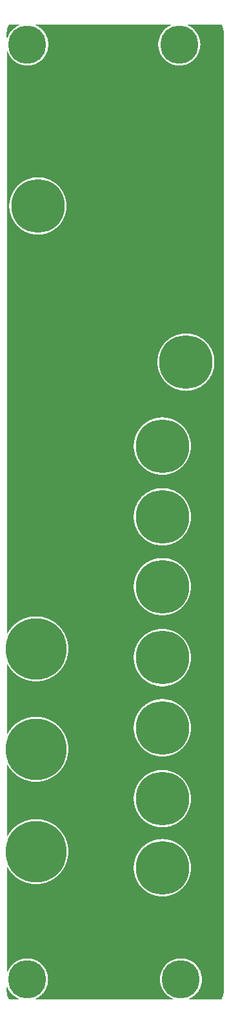
<source format=gtl>
G04 MADE WITH FRITZING*
G04 WWW.FRITZING.ORG*
G04 DOUBLE SIDED*
G04 HOLES PLATED*
G04 CONTOUR ON CENTER OF CONTOUR VECTOR*
%ASAXBY*%
%FSLAX23Y23*%
%MOIN*%
%OFA0B0*%
%SFA1.0B1.0*%
%ADD10C,0.075000*%
%ADD11C,0.275591*%
%ADD12C,0.314961*%
%ADD13C,0.196850*%
%ADD14C,0.000100*%
%ADD15R,0.001000X0.001000*%
%LNCOPPER1*%
G90*
G70*
G54D10*
X77Y4802D03*
X915Y149D03*
X120Y149D03*
X124Y848D03*
X124Y1375D03*
X123Y1892D03*
X121Y4961D03*
X906Y4961D03*
X791Y752D03*
X791Y1107D03*
X791Y1472D03*
X790Y1833D03*
X791Y2198D03*
X791Y2558D03*
X791Y2922D03*
X913Y3354D03*
X147Y4158D03*
G54D11*
X191Y4114D03*
X956Y3311D03*
X834Y2879D03*
X834Y2514D03*
X834Y2155D03*
X834Y1790D03*
X834Y1428D03*
X834Y1064D03*
X834Y708D03*
G54D12*
X181Y791D03*
X181Y1318D03*
X181Y1835D03*
G54D13*
X136Y4945D03*
X930Y133D03*
X135Y133D03*
X921Y4945D03*
G54D14*
G36*
X34Y94D02*
X34Y94D01*
X35Y93D01*
X36Y91D01*
X40Y82D01*
X46Y72D01*
X51Y65D01*
X58Y57D01*
X59Y56D01*
X66Y50D01*
X75Y43D01*
X84Y38D01*
X91Y35D01*
X91Y34D01*
X92Y34D01*
X92Y33D01*
X92Y32D01*
X92Y32D01*
X91Y31D01*
X91Y30D01*
X90Y30D01*
X89Y30D01*
X44Y30D01*
X43Y31D01*
X42Y32D01*
X38Y37D01*
X35Y44D01*
X33Y53D01*
X31Y65D01*
X30Y70D01*
X30Y76D01*
X30Y92D01*
X31Y93D01*
X31Y94D01*
X32Y94D01*
X32Y94D01*
X33Y94D01*
X34Y94D01*
D02*
G37*
D02*
G36*
X34Y94D02*
X34Y94D01*
X35Y93D01*
X36Y91D01*
X40Y82D01*
X46Y72D01*
X51Y65D01*
X58Y57D01*
X59Y56D01*
X66Y50D01*
X75Y43D01*
X84Y38D01*
X91Y35D01*
X91Y34D01*
X92Y34D01*
X92Y33D01*
X92Y32D01*
X92Y32D01*
X91Y31D01*
X91Y30D01*
X90Y30D01*
X89Y30D01*
X44Y30D01*
X43Y31D01*
X42Y32D01*
X38Y37D01*
X35Y44D01*
X33Y53D01*
X31Y65D01*
X30Y70D01*
X30Y76D01*
X30Y92D01*
X31Y93D01*
X31Y94D01*
X32Y94D01*
X32Y94D01*
X33Y94D01*
X34Y94D01*
D02*
G37*
D02*
G36*
X937Y202D02*
X944Y201D01*
X951Y199D01*
X957Y197D01*
X963Y194D01*
X968Y191D01*
X974Y187D01*
X979Y182D01*
X983Y177D01*
X987Y171D01*
X991Y166D01*
X994Y160D01*
X996Y154D01*
X997Y147D01*
X998Y141D01*
X999Y133D01*
X998Y126D01*
X997Y119D01*
X996Y113D01*
X994Y106D01*
X991Y100D01*
X987Y95D01*
X983Y90D01*
X979Y85D01*
X974Y80D01*
X968Y76D01*
X963Y73D01*
X957Y70D01*
X951Y68D01*
X944Y66D01*
X937Y65D01*
X930Y65D01*
X922Y65D01*
X916Y66D01*
X909Y68D01*
X903Y70D01*
X897Y73D01*
X892Y76D01*
X886Y80D01*
X881Y85D01*
X877Y90D01*
X873Y95D01*
X869Y101D01*
X866Y107D01*
X864Y113D01*
X863Y120D01*
X862Y126D01*
X861Y133D01*
X862Y141D01*
X863Y147D01*
X864Y154D01*
X867Y160D01*
X870Y166D01*
X873Y171D01*
X877Y177D01*
X882Y182D01*
X887Y187D01*
X892Y191D01*
X898Y194D01*
X903Y197D01*
X910Y199D01*
X916Y201D01*
X923Y202D01*
X930Y202D01*
X937Y202D01*
D02*
G37*
D02*
G36*
X143Y202D02*
X149Y201D01*
X156Y199D01*
X162Y197D01*
X168Y194D01*
X173Y191D01*
X179Y187D01*
X184Y182D01*
X188Y177D01*
X193Y171D01*
X196Y166D01*
X199Y160D01*
X201Y154D01*
X203Y147D01*
X204Y141D01*
X204Y133D01*
X204Y126D01*
X203Y119D01*
X201Y113D01*
X199Y106D01*
X196Y101D01*
X192Y95D01*
X188Y90D01*
X184Y85D01*
X179Y80D01*
X173Y76D01*
X168Y73D01*
X162Y70D01*
X156Y68D01*
X149Y66D01*
X142Y65D01*
X135Y65D01*
X128Y65D01*
X121Y66D01*
X114Y68D01*
X108Y70D01*
X102Y73D01*
X97Y76D01*
X92Y80D01*
X86Y85D01*
X82Y90D01*
X78Y95D01*
X74Y101D01*
X72Y107D01*
X69Y113D01*
X68Y119D01*
X67Y126D01*
X66Y133D01*
X67Y141D01*
X68Y148D01*
X69Y154D01*
X72Y160D01*
X75Y166D01*
X78Y171D01*
X82Y177D01*
X87Y182D01*
X92Y187D01*
X97Y191D01*
X103Y194D01*
X108Y197D01*
X115Y199D01*
X121Y201D01*
X128Y202D01*
X135Y202D01*
X143Y202D01*
D02*
G37*
D02*
G36*
X194Y918D02*
X207Y916D01*
X219Y913D01*
X231Y909D01*
X242Y904D01*
X252Y897D01*
X262Y890D01*
X271Y881D01*
X280Y872D01*
X287Y862D01*
X293Y852D01*
X299Y841D01*
X303Y829D01*
X306Y817D01*
X308Y804D01*
X308Y791D01*
X308Y777D01*
X306Y765D01*
X303Y753D01*
X299Y741D01*
X293Y730D01*
X287Y720D01*
X279Y710D01*
X271Y701D01*
X262Y692D01*
X252Y685D01*
X241Y678D01*
X230Y673D01*
X219Y669D01*
X206Y666D01*
X194Y664D01*
X181Y663D01*
X167Y664D01*
X155Y666D01*
X142Y669D01*
X131Y673D01*
X120Y679D01*
X109Y685D01*
X100Y692D01*
X90Y701D01*
X82Y710D01*
X74Y720D01*
X68Y730D01*
X63Y742D01*
X59Y753D01*
X55Y765D01*
X54Y778D01*
X53Y791D01*
X54Y805D01*
X56Y817D01*
X59Y830D01*
X63Y841D01*
X68Y852D01*
X75Y862D01*
X82Y872D01*
X90Y881D01*
X100Y890D01*
X110Y897D01*
X120Y904D01*
X131Y909D01*
X142Y913D01*
X155Y916D01*
X168Y918D01*
X181Y919D01*
X194Y918D01*
D02*
G37*
D02*
G36*
X194Y1445D02*
X207Y1443D01*
X219Y1440D01*
X231Y1436D01*
X242Y1431D01*
X252Y1424D01*
X262Y1417D01*
X271Y1408D01*
X280Y1399D01*
X287Y1389D01*
X293Y1379D01*
X299Y1368D01*
X303Y1356D01*
X306Y1344D01*
X308Y1331D01*
X308Y1318D01*
X308Y1304D01*
X306Y1292D01*
X303Y1280D01*
X299Y1268D01*
X293Y1257D01*
X287Y1247D01*
X279Y1237D01*
X271Y1228D01*
X262Y1219D01*
X252Y1212D01*
X241Y1205D01*
X230Y1200D01*
X219Y1196D01*
X206Y1193D01*
X194Y1191D01*
X181Y1190D01*
X167Y1191D01*
X155Y1193D01*
X142Y1196D01*
X131Y1200D01*
X120Y1206D01*
X109Y1212D01*
X100Y1219D01*
X90Y1228D01*
X82Y1237D01*
X74Y1247D01*
X68Y1257D01*
X63Y1269D01*
X59Y1280D01*
X55Y1292D01*
X54Y1305D01*
X53Y1318D01*
X54Y1332D01*
X55Y1344D01*
X59Y1357D01*
X63Y1368D01*
X68Y1379D01*
X75Y1389D01*
X82Y1399D01*
X90Y1408D01*
X100Y1417D01*
X110Y1424D01*
X120Y1431D01*
X131Y1436D01*
X142Y1440D01*
X155Y1443D01*
X167Y1445D01*
X181Y1446D01*
X194Y1445D01*
D02*
G37*
D02*
G36*
X194Y1962D02*
X207Y1960D01*
X219Y1957D01*
X231Y1953D01*
X242Y1947D01*
X252Y1941D01*
X262Y1933D01*
X271Y1925D01*
X279Y1916D01*
X287Y1906D01*
X293Y1896D01*
X299Y1884D01*
X303Y1873D01*
X306Y1861D01*
X308Y1848D01*
X308Y1835D01*
X308Y1821D01*
X306Y1809D01*
X303Y1796D01*
X299Y1785D01*
X293Y1774D01*
X287Y1764D01*
X280Y1754D01*
X271Y1744D01*
X262Y1736D01*
X252Y1728D01*
X242Y1722D01*
X230Y1717D01*
X219Y1713D01*
X206Y1710D01*
X194Y1708D01*
X181Y1707D01*
X167Y1708D01*
X155Y1710D01*
X142Y1713D01*
X131Y1717D01*
X120Y1722D01*
X109Y1729D01*
X100Y1736D01*
X90Y1745D01*
X82Y1754D01*
X74Y1764D01*
X68Y1774D01*
X63Y1785D01*
X59Y1797D01*
X55Y1809D01*
X54Y1822D01*
X53Y1835D01*
X54Y1848D01*
X55Y1861D01*
X59Y1873D01*
X63Y1885D01*
X68Y1896D01*
X75Y1906D01*
X82Y1916D01*
X90Y1925D01*
X100Y1934D01*
X110Y1941D01*
X120Y1947D01*
X131Y1953D01*
X143Y1957D01*
X155Y1960D01*
X167Y1962D01*
X181Y1963D01*
X194Y1962D01*
D02*
G37*
D02*
G36*
X144Y5014D02*
X151Y5013D01*
X157Y5011D01*
X163Y5009D01*
X169Y5006D01*
X175Y5002D01*
X180Y4998D01*
X185Y4994D01*
X190Y4989D01*
X194Y4983D01*
X197Y4978D01*
X200Y4972D01*
X202Y4966D01*
X204Y4959D01*
X205Y4953D01*
X205Y4945D01*
X205Y4938D01*
X204Y4931D01*
X202Y4925D01*
X200Y4918D01*
X197Y4913D01*
X194Y4907D01*
X190Y4902D01*
X185Y4897D01*
X180Y4892D01*
X174Y4888D01*
X169Y4885D01*
X163Y4882D01*
X157Y4879D01*
X150Y4878D01*
X144Y4877D01*
X136Y4877D01*
X129Y4877D01*
X122Y4878D01*
X115Y4880D01*
X109Y4882D01*
X104Y4885D01*
X98Y4888D01*
X93Y4892D01*
X88Y4897D01*
X83Y4902D01*
X79Y4907D01*
X76Y4913D01*
X73Y4918D01*
X71Y4925D01*
X69Y4931D01*
X68Y4938D01*
X68Y4945D01*
X68Y4953D01*
X69Y4959D01*
X71Y4966D01*
X73Y4972D01*
X76Y4978D01*
X79Y4983D01*
X83Y4989D01*
X88Y4994D01*
X93Y4999D01*
X98Y5002D01*
X104Y5006D01*
X110Y5009D01*
X116Y5011D01*
X122Y5013D01*
X129Y5014D01*
X136Y5014D01*
X144Y5014D01*
D02*
G37*
D02*
G36*
X929Y5014D02*
X936Y5013D01*
X942Y5011D01*
X948Y5009D01*
X954Y5006D01*
X960Y5002D01*
X965Y4998D01*
X970Y4994D01*
X975Y4989D01*
X979Y4983D01*
X982Y4978D01*
X985Y4972D01*
X987Y4966D01*
X989Y4959D01*
X990Y4953D01*
X990Y4945D01*
X990Y4938D01*
X989Y4931D01*
X987Y4925D01*
X985Y4918D01*
X982Y4913D01*
X979Y4907D01*
X975Y4902D01*
X970Y4897D01*
X965Y4892D01*
X959Y4888D01*
X954Y4885D01*
X948Y4882D01*
X942Y4880D01*
X935Y4878D01*
X929Y4877D01*
X921Y4877D01*
X914Y4877D01*
X907Y4878D01*
X900Y4880D01*
X894Y4882D01*
X889Y4885D01*
X883Y4888D01*
X878Y4892D01*
X873Y4897D01*
X868Y4902D01*
X864Y4907D01*
X861Y4913D01*
X858Y4918D01*
X856Y4925D01*
X854Y4931D01*
X853Y4938D01*
X853Y4945D01*
X853Y4953D01*
X854Y4959D01*
X856Y4966D01*
X858Y4972D01*
X861Y4978D01*
X864Y4983D01*
X868Y4989D01*
X873Y4994D01*
X878Y4999D01*
X883Y5002D01*
X889Y5006D01*
X895Y5009D01*
X901Y5011D01*
X907Y5013D01*
X914Y5014D01*
X921Y5014D01*
X929Y5014D01*
D02*
G37*
D02*
G36*
X92Y5049D02*
X93Y5048D01*
X93Y5048D01*
X93Y5047D01*
X94Y5047D01*
X94Y5046D01*
X93Y5045D01*
X93Y5044D01*
X92Y5044D01*
X84Y5040D01*
X76Y5035D01*
X67Y5028D01*
X60Y5022D01*
X59Y5021D01*
X53Y5015D01*
X46Y5006D01*
X41Y4997D01*
X37Y4988D01*
X35Y4982D01*
X34Y4981D01*
X33Y4981D01*
X33Y4981D01*
X32Y4981D01*
X31Y4981D01*
X31Y4982D01*
X30Y4982D01*
X30Y4983D01*
X30Y5002D01*
X30Y5009D01*
X31Y5014D01*
X33Y5026D01*
X35Y5035D01*
X39Y5042D01*
X42Y5047D01*
X43Y5048D01*
X44Y5049D01*
X44Y5049D01*
X91Y5049D01*
X92Y5049D01*
D02*
G37*
D02*
G36*
X92Y5049D02*
X93Y5048D01*
X93Y5048D01*
X93Y5047D01*
X94Y5047D01*
X94Y5046D01*
X93Y5045D01*
X93Y5044D01*
X92Y5044D01*
X84Y5040D01*
X76Y5035D01*
X67Y5028D01*
X60Y5022D01*
X59Y5021D01*
X53Y5015D01*
X46Y5006D01*
X41Y4997D01*
X37Y4988D01*
X35Y4982D01*
X34Y4981D01*
X33Y4981D01*
X33Y4981D01*
X32Y4981D01*
X31Y4981D01*
X31Y4982D01*
X30Y4982D01*
X30Y4983D01*
X30Y5002D01*
X30Y5009D01*
X31Y5014D01*
X33Y5026D01*
X35Y5035D01*
X39Y5042D01*
X42Y5047D01*
X43Y5048D01*
X44Y5049D01*
X44Y5049D01*
X91Y5049D01*
X92Y5049D01*
D02*
G37*
D02*
G36*
X845Y816D02*
X856Y814D01*
X866Y811D01*
X876Y808D01*
X885Y803D01*
X894Y798D01*
X902Y792D01*
X910Y785D01*
X917Y776D01*
X924Y768D01*
X929Y759D01*
X934Y750D01*
X937Y741D01*
X940Y730D01*
X941Y719D01*
X942Y708D01*
X941Y697D01*
X940Y686D01*
X937Y675D01*
X934Y666D01*
X929Y656D01*
X924Y648D01*
X917Y639D01*
X910Y632D01*
X902Y624D01*
X894Y618D01*
X885Y613D01*
X876Y608D01*
X866Y605D01*
X856Y602D01*
X845Y601D01*
X834Y600D01*
X822Y601D01*
X812Y602D01*
X801Y605D01*
X791Y608D01*
X782Y613D01*
X773Y618D01*
X765Y625D01*
X757Y632D01*
X750Y640D01*
X744Y648D01*
X738Y657D01*
X734Y666D01*
X730Y676D01*
X728Y686D01*
X726Y697D01*
X726Y708D01*
X726Y720D01*
X728Y730D01*
X730Y741D01*
X734Y750D01*
X738Y760D01*
X744Y769D01*
X750Y777D01*
X757Y785D01*
X765Y792D01*
X774Y798D01*
X782Y803D01*
X792Y808D01*
X801Y811D01*
X812Y814D01*
X822Y816D01*
X834Y816D01*
X845Y816D01*
D02*
G37*
D02*
G36*
X845Y1171D02*
X856Y1170D01*
X866Y1167D01*
X876Y1163D01*
X885Y1159D01*
X894Y1153D01*
X902Y1147D01*
X911Y1140D01*
X917Y1132D01*
X924Y1124D01*
X929Y1115D01*
X934Y1105D01*
X937Y1096D01*
X940Y1085D01*
X941Y1075D01*
X942Y1064D01*
X941Y1052D01*
X940Y1042D01*
X937Y1031D01*
X934Y1022D01*
X929Y1012D01*
X924Y1003D01*
X917Y995D01*
X910Y987D01*
X902Y980D01*
X894Y974D01*
X885Y968D01*
X876Y964D01*
X866Y960D01*
X855Y958D01*
X845Y956D01*
X834Y956D01*
X822Y956D01*
X812Y958D01*
X801Y960D01*
X791Y964D01*
X782Y968D01*
X773Y974D01*
X765Y980D01*
X757Y987D01*
X750Y995D01*
X744Y1003D01*
X738Y1013D01*
X734Y1022D01*
X730Y1031D01*
X728Y1042D01*
X726Y1052D01*
X726Y1064D01*
X726Y1075D01*
X728Y1086D01*
X730Y1096D01*
X734Y1106D01*
X738Y1115D01*
X744Y1124D01*
X750Y1132D01*
X757Y1140D01*
X765Y1147D01*
X773Y1153D01*
X782Y1159D01*
X792Y1163D01*
X801Y1167D01*
X812Y1170D01*
X822Y1171D01*
X834Y1172D01*
X845Y1171D01*
D02*
G37*
D02*
G36*
X845Y1536D02*
X856Y1534D01*
X866Y1532D01*
X876Y1528D01*
X885Y1524D01*
X894Y1518D01*
X902Y1512D01*
X910Y1505D01*
X917Y1497D01*
X924Y1489D01*
X929Y1480D01*
X934Y1471D01*
X937Y1461D01*
X940Y1450D01*
X941Y1440D01*
X942Y1428D01*
X941Y1417D01*
X940Y1406D01*
X937Y1396D01*
X934Y1386D01*
X929Y1377D01*
X924Y1368D01*
X917Y1360D01*
X910Y1352D01*
X902Y1345D01*
X894Y1339D01*
X885Y1333D01*
X876Y1329D01*
X866Y1325D01*
X856Y1323D01*
X845Y1321D01*
X834Y1320D01*
X822Y1321D01*
X812Y1323D01*
X801Y1325D01*
X791Y1329D01*
X782Y1333D01*
X773Y1339D01*
X765Y1345D01*
X757Y1352D01*
X750Y1360D01*
X744Y1368D01*
X738Y1378D01*
X734Y1386D01*
X730Y1396D01*
X728Y1407D01*
X726Y1417D01*
X726Y1428D01*
X726Y1440D01*
X728Y1451D01*
X730Y1461D01*
X734Y1471D01*
X738Y1480D01*
X744Y1489D01*
X750Y1497D01*
X757Y1505D01*
X765Y1512D01*
X774Y1518D01*
X782Y1524D01*
X792Y1528D01*
X801Y1532D01*
X812Y1534D01*
X823Y1536D01*
X834Y1537D01*
X845Y1536D01*
D02*
G37*
D02*
G36*
X845Y1897D02*
X856Y1896D01*
X866Y1893D01*
X876Y1889D01*
X885Y1885D01*
X894Y1879D01*
X902Y1873D01*
X911Y1866D01*
X917Y1858D01*
X924Y1850D01*
X929Y1841D01*
X934Y1832D01*
X937Y1822D01*
X940Y1811D01*
X941Y1801D01*
X942Y1790D01*
X941Y1778D01*
X940Y1768D01*
X937Y1757D01*
X934Y1748D01*
X929Y1738D01*
X924Y1729D01*
X917Y1721D01*
X910Y1713D01*
X902Y1706D01*
X894Y1700D01*
X885Y1694D01*
X876Y1690D01*
X866Y1686D01*
X855Y1684D01*
X845Y1682D01*
X834Y1682D01*
X822Y1682D01*
X812Y1684D01*
X801Y1686D01*
X791Y1690D01*
X782Y1694D01*
X773Y1700D01*
X765Y1706D01*
X757Y1713D01*
X750Y1721D01*
X744Y1729D01*
X738Y1739D01*
X734Y1748D01*
X730Y1758D01*
X728Y1768D01*
X726Y1779D01*
X726Y1790D01*
X726Y1801D01*
X728Y1812D01*
X730Y1822D01*
X734Y1832D01*
X738Y1841D01*
X744Y1850D01*
X750Y1858D01*
X757Y1866D01*
X765Y1873D01*
X773Y1880D01*
X782Y1885D01*
X792Y1889D01*
X801Y1893D01*
X812Y1896D01*
X822Y1897D01*
X834Y1898D01*
X845Y1897D01*
D02*
G37*
D02*
G36*
X845Y2263D02*
X856Y2261D01*
X866Y2258D01*
X876Y2255D01*
X885Y2250D01*
X894Y2245D01*
X902Y2239D01*
X911Y2231D01*
X917Y2224D01*
X924Y2215D01*
X929Y2207D01*
X934Y2197D01*
X937Y2187D01*
X940Y2177D01*
X941Y2166D01*
X942Y2155D01*
X941Y2144D01*
X940Y2133D01*
X937Y2122D01*
X934Y2113D01*
X929Y2103D01*
X924Y2095D01*
X917Y2086D01*
X910Y2079D01*
X902Y2071D01*
X894Y2065D01*
X885Y2060D01*
X876Y2055D01*
X866Y2052D01*
X856Y2049D01*
X845Y2048D01*
X834Y2047D01*
X822Y2048D01*
X812Y2049D01*
X801Y2052D01*
X791Y2055D01*
X782Y2060D01*
X773Y2065D01*
X765Y2072D01*
X757Y2079D01*
X750Y2087D01*
X744Y2095D01*
X738Y2104D01*
X734Y2113D01*
X730Y2123D01*
X728Y2133D01*
X726Y2144D01*
X726Y2155D01*
X726Y2167D01*
X728Y2177D01*
X730Y2188D01*
X734Y2197D01*
X738Y2207D01*
X744Y2215D01*
X750Y2224D01*
X757Y2232D01*
X765Y2239D01*
X773Y2245D01*
X783Y2251D01*
X792Y2255D01*
X801Y2258D01*
X812Y2261D01*
X822Y2263D01*
X834Y2263D01*
X845Y2263D01*
D02*
G37*
D02*
G36*
X845Y2622D02*
X856Y2620D01*
X866Y2618D01*
X876Y2614D01*
X885Y2610D01*
X894Y2604D01*
X902Y2598D01*
X911Y2591D01*
X917Y2583D01*
X924Y2575D01*
X929Y2566D01*
X934Y2557D01*
X937Y2547D01*
X940Y2536D01*
X941Y2526D01*
X942Y2515D01*
X941Y2503D01*
X940Y2492D01*
X937Y2482D01*
X934Y2472D01*
X929Y2463D01*
X924Y2454D01*
X917Y2446D01*
X910Y2438D01*
X902Y2431D01*
X894Y2425D01*
X885Y2419D01*
X876Y2415D01*
X866Y2411D01*
X856Y2409D01*
X845Y2407D01*
X834Y2406D01*
X822Y2407D01*
X812Y2409D01*
X801Y2411D01*
X791Y2415D01*
X782Y2419D01*
X773Y2425D01*
X765Y2431D01*
X757Y2438D01*
X750Y2446D01*
X744Y2454D01*
X738Y2464D01*
X734Y2472D01*
X730Y2482D01*
X728Y2493D01*
X726Y2503D01*
X726Y2515D01*
X726Y2526D01*
X728Y2537D01*
X730Y2547D01*
X734Y2557D01*
X738Y2566D01*
X744Y2575D01*
X750Y2583D01*
X757Y2591D01*
X765Y2598D01*
X774Y2604D01*
X782Y2610D01*
X792Y2614D01*
X801Y2618D01*
X812Y2621D01*
X822Y2622D01*
X834Y2623D01*
X845Y2622D01*
D02*
G37*
D02*
G36*
X845Y2986D02*
X856Y2984D01*
X866Y2982D01*
X876Y2978D01*
X885Y2974D01*
X894Y2968D01*
X902Y2962D01*
X911Y2955D01*
X917Y2947D01*
X924Y2939D01*
X929Y2930D01*
X934Y2920D01*
X937Y2911D01*
X940Y2900D01*
X941Y2890D01*
X942Y2879D01*
X941Y2867D01*
X940Y2857D01*
X937Y2846D01*
X933Y2836D01*
X929Y2827D01*
X924Y2818D01*
X917Y2810D01*
X910Y2802D01*
X902Y2795D01*
X894Y2789D01*
X885Y2783D01*
X876Y2779D01*
X866Y2775D01*
X855Y2773D01*
X845Y2771D01*
X834Y2770D01*
X822Y2771D01*
X812Y2773D01*
X801Y2775D01*
X792Y2779D01*
X782Y2783D01*
X773Y2789D01*
X765Y2795D01*
X757Y2802D01*
X750Y2810D01*
X744Y2818D01*
X738Y2827D01*
X734Y2837D01*
X730Y2846D01*
X728Y2857D01*
X726Y2867D01*
X726Y2879D01*
X726Y2890D01*
X728Y2901D01*
X730Y2911D01*
X734Y2921D01*
X738Y2930D01*
X744Y2939D01*
X750Y2947D01*
X757Y2955D01*
X765Y2962D01*
X773Y2968D01*
X782Y2974D01*
X792Y2978D01*
X801Y2982D01*
X812Y2985D01*
X822Y2986D01*
X834Y2987D01*
X845Y2986D01*
D02*
G37*
D02*
G36*
X967Y3418D02*
X978Y3417D01*
X988Y3414D01*
X998Y3410D01*
X1007Y3406D01*
X1016Y3400D01*
X1025Y3394D01*
X1032Y3387D01*
X1040Y3379D01*
X1046Y3371D01*
X1051Y3362D01*
X1056Y3353D01*
X1059Y3343D01*
X1062Y3333D01*
X1063Y3322D01*
X1064Y3311D01*
X1063Y3299D01*
X1062Y3289D01*
X1059Y3278D01*
X1056Y3268D01*
X1051Y3259D01*
X1046Y3250D01*
X1039Y3242D01*
X1032Y3234D01*
X1024Y3227D01*
X1016Y3221D01*
X1007Y3215D01*
X998Y3211D01*
X988Y3207D01*
X978Y3205D01*
X967Y3203D01*
X956Y3203D01*
X944Y3203D01*
X934Y3205D01*
X923Y3207D01*
X914Y3211D01*
X904Y3215D01*
X895Y3221D01*
X887Y3227D01*
X879Y3234D01*
X872Y3242D01*
X866Y3250D01*
X860Y3260D01*
X856Y3269D01*
X852Y3279D01*
X850Y3289D01*
X848Y3299D01*
X848Y3311D01*
X848Y3322D01*
X850Y3333D01*
X853Y3343D01*
X856Y3353D01*
X860Y3362D01*
X866Y3371D01*
X872Y3379D01*
X879Y3387D01*
X887Y3394D01*
X896Y3401D01*
X905Y3406D01*
X914Y3411D01*
X924Y3414D01*
X934Y3417D01*
X945Y3418D01*
X956Y3419D01*
X967Y3418D01*
D02*
G37*
D02*
G36*
X202Y4222D02*
X213Y4220D01*
X223Y4218D01*
X233Y4214D01*
X242Y4210D01*
X251Y4204D01*
X260Y4198D01*
X267Y4191D01*
X274Y4183D01*
X281Y4175D01*
X286Y4165D01*
X291Y4156D01*
X294Y4146D01*
X297Y4136D01*
X298Y4126D01*
X299Y4114D01*
X298Y4103D01*
X297Y4092D01*
X294Y4082D01*
X290Y4072D01*
X286Y4063D01*
X281Y4054D01*
X274Y4046D01*
X267Y4038D01*
X259Y4031D01*
X251Y4024D01*
X242Y4019D01*
X233Y4014D01*
X223Y4011D01*
X213Y4008D01*
X202Y4007D01*
X191Y4006D01*
X179Y4007D01*
X169Y4008D01*
X158Y4011D01*
X148Y4015D01*
X139Y4019D01*
X130Y4025D01*
X122Y4031D01*
X114Y4038D01*
X107Y4046D01*
X101Y4054D01*
X95Y4063D01*
X91Y4072D01*
X87Y4082D01*
X85Y4092D01*
X83Y4103D01*
X83Y4114D01*
X83Y4126D01*
X85Y4136D01*
X87Y4147D01*
X91Y4157D01*
X95Y4166D01*
X101Y4175D01*
X107Y4183D01*
X114Y4191D01*
X122Y4198D01*
X130Y4204D01*
X140Y4210D01*
X149Y4214D01*
X158Y4218D01*
X169Y4220D01*
X179Y4222D01*
X191Y4222D01*
X202Y4222D01*
D02*
G37*
D02*
G54D15*
X181Y5048D02*
X877Y5048D01*
X966Y5048D02*
X1138Y5048D01*
X180Y5047D02*
X878Y5047D01*
X965Y5047D02*
X1139Y5047D01*
X180Y5046D02*
X878Y5046D01*
X965Y5046D02*
X1140Y5046D01*
X180Y5045D02*
X878Y5045D01*
X965Y5045D02*
X1140Y5045D01*
X181Y5044D02*
X877Y5044D01*
X966Y5044D02*
X1141Y5044D01*
X183Y5043D02*
X876Y5043D01*
X968Y5043D02*
X1142Y5043D01*
X185Y5042D02*
X874Y5042D01*
X970Y5042D02*
X1142Y5042D01*
X187Y5041D02*
X871Y5041D01*
X972Y5041D02*
X1143Y5041D01*
X189Y5040D02*
X869Y5040D01*
X974Y5040D02*
X1143Y5040D01*
X191Y5039D02*
X868Y5039D01*
X976Y5039D02*
X1144Y5039D01*
X192Y5038D02*
X866Y5038D01*
X977Y5038D02*
X1144Y5038D01*
X194Y5037D02*
X864Y5037D01*
X979Y5037D02*
X1145Y5037D01*
X196Y5036D02*
X863Y5036D01*
X981Y5036D02*
X1145Y5036D01*
X197Y5035D02*
X861Y5035D01*
X982Y5035D02*
X1146Y5035D01*
X199Y5034D02*
X860Y5034D01*
X984Y5034D02*
X1146Y5034D01*
X200Y5033D02*
X858Y5033D01*
X985Y5033D02*
X1146Y5033D01*
X202Y5032D02*
X857Y5032D01*
X987Y5032D02*
X1146Y5032D01*
X203Y5031D02*
X856Y5031D01*
X988Y5031D02*
X1147Y5031D01*
X204Y5030D02*
X854Y5030D01*
X989Y5030D02*
X1147Y5030D01*
X206Y5029D02*
X853Y5029D01*
X991Y5029D02*
X1147Y5029D01*
X207Y5028D02*
X852Y5028D01*
X992Y5028D02*
X1148Y5028D01*
X208Y5027D02*
X850Y5027D01*
X993Y5027D02*
X1148Y5027D01*
X209Y5026D02*
X849Y5026D01*
X994Y5026D02*
X1148Y5026D01*
X210Y5025D02*
X848Y5025D01*
X995Y5025D02*
X1148Y5025D01*
X211Y5024D02*
X847Y5024D01*
X996Y5024D02*
X1149Y5024D01*
X213Y5023D02*
X846Y5023D01*
X998Y5023D02*
X1149Y5023D01*
X214Y5022D02*
X845Y5022D01*
X999Y5022D02*
X1149Y5022D01*
X215Y5021D02*
X844Y5021D01*
X1000Y5021D02*
X1149Y5021D01*
X216Y5020D02*
X843Y5020D01*
X1000Y5020D02*
X1149Y5020D01*
X216Y5019D02*
X842Y5019D01*
X1001Y5019D02*
X1149Y5019D01*
X217Y5018D02*
X841Y5018D01*
X1002Y5018D02*
X1150Y5018D01*
X218Y5017D02*
X840Y5017D01*
X1003Y5017D02*
X1150Y5017D01*
X219Y5016D02*
X839Y5016D01*
X1004Y5016D02*
X1150Y5016D01*
X220Y5015D02*
X839Y5015D01*
X1005Y5015D02*
X1150Y5015D01*
X221Y5014D02*
X838Y5014D01*
X1006Y5014D02*
X1150Y5014D01*
X222Y5013D02*
X837Y5013D01*
X1007Y5013D02*
X1150Y5013D01*
X222Y5012D02*
X836Y5012D01*
X1007Y5012D02*
X1151Y5012D01*
X223Y5011D02*
X836Y5011D01*
X1008Y5011D02*
X1151Y5011D01*
X224Y5010D02*
X835Y5010D01*
X1009Y5010D02*
X1151Y5010D01*
X225Y5009D02*
X834Y5009D01*
X1010Y5009D02*
X1151Y5009D01*
X225Y5008D02*
X833Y5008D01*
X1010Y5008D02*
X1151Y5008D01*
X226Y5007D02*
X833Y5007D01*
X1011Y5007D02*
X1151Y5007D01*
X227Y5006D02*
X832Y5006D01*
X1012Y5006D02*
X1151Y5006D01*
X228Y5005D02*
X831Y5005D01*
X1012Y5005D02*
X1151Y5005D01*
X228Y5004D02*
X831Y5004D01*
X1013Y5004D02*
X1151Y5004D01*
X229Y5003D02*
X830Y5003D01*
X1014Y5003D02*
X1151Y5003D01*
X229Y5002D02*
X829Y5002D01*
X1014Y5002D02*
X1151Y5002D01*
X230Y5001D02*
X829Y5001D01*
X1015Y5001D02*
X1151Y5001D01*
X231Y5000D02*
X828Y5000D01*
X1015Y5000D02*
X1151Y5000D01*
X231Y4999D02*
X828Y4999D01*
X1016Y4999D02*
X1151Y4999D01*
X232Y4998D02*
X827Y4998D01*
X1017Y4998D02*
X1151Y4998D01*
X232Y4997D02*
X826Y4997D01*
X1017Y4997D02*
X1151Y4997D01*
X233Y4996D02*
X826Y4996D01*
X1018Y4996D02*
X1151Y4996D01*
X233Y4995D02*
X825Y4995D01*
X1018Y4995D02*
X1151Y4995D01*
X234Y4994D02*
X825Y4994D01*
X1019Y4994D02*
X1151Y4994D01*
X234Y4993D02*
X824Y4993D01*
X1019Y4993D02*
X1151Y4993D01*
X235Y4992D02*
X824Y4992D01*
X1020Y4992D02*
X1151Y4992D01*
X235Y4991D02*
X823Y4991D01*
X1020Y4991D02*
X1151Y4991D01*
X236Y4990D02*
X823Y4990D01*
X1021Y4990D02*
X1151Y4990D01*
X236Y4989D02*
X822Y4989D01*
X1021Y4989D02*
X1151Y4989D01*
X237Y4988D02*
X822Y4988D01*
X1022Y4988D02*
X1151Y4988D01*
X237Y4987D02*
X822Y4987D01*
X1022Y4987D02*
X1151Y4987D01*
X237Y4986D02*
X821Y4986D01*
X1022Y4986D02*
X1151Y4986D01*
X238Y4985D02*
X821Y4985D01*
X1023Y4985D02*
X1151Y4985D01*
X238Y4984D02*
X820Y4984D01*
X1023Y4984D02*
X1151Y4984D01*
X239Y4983D02*
X820Y4983D01*
X1024Y4983D02*
X1151Y4983D01*
X239Y4982D02*
X820Y4982D01*
X1024Y4982D02*
X1151Y4982D01*
X239Y4981D02*
X819Y4981D01*
X1024Y4981D02*
X1151Y4981D01*
X240Y4980D02*
X819Y4980D01*
X1025Y4980D02*
X1151Y4980D01*
X240Y4979D02*
X819Y4979D01*
X1025Y4979D02*
X1151Y4979D01*
X240Y4978D02*
X818Y4978D01*
X1025Y4978D02*
X1151Y4978D01*
X241Y4977D02*
X818Y4977D01*
X1026Y4977D02*
X1151Y4977D01*
X241Y4976D02*
X818Y4976D01*
X1026Y4976D02*
X1151Y4976D01*
X241Y4975D02*
X817Y4975D01*
X1026Y4975D02*
X1151Y4975D01*
X242Y4974D02*
X817Y4974D01*
X1026Y4974D02*
X1151Y4974D01*
X242Y4973D02*
X817Y4973D01*
X1027Y4973D02*
X1151Y4973D01*
X242Y4972D02*
X817Y4972D01*
X1027Y4972D02*
X1151Y4972D01*
X242Y4971D02*
X816Y4971D01*
X1027Y4971D02*
X1151Y4971D01*
X243Y4970D02*
X816Y4970D01*
X1027Y4970D02*
X1151Y4970D01*
X243Y4969D02*
X816Y4969D01*
X1028Y4969D02*
X1151Y4969D01*
X243Y4968D02*
X815Y4968D01*
X1028Y4968D02*
X1151Y4968D01*
X243Y4967D02*
X815Y4967D01*
X1028Y4967D02*
X1151Y4967D01*
X244Y4966D02*
X815Y4966D01*
X1029Y4966D02*
X1151Y4966D01*
X244Y4965D02*
X815Y4965D01*
X1029Y4965D02*
X1151Y4965D01*
X244Y4964D02*
X815Y4964D01*
X1029Y4964D02*
X1151Y4964D01*
X244Y4963D02*
X815Y4963D01*
X1029Y4963D02*
X1151Y4963D01*
X244Y4962D02*
X814Y4962D01*
X1029Y4962D02*
X1151Y4962D01*
X244Y4961D02*
X814Y4961D01*
X1029Y4961D02*
X1151Y4961D01*
X245Y4960D02*
X814Y4960D01*
X1029Y4960D02*
X1151Y4960D01*
X245Y4959D02*
X814Y4959D01*
X1030Y4959D02*
X1151Y4959D01*
X245Y4958D02*
X814Y4958D01*
X1030Y4958D02*
X1151Y4958D01*
X245Y4957D02*
X814Y4957D01*
X1030Y4957D02*
X1151Y4957D01*
X245Y4956D02*
X813Y4956D01*
X1030Y4956D02*
X1151Y4956D01*
X245Y4955D02*
X813Y4955D01*
X1030Y4955D02*
X1151Y4955D01*
X245Y4954D02*
X813Y4954D01*
X1030Y4954D02*
X1151Y4954D01*
X245Y4953D02*
X813Y4953D01*
X1030Y4953D02*
X1151Y4953D01*
X245Y4952D02*
X813Y4952D01*
X1030Y4952D02*
X1151Y4952D01*
X245Y4951D02*
X813Y4951D01*
X1030Y4951D02*
X1151Y4951D01*
X246Y4950D02*
X813Y4950D01*
X1030Y4950D02*
X1151Y4950D01*
X246Y4949D02*
X813Y4949D01*
X1031Y4949D02*
X1151Y4949D01*
X246Y4948D02*
X813Y4948D01*
X1031Y4948D02*
X1151Y4948D01*
X246Y4947D02*
X813Y4947D01*
X1031Y4947D02*
X1151Y4947D01*
X246Y4946D02*
X813Y4946D01*
X1031Y4946D02*
X1151Y4946D01*
X246Y4945D02*
X813Y4945D01*
X1031Y4945D02*
X1151Y4945D01*
X246Y4944D02*
X813Y4944D01*
X1031Y4944D02*
X1151Y4944D01*
X246Y4943D02*
X813Y4943D01*
X1031Y4943D02*
X1151Y4943D01*
X246Y4942D02*
X813Y4942D01*
X1031Y4942D02*
X1151Y4942D01*
X246Y4941D02*
X813Y4941D01*
X1031Y4941D02*
X1151Y4941D01*
X246Y4940D02*
X813Y4940D01*
X1030Y4940D02*
X1151Y4940D01*
X245Y4939D02*
X813Y4939D01*
X1030Y4939D02*
X1151Y4939D01*
X245Y4938D02*
X813Y4938D01*
X1030Y4938D02*
X1151Y4938D01*
X245Y4937D02*
X813Y4937D01*
X1030Y4937D02*
X1151Y4937D01*
X245Y4936D02*
X813Y4936D01*
X1030Y4936D02*
X1151Y4936D01*
X245Y4935D02*
X813Y4935D01*
X1030Y4935D02*
X1151Y4935D01*
X245Y4934D02*
X814Y4934D01*
X1030Y4934D02*
X1151Y4934D01*
X245Y4933D02*
X814Y4933D01*
X1030Y4933D02*
X1151Y4933D01*
X245Y4932D02*
X814Y4932D01*
X1030Y4932D02*
X1151Y4932D01*
X245Y4931D02*
X814Y4931D01*
X1030Y4931D02*
X1151Y4931D01*
X245Y4930D02*
X814Y4930D01*
X1029Y4930D02*
X1151Y4930D01*
X244Y4929D02*
X814Y4929D01*
X1029Y4929D02*
X1151Y4929D01*
X244Y4928D02*
X814Y4928D01*
X1029Y4928D02*
X1151Y4928D01*
X244Y4927D02*
X815Y4927D01*
X1029Y4927D02*
X1151Y4927D01*
X244Y4926D02*
X815Y4926D01*
X1029Y4926D02*
X1151Y4926D01*
X244Y4925D02*
X815Y4925D01*
X1029Y4925D02*
X1151Y4925D01*
X244Y4924D02*
X815Y4924D01*
X1029Y4924D02*
X1151Y4924D01*
X243Y4923D02*
X815Y4923D01*
X1028Y4923D02*
X1151Y4923D01*
X243Y4922D02*
X815Y4922D01*
X1028Y4922D02*
X1151Y4922D01*
X243Y4921D02*
X816Y4921D01*
X1028Y4921D02*
X1151Y4921D01*
X243Y4920D02*
X816Y4920D01*
X1028Y4920D02*
X1151Y4920D01*
X242Y4919D02*
X816Y4919D01*
X1027Y4919D02*
X1151Y4919D01*
X242Y4918D02*
X817Y4918D01*
X1027Y4918D02*
X1151Y4918D01*
X242Y4917D02*
X817Y4917D01*
X1027Y4917D02*
X1151Y4917D01*
X242Y4916D02*
X817Y4916D01*
X1026Y4916D02*
X1151Y4916D01*
X241Y4915D02*
X817Y4915D01*
X1026Y4915D02*
X1151Y4915D01*
X241Y4914D02*
X818Y4914D01*
X1026Y4914D02*
X1151Y4914D01*
X241Y4913D02*
X818Y4913D01*
X1026Y4913D02*
X1151Y4913D01*
X240Y4912D02*
X818Y4912D01*
X1025Y4912D02*
X1151Y4912D01*
X240Y4911D02*
X819Y4911D01*
X1025Y4911D02*
X1151Y4911D01*
X240Y4910D02*
X819Y4910D01*
X1025Y4910D02*
X1151Y4910D01*
X32Y4909D02*
X34Y4909D01*
X239Y4909D02*
X819Y4909D01*
X1024Y4909D02*
X1151Y4909D01*
X31Y4908D02*
X35Y4908D01*
X239Y4908D02*
X820Y4908D01*
X1024Y4908D02*
X1151Y4908D01*
X31Y4907D02*
X35Y4907D01*
X239Y4907D02*
X820Y4907D01*
X1023Y4907D02*
X1151Y4907D01*
X31Y4906D02*
X36Y4906D01*
X238Y4906D02*
X820Y4906D01*
X1023Y4906D02*
X1151Y4906D01*
X31Y4905D02*
X36Y4905D01*
X238Y4905D02*
X821Y4905D01*
X1023Y4905D02*
X1151Y4905D01*
X31Y4904D02*
X36Y4904D01*
X237Y4904D02*
X821Y4904D01*
X1022Y4904D02*
X1151Y4904D01*
X31Y4903D02*
X37Y4903D01*
X237Y4903D02*
X822Y4903D01*
X1022Y4903D02*
X1151Y4903D01*
X31Y4902D02*
X37Y4902D01*
X237Y4902D02*
X822Y4902D01*
X1022Y4902D02*
X1151Y4902D01*
X31Y4901D02*
X38Y4901D01*
X236Y4901D02*
X822Y4901D01*
X1021Y4901D02*
X1151Y4901D01*
X31Y4900D02*
X38Y4900D01*
X236Y4900D02*
X823Y4900D01*
X1021Y4900D02*
X1151Y4900D01*
X31Y4899D02*
X38Y4899D01*
X235Y4899D02*
X823Y4899D01*
X1020Y4899D02*
X1151Y4899D01*
X31Y4898D02*
X39Y4898D01*
X235Y4898D02*
X824Y4898D01*
X1020Y4898D02*
X1151Y4898D01*
X31Y4897D02*
X39Y4897D01*
X234Y4897D02*
X824Y4897D01*
X1019Y4897D02*
X1151Y4897D01*
X31Y4896D02*
X40Y4896D01*
X234Y4896D02*
X825Y4896D01*
X1019Y4896D02*
X1151Y4896D01*
X31Y4895D02*
X40Y4895D01*
X233Y4895D02*
X825Y4895D01*
X1018Y4895D02*
X1151Y4895D01*
X31Y4894D02*
X41Y4894D01*
X233Y4894D02*
X826Y4894D01*
X1018Y4894D02*
X1151Y4894D01*
X31Y4893D02*
X41Y4893D01*
X232Y4893D02*
X826Y4893D01*
X1017Y4893D02*
X1151Y4893D01*
X31Y4892D02*
X42Y4892D01*
X232Y4892D02*
X827Y4892D01*
X1017Y4892D02*
X1151Y4892D01*
X31Y4891D02*
X43Y4891D01*
X231Y4891D02*
X828Y4891D01*
X1016Y4891D02*
X1151Y4891D01*
X31Y4890D02*
X43Y4890D01*
X230Y4890D02*
X828Y4890D01*
X1015Y4890D02*
X1151Y4890D01*
X31Y4889D02*
X44Y4889D01*
X230Y4889D02*
X829Y4889D01*
X1015Y4889D02*
X1151Y4889D01*
X31Y4888D02*
X44Y4888D01*
X229Y4888D02*
X829Y4888D01*
X1014Y4888D02*
X1151Y4888D01*
X31Y4887D02*
X45Y4887D01*
X229Y4887D02*
X830Y4887D01*
X1014Y4887D02*
X1151Y4887D01*
X31Y4886D02*
X46Y4886D01*
X228Y4886D02*
X831Y4886D01*
X1013Y4886D02*
X1151Y4886D01*
X31Y4885D02*
X46Y4885D01*
X227Y4885D02*
X831Y4885D01*
X1012Y4885D02*
X1151Y4885D01*
X31Y4884D02*
X47Y4884D01*
X227Y4884D02*
X832Y4884D01*
X1012Y4884D02*
X1151Y4884D01*
X31Y4883D02*
X48Y4883D01*
X226Y4883D02*
X833Y4883D01*
X1011Y4883D02*
X1151Y4883D01*
X31Y4882D02*
X48Y4882D01*
X225Y4882D02*
X833Y4882D01*
X1010Y4882D02*
X1151Y4882D01*
X31Y4881D02*
X49Y4881D01*
X225Y4881D02*
X834Y4881D01*
X1010Y4881D02*
X1151Y4881D01*
X31Y4880D02*
X50Y4880D01*
X224Y4880D02*
X835Y4880D01*
X1009Y4880D02*
X1151Y4880D01*
X31Y4879D02*
X51Y4879D01*
X223Y4879D02*
X836Y4879D01*
X1008Y4879D02*
X1151Y4879D01*
X31Y4878D02*
X51Y4878D01*
X222Y4878D02*
X836Y4878D01*
X1007Y4878D02*
X1151Y4878D01*
X31Y4877D02*
X52Y4877D01*
X222Y4877D02*
X837Y4877D01*
X1007Y4877D02*
X1151Y4877D01*
X31Y4876D02*
X53Y4876D01*
X221Y4876D02*
X838Y4876D01*
X1006Y4876D02*
X1151Y4876D01*
X31Y4875D02*
X54Y4875D01*
X220Y4875D02*
X839Y4875D01*
X1005Y4875D02*
X1151Y4875D01*
X31Y4874D02*
X55Y4874D01*
X219Y4874D02*
X840Y4874D01*
X1004Y4874D02*
X1151Y4874D01*
X31Y4873D02*
X55Y4873D01*
X218Y4873D02*
X840Y4873D01*
X1003Y4873D02*
X1151Y4873D01*
X31Y4872D02*
X56Y4872D01*
X217Y4872D02*
X841Y4872D01*
X1002Y4872D02*
X1151Y4872D01*
X31Y4871D02*
X57Y4871D01*
X216Y4871D02*
X842Y4871D01*
X1001Y4871D02*
X1151Y4871D01*
X31Y4870D02*
X58Y4870D01*
X216Y4870D02*
X843Y4870D01*
X1000Y4870D02*
X1151Y4870D01*
X31Y4869D02*
X59Y4869D01*
X215Y4869D02*
X844Y4869D01*
X1000Y4869D02*
X1151Y4869D01*
X31Y4868D02*
X60Y4868D01*
X214Y4868D02*
X845Y4868D01*
X999Y4868D02*
X1151Y4868D01*
X31Y4867D02*
X61Y4867D01*
X213Y4867D02*
X846Y4867D01*
X997Y4867D02*
X1151Y4867D01*
X31Y4866D02*
X62Y4866D01*
X211Y4866D02*
X847Y4866D01*
X996Y4866D02*
X1151Y4866D01*
X31Y4865D02*
X63Y4865D01*
X210Y4865D02*
X848Y4865D01*
X995Y4865D02*
X1151Y4865D01*
X31Y4864D02*
X64Y4864D01*
X209Y4864D02*
X849Y4864D01*
X994Y4864D02*
X1151Y4864D01*
X31Y4863D02*
X66Y4863D01*
X208Y4863D02*
X851Y4863D01*
X993Y4863D02*
X1151Y4863D01*
X31Y4862D02*
X67Y4862D01*
X207Y4862D02*
X852Y4862D01*
X992Y4862D02*
X1151Y4862D01*
X31Y4861D02*
X68Y4861D01*
X206Y4861D02*
X853Y4861D01*
X991Y4861D02*
X1151Y4861D01*
X31Y4860D02*
X69Y4860D01*
X204Y4860D02*
X854Y4860D01*
X989Y4860D02*
X1151Y4860D01*
X31Y4859D02*
X71Y4859D01*
X203Y4859D02*
X856Y4859D01*
X988Y4859D02*
X1151Y4859D01*
X31Y4858D02*
X72Y4858D01*
X202Y4858D02*
X857Y4858D01*
X987Y4858D02*
X1151Y4858D01*
X31Y4857D02*
X73Y4857D01*
X200Y4857D02*
X858Y4857D01*
X985Y4857D02*
X1151Y4857D01*
X31Y4856D02*
X75Y4856D01*
X199Y4856D02*
X860Y4856D01*
X984Y4856D02*
X1151Y4856D01*
X31Y4855D02*
X76Y4855D01*
X198Y4855D02*
X861Y4855D01*
X982Y4855D02*
X1151Y4855D01*
X31Y4854D02*
X78Y4854D01*
X196Y4854D02*
X863Y4854D01*
X981Y4854D02*
X1151Y4854D01*
X31Y4853D02*
X79Y4853D01*
X194Y4853D02*
X864Y4853D01*
X979Y4853D02*
X1151Y4853D01*
X31Y4852D02*
X81Y4852D01*
X193Y4852D02*
X866Y4852D01*
X977Y4852D02*
X1151Y4852D01*
X31Y4851D02*
X83Y4851D01*
X191Y4851D02*
X868Y4851D01*
X976Y4851D02*
X1151Y4851D01*
X31Y4850D02*
X85Y4850D01*
X189Y4850D02*
X869Y4850D01*
X974Y4850D02*
X1151Y4850D01*
X31Y4849D02*
X86Y4849D01*
X187Y4849D02*
X871Y4849D01*
X972Y4849D02*
X1151Y4849D01*
X31Y4848D02*
X89Y4848D01*
X185Y4848D02*
X874Y4848D01*
X970Y4848D02*
X1151Y4848D01*
X31Y4847D02*
X91Y4847D01*
X183Y4847D02*
X876Y4847D01*
X968Y4847D02*
X1151Y4847D01*
X31Y4846D02*
X93Y4846D01*
X181Y4846D02*
X878Y4846D01*
X966Y4846D02*
X1151Y4846D01*
X31Y4845D02*
X95Y4845D01*
X179Y4845D02*
X880Y4845D01*
X964Y4845D02*
X1151Y4845D01*
X31Y4844D02*
X98Y4844D01*
X176Y4844D02*
X883Y4844D01*
X961Y4844D02*
X1151Y4844D01*
X31Y4843D02*
X101Y4843D01*
X173Y4843D02*
X886Y4843D01*
X958Y4843D02*
X1151Y4843D01*
X31Y4842D02*
X103Y4842D01*
X170Y4842D02*
X888Y4842D01*
X955Y4842D02*
X1151Y4842D01*
X31Y4841D02*
X107Y4841D01*
X167Y4841D02*
X892Y4841D01*
X952Y4841D02*
X1151Y4841D01*
X31Y4840D02*
X110Y4840D01*
X163Y4840D02*
X895Y4840D01*
X948Y4840D02*
X1151Y4840D01*
X31Y4839D02*
X114Y4839D01*
X159Y4839D02*
X899Y4839D01*
X944Y4839D02*
X1151Y4839D01*
X31Y4838D02*
X121Y4838D01*
X153Y4838D02*
X905Y4838D01*
X938Y4838D02*
X1151Y4838D01*
X31Y4837D02*
X129Y4837D01*
X145Y4837D02*
X914Y4837D01*
X930Y4837D02*
X1151Y4837D01*
X31Y4836D02*
X1151Y4836D01*
X31Y4835D02*
X1151Y4835D01*
X31Y4834D02*
X1151Y4834D01*
X31Y4833D02*
X1151Y4833D01*
X31Y4832D02*
X1151Y4832D01*
X31Y4831D02*
X1151Y4831D01*
X31Y4830D02*
X1151Y4830D01*
X31Y4829D02*
X1151Y4829D01*
X31Y4828D02*
X1151Y4828D01*
X31Y4827D02*
X1151Y4827D01*
X31Y4826D02*
X1151Y4826D01*
X31Y4825D02*
X1151Y4825D01*
X31Y4824D02*
X1151Y4824D01*
X31Y4823D02*
X1151Y4823D01*
X31Y4822D02*
X1151Y4822D01*
X31Y4821D02*
X1151Y4821D01*
X31Y4820D02*
X1151Y4820D01*
X31Y4819D02*
X1151Y4819D01*
X31Y4818D02*
X1151Y4818D01*
X31Y4817D02*
X1151Y4817D01*
X31Y4816D02*
X1151Y4816D01*
X31Y4815D02*
X1151Y4815D01*
X31Y4814D02*
X1151Y4814D01*
X31Y4813D02*
X1151Y4813D01*
X31Y4812D02*
X1151Y4812D01*
X31Y4811D02*
X1151Y4811D01*
X31Y4810D02*
X1151Y4810D01*
X31Y4809D02*
X1151Y4809D01*
X31Y4808D02*
X1151Y4808D01*
X31Y4807D02*
X1151Y4807D01*
X31Y4806D02*
X1151Y4806D01*
X31Y4805D02*
X1151Y4805D01*
X31Y4804D02*
X1151Y4804D01*
X31Y4803D02*
X1151Y4803D01*
X31Y4802D02*
X1151Y4802D01*
X31Y4801D02*
X1151Y4801D01*
X31Y4800D02*
X1151Y4800D01*
X31Y4799D02*
X1151Y4799D01*
X31Y4798D02*
X1151Y4798D01*
X31Y4797D02*
X1151Y4797D01*
X31Y4796D02*
X1151Y4796D01*
X31Y4795D02*
X1151Y4795D01*
X31Y4794D02*
X1151Y4794D01*
X31Y4793D02*
X1151Y4793D01*
X31Y4792D02*
X1151Y4792D01*
X31Y4791D02*
X1151Y4791D01*
X31Y4790D02*
X1151Y4790D01*
X31Y4789D02*
X1151Y4789D01*
X31Y4788D02*
X1151Y4788D01*
X31Y4787D02*
X1151Y4787D01*
X31Y4786D02*
X1151Y4786D01*
X31Y4785D02*
X1151Y4785D01*
X31Y4784D02*
X1151Y4784D01*
X31Y4783D02*
X1151Y4783D01*
X31Y4782D02*
X1151Y4782D01*
X31Y4781D02*
X1151Y4781D01*
X31Y4780D02*
X1151Y4780D01*
X31Y4779D02*
X1151Y4779D01*
X31Y4778D02*
X1151Y4778D01*
X31Y4777D02*
X1151Y4777D01*
X31Y4776D02*
X1151Y4776D01*
X31Y4775D02*
X1151Y4775D01*
X31Y4774D02*
X1151Y4774D01*
X31Y4773D02*
X1151Y4773D01*
X31Y4772D02*
X1151Y4772D01*
X31Y4771D02*
X1151Y4771D01*
X31Y4770D02*
X1151Y4770D01*
X31Y4769D02*
X1151Y4769D01*
X31Y4768D02*
X1151Y4768D01*
X31Y4767D02*
X1151Y4767D01*
X31Y4766D02*
X1151Y4766D01*
X31Y4765D02*
X1151Y4765D01*
X31Y4764D02*
X1151Y4764D01*
X31Y4763D02*
X1151Y4763D01*
X31Y4762D02*
X1151Y4762D01*
X31Y4761D02*
X1151Y4761D01*
X31Y4760D02*
X1151Y4760D01*
X31Y4759D02*
X1151Y4759D01*
X31Y4758D02*
X1151Y4758D01*
X31Y4757D02*
X1151Y4757D01*
X31Y4756D02*
X1151Y4756D01*
X31Y4755D02*
X1151Y4755D01*
X31Y4754D02*
X1151Y4754D01*
X31Y4753D02*
X1151Y4753D01*
X31Y4752D02*
X1151Y4752D01*
X31Y4751D02*
X1151Y4751D01*
X31Y4750D02*
X1151Y4750D01*
X31Y4749D02*
X1151Y4749D01*
X31Y4748D02*
X1151Y4748D01*
X31Y4747D02*
X1151Y4747D01*
X31Y4746D02*
X1151Y4746D01*
X31Y4745D02*
X1151Y4745D01*
X31Y4744D02*
X1151Y4744D01*
X31Y4743D02*
X1151Y4743D01*
X31Y4742D02*
X1151Y4742D01*
X31Y4741D02*
X1151Y4741D01*
X31Y4740D02*
X1151Y4740D01*
X31Y4739D02*
X1151Y4739D01*
X31Y4738D02*
X1151Y4738D01*
X31Y4737D02*
X1151Y4737D01*
X31Y4736D02*
X1151Y4736D01*
X31Y4735D02*
X1151Y4735D01*
X31Y4734D02*
X1151Y4734D01*
X31Y4733D02*
X1151Y4733D01*
X31Y4732D02*
X1151Y4732D01*
X31Y4731D02*
X1151Y4731D01*
X31Y4730D02*
X1151Y4730D01*
X31Y4729D02*
X1151Y4729D01*
X31Y4728D02*
X1151Y4728D01*
X31Y4727D02*
X1151Y4727D01*
X31Y4726D02*
X1151Y4726D01*
X31Y4725D02*
X1151Y4725D01*
X31Y4724D02*
X1151Y4724D01*
X31Y4723D02*
X1151Y4723D01*
X31Y4722D02*
X1151Y4722D01*
X31Y4721D02*
X1151Y4721D01*
X31Y4720D02*
X1151Y4720D01*
X31Y4719D02*
X1151Y4719D01*
X31Y4718D02*
X1151Y4718D01*
X31Y4717D02*
X1151Y4717D01*
X31Y4716D02*
X1151Y4716D01*
X31Y4715D02*
X1151Y4715D01*
X31Y4714D02*
X1151Y4714D01*
X31Y4713D02*
X1151Y4713D01*
X31Y4712D02*
X1151Y4712D01*
X31Y4711D02*
X1151Y4711D01*
X31Y4710D02*
X1151Y4710D01*
X31Y4709D02*
X1151Y4709D01*
X31Y4708D02*
X1151Y4708D01*
X31Y4707D02*
X1151Y4707D01*
X31Y4706D02*
X1151Y4706D01*
X31Y4705D02*
X1151Y4705D01*
X31Y4704D02*
X1151Y4704D01*
X31Y4703D02*
X1151Y4703D01*
X31Y4702D02*
X1151Y4702D01*
X31Y4701D02*
X1151Y4701D01*
X31Y4700D02*
X1151Y4700D01*
X31Y4699D02*
X1151Y4699D01*
X31Y4698D02*
X1151Y4698D01*
X31Y4697D02*
X1151Y4697D01*
X31Y4696D02*
X1151Y4696D01*
X31Y4695D02*
X1151Y4695D01*
X31Y4694D02*
X1151Y4694D01*
X31Y4693D02*
X1151Y4693D01*
X31Y4692D02*
X1151Y4692D01*
X31Y4691D02*
X1151Y4691D01*
X31Y4690D02*
X1151Y4690D01*
X31Y4689D02*
X1151Y4689D01*
X31Y4688D02*
X1151Y4688D01*
X31Y4687D02*
X1151Y4687D01*
X31Y4686D02*
X1151Y4686D01*
X31Y4685D02*
X1151Y4685D01*
X31Y4684D02*
X1151Y4684D01*
X31Y4683D02*
X1151Y4683D01*
X31Y4682D02*
X1151Y4682D01*
X31Y4681D02*
X1151Y4681D01*
X31Y4680D02*
X1151Y4680D01*
X31Y4679D02*
X1151Y4679D01*
X31Y4678D02*
X1151Y4678D01*
X31Y4677D02*
X1151Y4677D01*
X31Y4676D02*
X1151Y4676D01*
X31Y4675D02*
X1151Y4675D01*
X31Y4674D02*
X1151Y4674D01*
X31Y4673D02*
X1151Y4673D01*
X31Y4672D02*
X1151Y4672D01*
X31Y4671D02*
X1151Y4671D01*
X31Y4670D02*
X1151Y4670D01*
X31Y4669D02*
X1151Y4669D01*
X31Y4668D02*
X1151Y4668D01*
X31Y4667D02*
X1151Y4667D01*
X31Y4666D02*
X1151Y4666D01*
X31Y4665D02*
X1151Y4665D01*
X31Y4664D02*
X1151Y4664D01*
X31Y4663D02*
X1151Y4663D01*
X31Y4662D02*
X1151Y4662D01*
X31Y4661D02*
X1151Y4661D01*
X31Y4660D02*
X1151Y4660D01*
X31Y4659D02*
X1151Y4659D01*
X31Y4658D02*
X1151Y4658D01*
X31Y4657D02*
X1151Y4657D01*
X31Y4656D02*
X1151Y4656D01*
X31Y4655D02*
X1151Y4655D01*
X31Y4654D02*
X1151Y4654D01*
X31Y4653D02*
X1151Y4653D01*
X31Y4652D02*
X1151Y4652D01*
X31Y4651D02*
X1151Y4651D01*
X31Y4650D02*
X1151Y4650D01*
X31Y4649D02*
X1151Y4649D01*
X31Y4648D02*
X1151Y4648D01*
X31Y4647D02*
X1151Y4647D01*
X31Y4646D02*
X1151Y4646D01*
X31Y4645D02*
X1151Y4645D01*
X31Y4644D02*
X1151Y4644D01*
X31Y4643D02*
X1151Y4643D01*
X31Y4642D02*
X1151Y4642D01*
X31Y4641D02*
X1151Y4641D01*
X31Y4640D02*
X1151Y4640D01*
X31Y4639D02*
X1151Y4639D01*
X31Y4638D02*
X1151Y4638D01*
X31Y4637D02*
X1151Y4637D01*
X31Y4636D02*
X1151Y4636D01*
X31Y4635D02*
X1151Y4635D01*
X31Y4634D02*
X1151Y4634D01*
X31Y4633D02*
X1151Y4633D01*
X31Y4632D02*
X1151Y4632D01*
X31Y4631D02*
X1151Y4631D01*
X31Y4630D02*
X1151Y4630D01*
X31Y4629D02*
X1151Y4629D01*
X31Y4628D02*
X1151Y4628D01*
X31Y4627D02*
X1151Y4627D01*
X31Y4626D02*
X1151Y4626D01*
X31Y4625D02*
X1151Y4625D01*
X31Y4624D02*
X1151Y4624D01*
X31Y4623D02*
X1151Y4623D01*
X31Y4622D02*
X1151Y4622D01*
X31Y4621D02*
X1151Y4621D01*
X31Y4620D02*
X1151Y4620D01*
X31Y4619D02*
X1151Y4619D01*
X31Y4618D02*
X1151Y4618D01*
X31Y4617D02*
X1151Y4617D01*
X31Y4616D02*
X1151Y4616D01*
X31Y4615D02*
X1151Y4615D01*
X31Y4614D02*
X1151Y4614D01*
X31Y4613D02*
X1151Y4613D01*
X31Y4612D02*
X1151Y4612D01*
X31Y4611D02*
X1151Y4611D01*
X31Y4610D02*
X1151Y4610D01*
X31Y4609D02*
X1151Y4609D01*
X31Y4608D02*
X1151Y4608D01*
X31Y4607D02*
X1151Y4607D01*
X31Y4606D02*
X1151Y4606D01*
X31Y4605D02*
X1151Y4605D01*
X31Y4604D02*
X1151Y4604D01*
X31Y4603D02*
X1151Y4603D01*
X31Y4602D02*
X1151Y4602D01*
X31Y4601D02*
X1151Y4601D01*
X31Y4600D02*
X1151Y4600D01*
X31Y4599D02*
X1151Y4599D01*
X31Y4598D02*
X1151Y4598D01*
X31Y4597D02*
X1151Y4597D01*
X31Y4596D02*
X1151Y4596D01*
X31Y4595D02*
X1151Y4595D01*
X31Y4594D02*
X1151Y4594D01*
X31Y4593D02*
X1151Y4593D01*
X31Y4592D02*
X1151Y4592D01*
X31Y4591D02*
X1151Y4591D01*
X31Y4590D02*
X1151Y4590D01*
X31Y4589D02*
X1151Y4589D01*
X31Y4588D02*
X1151Y4588D01*
X31Y4587D02*
X1151Y4587D01*
X31Y4586D02*
X1151Y4586D01*
X31Y4585D02*
X1151Y4585D01*
X31Y4584D02*
X1151Y4584D01*
X31Y4583D02*
X1151Y4583D01*
X31Y4582D02*
X1151Y4582D01*
X31Y4581D02*
X1151Y4581D01*
X31Y4580D02*
X1151Y4580D01*
X31Y4579D02*
X1151Y4579D01*
X31Y4578D02*
X1151Y4578D01*
X31Y4577D02*
X1151Y4577D01*
X31Y4576D02*
X1151Y4576D01*
X31Y4575D02*
X1151Y4575D01*
X31Y4574D02*
X1151Y4574D01*
X31Y4573D02*
X1151Y4573D01*
X31Y4572D02*
X1151Y4572D01*
X31Y4571D02*
X1151Y4571D01*
X31Y4570D02*
X1151Y4570D01*
X31Y4569D02*
X1151Y4569D01*
X31Y4568D02*
X1151Y4568D01*
X31Y4567D02*
X1151Y4567D01*
X31Y4566D02*
X1151Y4566D01*
X31Y4565D02*
X1151Y4565D01*
X31Y4564D02*
X1151Y4564D01*
X31Y4563D02*
X1151Y4563D01*
X31Y4562D02*
X1151Y4562D01*
X31Y4561D02*
X1151Y4561D01*
X31Y4560D02*
X1151Y4560D01*
X31Y4559D02*
X1151Y4559D01*
X31Y4558D02*
X1151Y4558D01*
X31Y4557D02*
X1151Y4557D01*
X31Y4556D02*
X1151Y4556D01*
X31Y4555D02*
X1151Y4555D01*
X31Y4554D02*
X1151Y4554D01*
X31Y4553D02*
X1151Y4553D01*
X31Y4552D02*
X1151Y4552D01*
X31Y4551D02*
X1151Y4551D01*
X31Y4550D02*
X1151Y4550D01*
X31Y4549D02*
X1151Y4549D01*
X31Y4548D02*
X1151Y4548D01*
X31Y4547D02*
X1151Y4547D01*
X31Y4546D02*
X1151Y4546D01*
X31Y4545D02*
X1151Y4545D01*
X31Y4544D02*
X1151Y4544D01*
X31Y4543D02*
X1151Y4543D01*
X31Y4542D02*
X1151Y4542D01*
X31Y4541D02*
X1151Y4541D01*
X31Y4540D02*
X1151Y4540D01*
X31Y4539D02*
X1151Y4539D01*
X31Y4538D02*
X1151Y4538D01*
X31Y4537D02*
X1151Y4537D01*
X31Y4536D02*
X1151Y4536D01*
X31Y4535D02*
X1151Y4535D01*
X31Y4534D02*
X1151Y4534D01*
X31Y4533D02*
X1151Y4533D01*
X31Y4532D02*
X1151Y4532D01*
X31Y4531D02*
X1151Y4531D01*
X31Y4530D02*
X1151Y4530D01*
X31Y4529D02*
X1151Y4529D01*
X31Y4528D02*
X1151Y4528D01*
X31Y4527D02*
X1151Y4527D01*
X31Y4526D02*
X1151Y4526D01*
X31Y4525D02*
X1151Y4525D01*
X31Y4524D02*
X1151Y4524D01*
X31Y4523D02*
X1151Y4523D01*
X31Y4522D02*
X1151Y4522D01*
X31Y4521D02*
X1151Y4521D01*
X31Y4520D02*
X1151Y4520D01*
X31Y4519D02*
X1151Y4519D01*
X31Y4518D02*
X1151Y4518D01*
X31Y4517D02*
X1151Y4517D01*
X31Y4516D02*
X1151Y4516D01*
X31Y4515D02*
X1151Y4515D01*
X31Y4514D02*
X1151Y4514D01*
X31Y4513D02*
X1151Y4513D01*
X31Y4512D02*
X1151Y4512D01*
X31Y4511D02*
X1151Y4511D01*
X31Y4510D02*
X1151Y4510D01*
X31Y4509D02*
X1151Y4509D01*
X31Y4508D02*
X1151Y4508D01*
X31Y4507D02*
X1151Y4507D01*
X31Y4506D02*
X1151Y4506D01*
X31Y4505D02*
X1151Y4505D01*
X31Y4504D02*
X1151Y4504D01*
X31Y4503D02*
X1151Y4503D01*
X31Y4502D02*
X1151Y4502D01*
X31Y4501D02*
X1151Y4501D01*
X31Y4500D02*
X1151Y4500D01*
X31Y4499D02*
X1151Y4499D01*
X31Y4498D02*
X1151Y4498D01*
X31Y4497D02*
X1151Y4497D01*
X31Y4496D02*
X1151Y4496D01*
X31Y4495D02*
X1151Y4495D01*
X31Y4494D02*
X1151Y4494D01*
X31Y4493D02*
X1151Y4493D01*
X31Y4492D02*
X1151Y4492D01*
X31Y4491D02*
X1151Y4491D01*
X31Y4490D02*
X1151Y4490D01*
X31Y4489D02*
X1151Y4489D01*
X31Y4488D02*
X1151Y4488D01*
X31Y4487D02*
X1151Y4487D01*
X31Y4486D02*
X1151Y4486D01*
X31Y4485D02*
X1151Y4485D01*
X31Y4484D02*
X1151Y4484D01*
X31Y4483D02*
X1151Y4483D01*
X31Y4482D02*
X1151Y4482D01*
X31Y4481D02*
X1151Y4481D01*
X31Y4480D02*
X1151Y4480D01*
X31Y4479D02*
X1151Y4479D01*
X31Y4478D02*
X1151Y4478D01*
X31Y4477D02*
X1151Y4477D01*
X31Y4476D02*
X1151Y4476D01*
X31Y4475D02*
X1151Y4475D01*
X31Y4474D02*
X1151Y4474D01*
X31Y4473D02*
X1151Y4473D01*
X31Y4472D02*
X1151Y4472D01*
X31Y4471D02*
X1151Y4471D01*
X31Y4470D02*
X1151Y4470D01*
X31Y4469D02*
X1151Y4469D01*
X31Y4468D02*
X1151Y4468D01*
X31Y4467D02*
X1151Y4467D01*
X31Y4466D02*
X1151Y4466D01*
X31Y4465D02*
X1151Y4465D01*
X31Y4464D02*
X1151Y4464D01*
X31Y4463D02*
X1151Y4463D01*
X31Y4462D02*
X1151Y4462D01*
X31Y4461D02*
X1151Y4461D01*
X31Y4460D02*
X1151Y4460D01*
X31Y4459D02*
X1151Y4459D01*
X31Y4458D02*
X1151Y4458D01*
X31Y4457D02*
X1151Y4457D01*
X31Y4456D02*
X1151Y4456D01*
X31Y4455D02*
X1151Y4455D01*
X31Y4454D02*
X1151Y4454D01*
X31Y4453D02*
X1151Y4453D01*
X31Y4452D02*
X1151Y4452D01*
X31Y4451D02*
X1151Y4451D01*
X31Y4450D02*
X1151Y4450D01*
X31Y4449D02*
X1151Y4449D01*
X31Y4448D02*
X1151Y4448D01*
X31Y4447D02*
X1151Y4447D01*
X31Y4446D02*
X1151Y4446D01*
X31Y4445D02*
X1151Y4445D01*
X31Y4444D02*
X1151Y4444D01*
X31Y4443D02*
X1151Y4443D01*
X31Y4442D02*
X1151Y4442D01*
X31Y4441D02*
X1151Y4441D01*
X31Y4440D02*
X1151Y4440D01*
X31Y4439D02*
X1151Y4439D01*
X31Y4438D02*
X1151Y4438D01*
X31Y4437D02*
X1151Y4437D01*
X31Y4436D02*
X1151Y4436D01*
X31Y4435D02*
X1151Y4435D01*
X31Y4434D02*
X1151Y4434D01*
X31Y4433D02*
X1151Y4433D01*
X31Y4432D02*
X1151Y4432D01*
X31Y4431D02*
X1151Y4431D01*
X31Y4430D02*
X1151Y4430D01*
X31Y4429D02*
X1151Y4429D01*
X31Y4428D02*
X1151Y4428D01*
X31Y4427D02*
X1151Y4427D01*
X31Y4426D02*
X1151Y4426D01*
X31Y4425D02*
X1151Y4425D01*
X31Y4424D02*
X1151Y4424D01*
X31Y4423D02*
X1151Y4423D01*
X31Y4422D02*
X1151Y4422D01*
X31Y4421D02*
X1151Y4421D01*
X31Y4420D02*
X1151Y4420D01*
X31Y4419D02*
X1151Y4419D01*
X31Y4418D02*
X1151Y4418D01*
X31Y4417D02*
X1151Y4417D01*
X31Y4416D02*
X1151Y4416D01*
X31Y4415D02*
X1151Y4415D01*
X31Y4414D02*
X1151Y4414D01*
X31Y4413D02*
X1151Y4413D01*
X31Y4412D02*
X1151Y4412D01*
X31Y4411D02*
X1151Y4411D01*
X31Y4410D02*
X1151Y4410D01*
X31Y4409D02*
X1151Y4409D01*
X31Y4408D02*
X1151Y4408D01*
X31Y4407D02*
X1151Y4407D01*
X31Y4406D02*
X1151Y4406D01*
X31Y4405D02*
X1151Y4405D01*
X31Y4404D02*
X1151Y4404D01*
X31Y4403D02*
X1151Y4403D01*
X31Y4402D02*
X1151Y4402D01*
X31Y4401D02*
X1151Y4401D01*
X31Y4400D02*
X1151Y4400D01*
X31Y4399D02*
X1151Y4399D01*
X31Y4398D02*
X1151Y4398D01*
X31Y4397D02*
X1151Y4397D01*
X31Y4396D02*
X1151Y4396D01*
X31Y4395D02*
X1151Y4395D01*
X31Y4394D02*
X1151Y4394D01*
X31Y4393D02*
X1151Y4393D01*
X31Y4392D02*
X1151Y4392D01*
X31Y4391D02*
X1151Y4391D01*
X31Y4390D02*
X1151Y4390D01*
X31Y4389D02*
X1151Y4389D01*
X31Y4388D02*
X1151Y4388D01*
X31Y4387D02*
X1151Y4387D01*
X31Y4386D02*
X1151Y4386D01*
X31Y4385D02*
X1151Y4385D01*
X31Y4384D02*
X1151Y4384D01*
X31Y4383D02*
X1151Y4383D01*
X31Y4382D02*
X1151Y4382D01*
X31Y4381D02*
X1151Y4381D01*
X31Y4380D02*
X1151Y4380D01*
X31Y4379D02*
X1151Y4379D01*
X31Y4378D02*
X1151Y4378D01*
X31Y4377D02*
X1151Y4377D01*
X31Y4376D02*
X1151Y4376D01*
X31Y4375D02*
X1151Y4375D01*
X31Y4374D02*
X1151Y4374D01*
X31Y4373D02*
X1151Y4373D01*
X31Y4372D02*
X1151Y4372D01*
X31Y4371D02*
X1151Y4371D01*
X31Y4370D02*
X1151Y4370D01*
X31Y4369D02*
X1151Y4369D01*
X31Y4368D02*
X1151Y4368D01*
X31Y4367D02*
X1151Y4367D01*
X31Y4366D02*
X1151Y4366D01*
X31Y4365D02*
X1151Y4365D01*
X31Y4364D02*
X1151Y4364D01*
X31Y4363D02*
X1151Y4363D01*
X31Y4362D02*
X1151Y4362D01*
X31Y4361D02*
X1151Y4361D01*
X31Y4360D02*
X1151Y4360D01*
X31Y4359D02*
X1151Y4359D01*
X31Y4358D02*
X1151Y4358D01*
X31Y4357D02*
X1151Y4357D01*
X31Y4356D02*
X1151Y4356D01*
X31Y4355D02*
X1151Y4355D01*
X31Y4354D02*
X1151Y4354D01*
X31Y4353D02*
X1151Y4353D01*
X31Y4352D02*
X1151Y4352D01*
X31Y4351D02*
X1151Y4351D01*
X31Y4350D02*
X1151Y4350D01*
X31Y4349D02*
X1151Y4349D01*
X31Y4348D02*
X1151Y4348D01*
X31Y4347D02*
X1151Y4347D01*
X31Y4346D02*
X1151Y4346D01*
X31Y4345D02*
X1151Y4345D01*
X31Y4344D02*
X1151Y4344D01*
X31Y4343D02*
X1151Y4343D01*
X31Y4342D02*
X1151Y4342D01*
X31Y4341D02*
X1151Y4341D01*
X31Y4340D02*
X1151Y4340D01*
X31Y4339D02*
X1151Y4339D01*
X31Y4338D02*
X1151Y4338D01*
X31Y4337D02*
X1151Y4337D01*
X31Y4336D02*
X1151Y4336D01*
X31Y4335D02*
X1151Y4335D01*
X31Y4334D02*
X1151Y4334D01*
X31Y4333D02*
X1151Y4333D01*
X31Y4332D02*
X1151Y4332D01*
X31Y4331D02*
X1151Y4331D01*
X31Y4330D02*
X1151Y4330D01*
X31Y4329D02*
X1151Y4329D01*
X31Y4328D02*
X1151Y4328D01*
X31Y4327D02*
X1151Y4327D01*
X31Y4326D02*
X1151Y4326D01*
X31Y4325D02*
X1151Y4325D01*
X31Y4324D02*
X1151Y4324D01*
X31Y4323D02*
X1151Y4323D01*
X31Y4322D02*
X1151Y4322D01*
X31Y4321D02*
X1151Y4321D01*
X31Y4320D02*
X1151Y4320D01*
X31Y4319D02*
X1151Y4319D01*
X31Y4318D02*
X1151Y4318D01*
X31Y4317D02*
X1151Y4317D01*
X31Y4316D02*
X1151Y4316D01*
X31Y4315D02*
X1151Y4315D01*
X31Y4314D02*
X1151Y4314D01*
X31Y4313D02*
X1151Y4313D01*
X31Y4312D02*
X1151Y4312D01*
X31Y4311D02*
X1151Y4311D01*
X31Y4310D02*
X1151Y4310D01*
X31Y4309D02*
X1151Y4309D01*
X31Y4308D02*
X1151Y4308D01*
X31Y4307D02*
X1151Y4307D01*
X31Y4306D02*
X1151Y4306D01*
X31Y4305D02*
X1151Y4305D01*
X31Y4304D02*
X1151Y4304D01*
X31Y4303D02*
X1151Y4303D01*
X31Y4302D02*
X1151Y4302D01*
X31Y4301D02*
X1151Y4301D01*
X31Y4300D02*
X1151Y4300D01*
X31Y4299D02*
X1151Y4299D01*
X31Y4298D02*
X1151Y4298D01*
X31Y4297D02*
X1151Y4297D01*
X31Y4296D02*
X1151Y4296D01*
X31Y4295D02*
X1151Y4295D01*
X31Y4294D02*
X1151Y4294D01*
X31Y4293D02*
X1151Y4293D01*
X31Y4292D02*
X1151Y4292D01*
X31Y4291D02*
X1151Y4291D01*
X31Y4290D02*
X1151Y4290D01*
X31Y4289D02*
X1151Y4289D01*
X31Y4288D02*
X1151Y4288D01*
X31Y4287D02*
X1151Y4287D01*
X31Y4286D02*
X1151Y4286D01*
X31Y4285D02*
X1151Y4285D01*
X31Y4284D02*
X1151Y4284D01*
X31Y4283D02*
X1151Y4283D01*
X31Y4282D02*
X1151Y4282D01*
X31Y4281D02*
X1151Y4281D01*
X31Y4280D02*
X1151Y4280D01*
X31Y4279D02*
X1151Y4279D01*
X31Y4278D02*
X1151Y4278D01*
X31Y4277D02*
X1151Y4277D01*
X31Y4276D02*
X1151Y4276D01*
X31Y4275D02*
X1151Y4275D01*
X31Y4274D02*
X1151Y4274D01*
X31Y4273D02*
X1151Y4273D01*
X31Y4272D02*
X1151Y4272D01*
X31Y4271D02*
X1151Y4271D01*
X31Y4270D02*
X1151Y4270D01*
X31Y4269D02*
X1151Y4269D01*
X31Y4268D02*
X1151Y4268D01*
X31Y4267D02*
X1151Y4267D01*
X31Y4266D02*
X1151Y4266D01*
X31Y4265D02*
X1151Y4265D01*
X31Y4264D02*
X1151Y4264D01*
X31Y4263D02*
X1151Y4263D01*
X31Y4262D02*
X1151Y4262D01*
X31Y4261D02*
X175Y4261D01*
X208Y4261D02*
X1151Y4261D01*
X31Y4260D02*
X168Y4260D01*
X214Y4260D02*
X1151Y4260D01*
X31Y4259D02*
X162Y4259D01*
X221Y4259D02*
X1151Y4259D01*
X31Y4258D02*
X158Y4258D01*
X225Y4258D02*
X1151Y4258D01*
X31Y4257D02*
X154Y4257D01*
X229Y4257D02*
X1151Y4257D01*
X31Y4256D02*
X150Y4256D01*
X232Y4256D02*
X1151Y4256D01*
X31Y4255D02*
X146Y4255D01*
X236Y4255D02*
X1151Y4255D01*
X31Y4254D02*
X144Y4254D01*
X239Y4254D02*
X1151Y4254D01*
X31Y4253D02*
X141Y4253D01*
X242Y4253D02*
X1151Y4253D01*
X31Y4252D02*
X138Y4252D01*
X244Y4252D02*
X1151Y4252D01*
X31Y4251D02*
X135Y4251D01*
X247Y4251D02*
X1151Y4251D01*
X31Y4250D02*
X133Y4250D01*
X250Y4250D02*
X1151Y4250D01*
X31Y4249D02*
X131Y4249D01*
X252Y4249D02*
X1151Y4249D01*
X31Y4248D02*
X129Y4248D01*
X254Y4248D02*
X1151Y4248D01*
X31Y4247D02*
X126Y4247D01*
X256Y4247D02*
X1151Y4247D01*
X31Y4246D02*
X124Y4246D01*
X258Y4246D02*
X1151Y4246D01*
X31Y4245D02*
X122Y4245D01*
X260Y4245D02*
X1151Y4245D01*
X31Y4244D02*
X120Y4244D01*
X262Y4244D02*
X1151Y4244D01*
X31Y4243D02*
X119Y4243D01*
X264Y4243D02*
X1151Y4243D01*
X31Y4242D02*
X117Y4242D01*
X265Y4242D02*
X1151Y4242D01*
X31Y4241D02*
X115Y4241D01*
X267Y4241D02*
X1151Y4241D01*
X31Y4240D02*
X114Y4240D01*
X269Y4240D02*
X1151Y4240D01*
X31Y4239D02*
X112Y4239D01*
X270Y4239D02*
X1151Y4239D01*
X31Y4238D02*
X110Y4238D01*
X272Y4238D02*
X1151Y4238D01*
X31Y4237D02*
X109Y4237D01*
X274Y4237D02*
X1151Y4237D01*
X31Y4236D02*
X107Y4236D01*
X275Y4236D02*
X1151Y4236D01*
X31Y4235D02*
X106Y4235D01*
X277Y4235D02*
X1151Y4235D01*
X31Y4234D02*
X104Y4234D01*
X278Y4234D02*
X1151Y4234D01*
X31Y4233D02*
X103Y4233D01*
X279Y4233D02*
X1151Y4233D01*
X31Y4232D02*
X102Y4232D01*
X281Y4232D02*
X1151Y4232D01*
X31Y4231D02*
X100Y4231D01*
X282Y4231D02*
X1151Y4231D01*
X31Y4230D02*
X99Y4230D01*
X283Y4230D02*
X1151Y4230D01*
X31Y4229D02*
X98Y4229D01*
X285Y4229D02*
X1151Y4229D01*
X31Y4228D02*
X96Y4228D01*
X286Y4228D02*
X1151Y4228D01*
X31Y4227D02*
X95Y4227D01*
X287Y4227D02*
X1151Y4227D01*
X31Y4226D02*
X94Y4226D01*
X288Y4226D02*
X1151Y4226D01*
X31Y4225D02*
X93Y4225D01*
X289Y4225D02*
X1151Y4225D01*
X31Y4224D02*
X92Y4224D01*
X290Y4224D02*
X1151Y4224D01*
X31Y4223D02*
X91Y4223D01*
X291Y4223D02*
X1151Y4223D01*
X31Y4222D02*
X90Y4222D01*
X293Y4222D02*
X1151Y4222D01*
X31Y4221D02*
X89Y4221D01*
X294Y4221D02*
X1151Y4221D01*
X31Y4220D02*
X88Y4220D01*
X295Y4220D02*
X1151Y4220D01*
X31Y4219D02*
X86Y4219D01*
X296Y4219D02*
X1151Y4219D01*
X31Y4218D02*
X85Y4218D01*
X297Y4218D02*
X1151Y4218D01*
X31Y4217D02*
X85Y4217D01*
X298Y4217D02*
X1151Y4217D01*
X31Y4216D02*
X84Y4216D01*
X299Y4216D02*
X1151Y4216D01*
X31Y4215D02*
X83Y4215D01*
X300Y4215D02*
X1151Y4215D01*
X31Y4214D02*
X82Y4214D01*
X300Y4214D02*
X1151Y4214D01*
X31Y4213D02*
X81Y4213D01*
X301Y4213D02*
X1151Y4213D01*
X31Y4212D02*
X80Y4212D01*
X302Y4212D02*
X1151Y4212D01*
X31Y4211D02*
X79Y4211D01*
X303Y4211D02*
X1151Y4211D01*
X31Y4210D02*
X78Y4210D01*
X304Y4210D02*
X1151Y4210D01*
X31Y4209D02*
X77Y4209D01*
X305Y4209D02*
X1151Y4209D01*
X31Y4208D02*
X77Y4208D01*
X306Y4208D02*
X1151Y4208D01*
X31Y4207D02*
X76Y4207D01*
X307Y4207D02*
X1151Y4207D01*
X31Y4206D02*
X75Y4206D01*
X307Y4206D02*
X1151Y4206D01*
X31Y4205D02*
X74Y4205D01*
X308Y4205D02*
X1151Y4205D01*
X31Y4204D02*
X74Y4204D01*
X309Y4204D02*
X1151Y4204D01*
X31Y4203D02*
X73Y4203D01*
X310Y4203D02*
X1151Y4203D01*
X31Y4202D02*
X72Y4202D01*
X310Y4202D02*
X1151Y4202D01*
X31Y4201D02*
X71Y4201D01*
X311Y4201D02*
X1151Y4201D01*
X31Y4200D02*
X71Y4200D01*
X312Y4200D02*
X1151Y4200D01*
X31Y4199D02*
X70Y4199D01*
X312Y4199D02*
X1151Y4199D01*
X31Y4198D02*
X69Y4198D01*
X313Y4198D02*
X1151Y4198D01*
X31Y4197D02*
X68Y4197D01*
X314Y4197D02*
X1151Y4197D01*
X31Y4196D02*
X68Y4196D01*
X315Y4196D02*
X1151Y4196D01*
X31Y4195D02*
X67Y4195D01*
X315Y4195D02*
X1151Y4195D01*
X31Y4194D02*
X67Y4194D01*
X316Y4194D02*
X1151Y4194D01*
X31Y4193D02*
X66Y4193D01*
X316Y4193D02*
X1151Y4193D01*
X31Y4192D02*
X65Y4192D01*
X317Y4192D02*
X1151Y4192D01*
X31Y4191D02*
X65Y4191D01*
X318Y4191D02*
X1151Y4191D01*
X31Y4190D02*
X64Y4190D01*
X318Y4190D02*
X1151Y4190D01*
X31Y4189D02*
X64Y4189D01*
X319Y4189D02*
X1151Y4189D01*
X31Y4188D02*
X63Y4188D01*
X319Y4188D02*
X1151Y4188D01*
X31Y4187D02*
X62Y4187D01*
X320Y4187D02*
X1151Y4187D01*
X31Y4186D02*
X62Y4186D01*
X321Y4186D02*
X1151Y4186D01*
X31Y4185D02*
X61Y4185D01*
X321Y4185D02*
X1151Y4185D01*
X31Y4184D02*
X61Y4184D01*
X322Y4184D02*
X1151Y4184D01*
X31Y4183D02*
X60Y4183D01*
X322Y4183D02*
X1151Y4183D01*
X31Y4182D02*
X60Y4182D01*
X323Y4182D02*
X1151Y4182D01*
X31Y4181D02*
X59Y4181D01*
X323Y4181D02*
X1151Y4181D01*
X31Y4180D02*
X59Y4180D01*
X324Y4180D02*
X1151Y4180D01*
X31Y4179D02*
X58Y4179D01*
X324Y4179D02*
X1151Y4179D01*
X31Y4178D02*
X58Y4178D01*
X325Y4178D02*
X1151Y4178D01*
X31Y4177D02*
X57Y4177D01*
X325Y4177D02*
X1151Y4177D01*
X31Y4176D02*
X57Y4176D01*
X326Y4176D02*
X1151Y4176D01*
X31Y4175D02*
X56Y4175D01*
X326Y4175D02*
X1151Y4175D01*
X31Y4174D02*
X56Y4174D01*
X327Y4174D02*
X1151Y4174D01*
X31Y4173D02*
X55Y4173D01*
X327Y4173D02*
X1151Y4173D01*
X31Y4172D02*
X55Y4172D01*
X328Y4172D02*
X1151Y4172D01*
X31Y4171D02*
X54Y4171D01*
X328Y4171D02*
X1151Y4171D01*
X31Y4170D02*
X54Y4170D01*
X328Y4170D02*
X1151Y4170D01*
X31Y4169D02*
X54Y4169D01*
X329Y4169D02*
X1151Y4169D01*
X31Y4168D02*
X53Y4168D01*
X329Y4168D02*
X1151Y4168D01*
X31Y4167D02*
X53Y4167D01*
X329Y4167D02*
X1151Y4167D01*
X31Y4166D02*
X53Y4166D01*
X330Y4166D02*
X1151Y4166D01*
X31Y4165D02*
X52Y4165D01*
X330Y4165D02*
X1151Y4165D01*
X31Y4164D02*
X52Y4164D01*
X331Y4164D02*
X1151Y4164D01*
X31Y4163D02*
X52Y4163D01*
X331Y4163D02*
X1151Y4163D01*
X31Y4162D02*
X51Y4162D01*
X331Y4162D02*
X1151Y4162D01*
X31Y4161D02*
X51Y4161D01*
X332Y4161D02*
X1151Y4161D01*
X31Y4160D02*
X50Y4160D01*
X332Y4160D02*
X1151Y4160D01*
X31Y4159D02*
X50Y4159D01*
X332Y4159D02*
X1151Y4159D01*
X31Y4158D02*
X50Y4158D01*
X333Y4158D02*
X1151Y4158D01*
X31Y4157D02*
X49Y4157D01*
X333Y4157D02*
X1151Y4157D01*
X31Y4156D02*
X49Y4156D01*
X333Y4156D02*
X1151Y4156D01*
X31Y4155D02*
X49Y4155D01*
X333Y4155D02*
X1151Y4155D01*
X31Y4154D02*
X49Y4154D01*
X334Y4154D02*
X1151Y4154D01*
X31Y4153D02*
X48Y4153D01*
X334Y4153D02*
X1151Y4153D01*
X31Y4152D02*
X48Y4152D01*
X334Y4152D02*
X1151Y4152D01*
X31Y4151D02*
X48Y4151D01*
X335Y4151D02*
X1151Y4151D01*
X31Y4150D02*
X48Y4150D01*
X335Y4150D02*
X1151Y4150D01*
X31Y4149D02*
X47Y4149D01*
X335Y4149D02*
X1151Y4149D01*
X31Y4148D02*
X47Y4148D01*
X335Y4148D02*
X1151Y4148D01*
X31Y4147D02*
X47Y4147D01*
X336Y4147D02*
X1151Y4147D01*
X31Y4146D02*
X47Y4146D01*
X336Y4146D02*
X1151Y4146D01*
X31Y4145D02*
X46Y4145D01*
X336Y4145D02*
X1151Y4145D01*
X31Y4144D02*
X46Y4144D01*
X336Y4144D02*
X1151Y4144D01*
X31Y4143D02*
X46Y4143D01*
X336Y4143D02*
X1151Y4143D01*
X31Y4142D02*
X46Y4142D01*
X337Y4142D02*
X1151Y4142D01*
X31Y4141D02*
X46Y4141D01*
X337Y4141D02*
X1151Y4141D01*
X31Y4140D02*
X45Y4140D01*
X337Y4140D02*
X1151Y4140D01*
X31Y4139D02*
X45Y4139D01*
X337Y4139D02*
X1151Y4139D01*
X31Y4138D02*
X45Y4138D01*
X337Y4138D02*
X1151Y4138D01*
X31Y4137D02*
X45Y4137D01*
X337Y4137D02*
X1151Y4137D01*
X31Y4136D02*
X45Y4136D01*
X338Y4136D02*
X1151Y4136D01*
X31Y4135D02*
X45Y4135D01*
X338Y4135D02*
X1151Y4135D01*
X31Y4134D02*
X44Y4134D01*
X338Y4134D02*
X1151Y4134D01*
X31Y4133D02*
X44Y4133D01*
X338Y4133D02*
X1151Y4133D01*
X31Y4132D02*
X44Y4132D01*
X338Y4132D02*
X1151Y4132D01*
X31Y4131D02*
X44Y4131D01*
X338Y4131D02*
X1151Y4131D01*
X31Y4130D02*
X44Y4130D01*
X339Y4130D02*
X1151Y4130D01*
X31Y4129D02*
X44Y4129D01*
X339Y4129D02*
X1151Y4129D01*
X31Y4128D02*
X44Y4128D01*
X339Y4128D02*
X1151Y4128D01*
X31Y4127D02*
X44Y4127D01*
X339Y4127D02*
X1151Y4127D01*
X31Y4126D02*
X43Y4126D01*
X339Y4126D02*
X1151Y4126D01*
X31Y4125D02*
X43Y4125D01*
X339Y4125D02*
X1151Y4125D01*
X31Y4124D02*
X43Y4124D01*
X339Y4124D02*
X1151Y4124D01*
X31Y4123D02*
X43Y4123D01*
X339Y4123D02*
X1151Y4123D01*
X31Y4122D02*
X43Y4122D01*
X339Y4122D02*
X1151Y4122D01*
X31Y4121D02*
X43Y4121D01*
X339Y4121D02*
X1151Y4121D01*
X31Y4120D02*
X43Y4120D01*
X339Y4120D02*
X1151Y4120D01*
X31Y4119D02*
X43Y4119D01*
X339Y4119D02*
X1151Y4119D01*
X31Y4118D02*
X43Y4118D01*
X339Y4118D02*
X1151Y4118D01*
X31Y4117D02*
X43Y4117D01*
X339Y4117D02*
X1151Y4117D01*
X31Y4116D02*
X43Y4116D01*
X339Y4116D02*
X1151Y4116D01*
X31Y4115D02*
X43Y4115D01*
X339Y4115D02*
X1151Y4115D01*
X31Y4114D02*
X43Y4114D01*
X339Y4114D02*
X1151Y4114D01*
X31Y4113D02*
X43Y4113D01*
X339Y4113D02*
X1151Y4113D01*
X31Y4112D02*
X43Y4112D01*
X339Y4112D02*
X1151Y4112D01*
X31Y4111D02*
X43Y4111D01*
X339Y4111D02*
X1151Y4111D01*
X31Y4110D02*
X43Y4110D01*
X339Y4110D02*
X1151Y4110D01*
X31Y4109D02*
X43Y4109D01*
X339Y4109D02*
X1151Y4109D01*
X31Y4108D02*
X43Y4108D01*
X339Y4108D02*
X1151Y4108D01*
X31Y4107D02*
X43Y4107D01*
X339Y4107D02*
X1151Y4107D01*
X31Y4106D02*
X43Y4106D01*
X339Y4106D02*
X1151Y4106D01*
X31Y4105D02*
X43Y4105D01*
X339Y4105D02*
X1151Y4105D01*
X31Y4104D02*
X43Y4104D01*
X339Y4104D02*
X1151Y4104D01*
X31Y4103D02*
X43Y4103D01*
X339Y4103D02*
X1151Y4103D01*
X31Y4102D02*
X44Y4102D01*
X339Y4102D02*
X1151Y4102D01*
X31Y4101D02*
X44Y4101D01*
X339Y4101D02*
X1151Y4101D01*
X31Y4100D02*
X44Y4100D01*
X339Y4100D02*
X1151Y4100D01*
X31Y4099D02*
X44Y4099D01*
X339Y4099D02*
X1151Y4099D01*
X31Y4098D02*
X44Y4098D01*
X338Y4098D02*
X1151Y4098D01*
X31Y4097D02*
X44Y4097D01*
X338Y4097D02*
X1151Y4097D01*
X31Y4096D02*
X44Y4096D01*
X338Y4096D02*
X1151Y4096D01*
X31Y4095D02*
X44Y4095D01*
X338Y4095D02*
X1151Y4095D01*
X31Y4094D02*
X45Y4094D01*
X338Y4094D02*
X1151Y4094D01*
X31Y4093D02*
X45Y4093D01*
X338Y4093D02*
X1151Y4093D01*
X31Y4092D02*
X45Y4092D01*
X338Y4092D02*
X1151Y4092D01*
X31Y4091D02*
X45Y4091D01*
X337Y4091D02*
X1151Y4091D01*
X31Y4090D02*
X45Y4090D01*
X337Y4090D02*
X1151Y4090D01*
X31Y4089D02*
X45Y4089D01*
X337Y4089D02*
X1151Y4089D01*
X31Y4088D02*
X45Y4088D01*
X337Y4088D02*
X1151Y4088D01*
X31Y4087D02*
X46Y4087D01*
X337Y4087D02*
X1151Y4087D01*
X31Y4086D02*
X46Y4086D01*
X337Y4086D02*
X1151Y4086D01*
X31Y4085D02*
X46Y4085D01*
X336Y4085D02*
X1151Y4085D01*
X31Y4084D02*
X46Y4084D01*
X336Y4084D02*
X1151Y4084D01*
X31Y4083D02*
X46Y4083D01*
X336Y4083D02*
X1151Y4083D01*
X31Y4082D02*
X47Y4082D01*
X336Y4082D02*
X1151Y4082D01*
X31Y4081D02*
X47Y4081D01*
X335Y4081D02*
X1151Y4081D01*
X31Y4080D02*
X47Y4080D01*
X335Y4080D02*
X1151Y4080D01*
X31Y4079D02*
X48Y4079D01*
X335Y4079D02*
X1151Y4079D01*
X31Y4078D02*
X48Y4078D01*
X335Y4078D02*
X1151Y4078D01*
X31Y4077D02*
X48Y4077D01*
X334Y4077D02*
X1151Y4077D01*
X31Y4076D02*
X48Y4076D01*
X334Y4076D02*
X1151Y4076D01*
X31Y4075D02*
X49Y4075D01*
X334Y4075D02*
X1151Y4075D01*
X31Y4074D02*
X49Y4074D01*
X334Y4074D02*
X1151Y4074D01*
X31Y4073D02*
X49Y4073D01*
X333Y4073D02*
X1151Y4073D01*
X31Y4072D02*
X49Y4072D01*
X333Y4072D02*
X1151Y4072D01*
X31Y4071D02*
X50Y4071D01*
X333Y4071D02*
X1151Y4071D01*
X31Y4070D02*
X50Y4070D01*
X332Y4070D02*
X1151Y4070D01*
X31Y4069D02*
X50Y4069D01*
X332Y4069D02*
X1151Y4069D01*
X31Y4068D02*
X51Y4068D01*
X332Y4068D02*
X1151Y4068D01*
X31Y4067D02*
X51Y4067D01*
X331Y4067D02*
X1151Y4067D01*
X31Y4066D02*
X51Y4066D01*
X331Y4066D02*
X1151Y4066D01*
X31Y4065D02*
X52Y4065D01*
X331Y4065D02*
X1151Y4065D01*
X31Y4064D02*
X52Y4064D01*
X330Y4064D02*
X1151Y4064D01*
X31Y4063D02*
X52Y4063D01*
X330Y4063D02*
X1151Y4063D01*
X31Y4062D02*
X53Y4062D01*
X330Y4062D02*
X1151Y4062D01*
X31Y4061D02*
X53Y4061D01*
X329Y4061D02*
X1151Y4061D01*
X31Y4060D02*
X54Y4060D01*
X329Y4060D02*
X1151Y4060D01*
X31Y4059D02*
X54Y4059D01*
X328Y4059D02*
X1151Y4059D01*
X31Y4058D02*
X54Y4058D01*
X328Y4058D02*
X1151Y4058D01*
X31Y4057D02*
X55Y4057D01*
X328Y4057D02*
X1151Y4057D01*
X31Y4056D02*
X55Y4056D01*
X327Y4056D02*
X1151Y4056D01*
X31Y4055D02*
X56Y4055D01*
X327Y4055D02*
X1151Y4055D01*
X31Y4054D02*
X56Y4054D01*
X326Y4054D02*
X1151Y4054D01*
X31Y4053D02*
X56Y4053D01*
X326Y4053D02*
X1151Y4053D01*
X31Y4052D02*
X57Y4052D01*
X325Y4052D02*
X1151Y4052D01*
X31Y4051D02*
X57Y4051D01*
X325Y4051D02*
X1151Y4051D01*
X31Y4050D02*
X58Y4050D01*
X324Y4050D02*
X1151Y4050D01*
X31Y4049D02*
X58Y4049D01*
X324Y4049D02*
X1151Y4049D01*
X31Y4048D02*
X59Y4048D01*
X324Y4048D02*
X1151Y4048D01*
X31Y4047D02*
X59Y4047D01*
X323Y4047D02*
X1151Y4047D01*
X31Y4046D02*
X60Y4046D01*
X323Y4046D02*
X1151Y4046D01*
X31Y4045D02*
X60Y4045D01*
X322Y4045D02*
X1151Y4045D01*
X31Y4044D02*
X61Y4044D01*
X322Y4044D02*
X1151Y4044D01*
X31Y4043D02*
X61Y4043D01*
X321Y4043D02*
X1151Y4043D01*
X31Y4042D02*
X62Y4042D01*
X320Y4042D02*
X1151Y4042D01*
X31Y4041D02*
X63Y4041D01*
X320Y4041D02*
X1151Y4041D01*
X31Y4040D02*
X63Y4040D01*
X319Y4040D02*
X1151Y4040D01*
X31Y4039D02*
X64Y4039D01*
X319Y4039D02*
X1151Y4039D01*
X31Y4038D02*
X64Y4038D01*
X318Y4038D02*
X1151Y4038D01*
X31Y4037D02*
X65Y4037D01*
X317Y4037D02*
X1151Y4037D01*
X31Y4036D02*
X66Y4036D01*
X317Y4036D02*
X1151Y4036D01*
X31Y4035D02*
X66Y4035D01*
X316Y4035D02*
X1151Y4035D01*
X31Y4034D02*
X67Y4034D01*
X316Y4034D02*
X1151Y4034D01*
X31Y4033D02*
X67Y4033D01*
X315Y4033D02*
X1151Y4033D01*
X31Y4032D02*
X68Y4032D01*
X314Y4032D02*
X1151Y4032D01*
X31Y4031D02*
X69Y4031D01*
X314Y4031D02*
X1151Y4031D01*
X31Y4030D02*
X69Y4030D01*
X313Y4030D02*
X1151Y4030D01*
X31Y4029D02*
X70Y4029D01*
X312Y4029D02*
X1151Y4029D01*
X31Y4028D02*
X71Y4028D01*
X311Y4028D02*
X1151Y4028D01*
X31Y4027D02*
X72Y4027D01*
X311Y4027D02*
X1151Y4027D01*
X31Y4026D02*
X72Y4026D01*
X310Y4026D02*
X1151Y4026D01*
X31Y4025D02*
X73Y4025D01*
X309Y4025D02*
X1151Y4025D01*
X31Y4024D02*
X74Y4024D01*
X309Y4024D02*
X1151Y4024D01*
X31Y4023D02*
X75Y4023D01*
X308Y4023D02*
X1151Y4023D01*
X31Y4022D02*
X75Y4022D01*
X307Y4022D02*
X1151Y4022D01*
X31Y4021D02*
X76Y4021D01*
X306Y4021D02*
X1151Y4021D01*
X31Y4020D02*
X77Y4020D01*
X305Y4020D02*
X1151Y4020D01*
X31Y4019D02*
X78Y4019D01*
X305Y4019D02*
X1151Y4019D01*
X31Y4018D02*
X79Y4018D01*
X304Y4018D02*
X1151Y4018D01*
X31Y4017D02*
X80Y4017D01*
X303Y4017D02*
X1151Y4017D01*
X31Y4016D02*
X80Y4016D01*
X302Y4016D02*
X1151Y4016D01*
X31Y4015D02*
X81Y4015D01*
X301Y4015D02*
X1151Y4015D01*
X31Y4014D02*
X82Y4014D01*
X300Y4014D02*
X1151Y4014D01*
X31Y4013D02*
X83Y4013D01*
X299Y4013D02*
X1151Y4013D01*
X31Y4012D02*
X84Y4012D01*
X298Y4012D02*
X1151Y4012D01*
X31Y4011D02*
X85Y4011D01*
X297Y4011D02*
X1151Y4011D01*
X31Y4010D02*
X86Y4010D01*
X296Y4010D02*
X1151Y4010D01*
X31Y4009D02*
X87Y4009D01*
X295Y4009D02*
X1151Y4009D01*
X31Y4008D02*
X88Y4008D01*
X294Y4008D02*
X1151Y4008D01*
X31Y4007D02*
X89Y4007D01*
X293Y4007D02*
X1151Y4007D01*
X31Y4006D02*
X90Y4006D01*
X292Y4006D02*
X1151Y4006D01*
X31Y4005D02*
X91Y4005D01*
X291Y4005D02*
X1151Y4005D01*
X31Y4004D02*
X93Y4004D01*
X290Y4004D02*
X1151Y4004D01*
X31Y4003D02*
X94Y4003D01*
X289Y4003D02*
X1151Y4003D01*
X31Y4002D02*
X95Y4002D01*
X288Y4002D02*
X1151Y4002D01*
X31Y4001D02*
X96Y4001D01*
X287Y4001D02*
X1151Y4001D01*
X31Y4000D02*
X97Y4000D01*
X285Y4000D02*
X1151Y4000D01*
X31Y3999D02*
X98Y3999D01*
X284Y3999D02*
X1151Y3999D01*
X31Y3998D02*
X100Y3998D01*
X283Y3998D02*
X1151Y3998D01*
X31Y3997D02*
X101Y3997D01*
X281Y3997D02*
X1151Y3997D01*
X31Y3996D02*
X102Y3996D01*
X280Y3996D02*
X1151Y3996D01*
X31Y3995D02*
X104Y3995D01*
X279Y3995D02*
X1151Y3995D01*
X31Y3994D02*
X105Y3994D01*
X277Y3994D02*
X1151Y3994D01*
X31Y3993D02*
X106Y3993D01*
X276Y3993D02*
X1151Y3993D01*
X31Y3992D02*
X108Y3992D01*
X275Y3992D02*
X1151Y3992D01*
X31Y3991D02*
X109Y3991D01*
X273Y3991D02*
X1151Y3991D01*
X31Y3990D02*
X111Y3990D01*
X271Y3990D02*
X1151Y3990D01*
X31Y3989D02*
X113Y3989D01*
X270Y3989D02*
X1151Y3989D01*
X31Y3988D02*
X114Y3988D01*
X268Y3988D02*
X1151Y3988D01*
X31Y3987D02*
X116Y3987D01*
X266Y3987D02*
X1151Y3987D01*
X31Y3986D02*
X118Y3986D01*
X265Y3986D02*
X1151Y3986D01*
X31Y3985D02*
X119Y3985D01*
X263Y3985D02*
X1151Y3985D01*
X31Y3984D02*
X121Y3984D01*
X261Y3984D02*
X1151Y3984D01*
X31Y3983D02*
X123Y3983D01*
X259Y3983D02*
X1151Y3983D01*
X31Y3982D02*
X125Y3982D01*
X257Y3982D02*
X1151Y3982D01*
X31Y3981D02*
X127Y3981D01*
X255Y3981D02*
X1151Y3981D01*
X31Y3980D02*
X130Y3980D01*
X253Y3980D02*
X1151Y3980D01*
X31Y3979D02*
X132Y3979D01*
X251Y3979D02*
X1151Y3979D01*
X31Y3978D02*
X134Y3978D01*
X249Y3978D02*
X1151Y3978D01*
X31Y3977D02*
X137Y3977D01*
X246Y3977D02*
X1151Y3977D01*
X31Y3976D02*
X139Y3976D01*
X243Y3976D02*
X1151Y3976D01*
X31Y3975D02*
X142Y3975D01*
X240Y3975D02*
X1151Y3975D01*
X31Y3974D02*
X145Y3974D01*
X238Y3974D02*
X1151Y3974D01*
X31Y3973D02*
X148Y3973D01*
X235Y3973D02*
X1151Y3973D01*
X31Y3972D02*
X152Y3972D01*
X231Y3972D02*
X1151Y3972D01*
X31Y3971D02*
X156Y3971D01*
X227Y3971D02*
X1151Y3971D01*
X31Y3970D02*
X159Y3970D01*
X223Y3970D02*
X1151Y3970D01*
X31Y3969D02*
X165Y3969D01*
X218Y3969D02*
X1151Y3969D01*
X31Y3968D02*
X171Y3968D01*
X211Y3968D02*
X1151Y3968D01*
X31Y3967D02*
X180Y3967D01*
X202Y3967D02*
X1151Y3967D01*
X31Y3966D02*
X1151Y3966D01*
X31Y3965D02*
X1151Y3965D01*
X31Y3964D02*
X1151Y3964D01*
X31Y3963D02*
X1151Y3963D01*
X31Y3962D02*
X1151Y3962D01*
X31Y3961D02*
X1151Y3961D01*
X31Y3960D02*
X1151Y3960D01*
X31Y3959D02*
X1151Y3959D01*
X31Y3958D02*
X1151Y3958D01*
X31Y3957D02*
X1151Y3957D01*
X31Y3956D02*
X1151Y3956D01*
X31Y3955D02*
X1151Y3955D01*
X31Y3954D02*
X1151Y3954D01*
X31Y3953D02*
X1151Y3953D01*
X31Y3952D02*
X1151Y3952D01*
X31Y3951D02*
X1151Y3951D01*
X31Y3950D02*
X1151Y3950D01*
X31Y3949D02*
X1151Y3949D01*
X31Y3948D02*
X1151Y3948D01*
X31Y3947D02*
X1151Y3947D01*
X31Y3946D02*
X1151Y3946D01*
X31Y3945D02*
X1151Y3945D01*
X31Y3944D02*
X1151Y3944D01*
X31Y3943D02*
X1151Y3943D01*
X31Y3942D02*
X1151Y3942D01*
X31Y3941D02*
X1151Y3941D01*
X31Y3940D02*
X1151Y3940D01*
X31Y3939D02*
X1151Y3939D01*
X31Y3938D02*
X1151Y3938D01*
X31Y3937D02*
X1151Y3937D01*
X31Y3936D02*
X1151Y3936D01*
X31Y3935D02*
X1151Y3935D01*
X31Y3934D02*
X1151Y3934D01*
X31Y3933D02*
X1151Y3933D01*
X31Y3932D02*
X1151Y3932D01*
X31Y3931D02*
X1151Y3931D01*
X31Y3930D02*
X1151Y3930D01*
X31Y3929D02*
X1151Y3929D01*
X31Y3928D02*
X1151Y3928D01*
X31Y3927D02*
X1151Y3927D01*
X31Y3926D02*
X1151Y3926D01*
X31Y3925D02*
X1151Y3925D01*
X31Y3924D02*
X1151Y3924D01*
X31Y3923D02*
X1151Y3923D01*
X31Y3922D02*
X1151Y3922D01*
X31Y3921D02*
X1151Y3921D01*
X31Y3920D02*
X1151Y3920D01*
X31Y3919D02*
X1151Y3919D01*
X31Y3918D02*
X1151Y3918D01*
X31Y3917D02*
X1151Y3917D01*
X31Y3916D02*
X1151Y3916D01*
X31Y3915D02*
X1151Y3915D01*
X31Y3914D02*
X1151Y3914D01*
X31Y3913D02*
X1151Y3913D01*
X31Y3912D02*
X1151Y3912D01*
X31Y3911D02*
X1151Y3911D01*
X31Y3910D02*
X1151Y3910D01*
X31Y3909D02*
X1151Y3909D01*
X31Y3908D02*
X1151Y3908D01*
X31Y3907D02*
X1151Y3907D01*
X31Y3906D02*
X1151Y3906D01*
X31Y3905D02*
X1151Y3905D01*
X31Y3904D02*
X1151Y3904D01*
X31Y3903D02*
X1151Y3903D01*
X31Y3902D02*
X1151Y3902D01*
X31Y3901D02*
X1151Y3901D01*
X31Y3900D02*
X1151Y3900D01*
X31Y3899D02*
X1151Y3899D01*
X31Y3898D02*
X1151Y3898D01*
X31Y3897D02*
X1151Y3897D01*
X31Y3896D02*
X1151Y3896D01*
X31Y3895D02*
X1151Y3895D01*
X31Y3894D02*
X1151Y3894D01*
X31Y3893D02*
X1151Y3893D01*
X31Y3892D02*
X1151Y3892D01*
X31Y3891D02*
X1151Y3891D01*
X31Y3890D02*
X1151Y3890D01*
X31Y3889D02*
X1151Y3889D01*
X31Y3888D02*
X1151Y3888D01*
X31Y3887D02*
X1151Y3887D01*
X31Y3886D02*
X1151Y3886D01*
X31Y3885D02*
X1151Y3885D01*
X31Y3884D02*
X1151Y3884D01*
X31Y3883D02*
X1151Y3883D01*
X31Y3882D02*
X1151Y3882D01*
X31Y3881D02*
X1151Y3881D01*
X31Y3880D02*
X1151Y3880D01*
X31Y3879D02*
X1151Y3879D01*
X31Y3878D02*
X1151Y3878D01*
X31Y3877D02*
X1151Y3877D01*
X31Y3876D02*
X1151Y3876D01*
X31Y3875D02*
X1151Y3875D01*
X31Y3874D02*
X1151Y3874D01*
X31Y3873D02*
X1151Y3873D01*
X31Y3872D02*
X1151Y3872D01*
X31Y3871D02*
X1151Y3871D01*
X31Y3870D02*
X1151Y3870D01*
X31Y3869D02*
X1151Y3869D01*
X31Y3868D02*
X1151Y3868D01*
X31Y3867D02*
X1151Y3867D01*
X31Y3866D02*
X1151Y3866D01*
X31Y3865D02*
X1151Y3865D01*
X31Y3864D02*
X1151Y3864D01*
X31Y3863D02*
X1151Y3863D01*
X31Y3862D02*
X1151Y3862D01*
X31Y3861D02*
X1151Y3861D01*
X31Y3860D02*
X1151Y3860D01*
X31Y3859D02*
X1151Y3859D01*
X31Y3858D02*
X1151Y3858D01*
X31Y3857D02*
X1151Y3857D01*
X31Y3856D02*
X1151Y3856D01*
X31Y3855D02*
X1151Y3855D01*
X31Y3854D02*
X1151Y3854D01*
X31Y3853D02*
X1151Y3853D01*
X31Y3852D02*
X1151Y3852D01*
X31Y3851D02*
X1151Y3851D01*
X31Y3850D02*
X1151Y3850D01*
X31Y3849D02*
X1151Y3849D01*
X31Y3848D02*
X1151Y3848D01*
X31Y3847D02*
X1151Y3847D01*
X31Y3846D02*
X1151Y3846D01*
X31Y3845D02*
X1151Y3845D01*
X31Y3844D02*
X1151Y3844D01*
X31Y3843D02*
X1151Y3843D01*
X31Y3842D02*
X1151Y3842D01*
X31Y3841D02*
X1151Y3841D01*
X31Y3840D02*
X1151Y3840D01*
X31Y3839D02*
X1151Y3839D01*
X31Y3838D02*
X1151Y3838D01*
X31Y3837D02*
X1151Y3837D01*
X31Y3836D02*
X1151Y3836D01*
X31Y3835D02*
X1151Y3835D01*
X31Y3834D02*
X1151Y3834D01*
X31Y3833D02*
X1151Y3833D01*
X31Y3832D02*
X1151Y3832D01*
X31Y3831D02*
X1151Y3831D01*
X31Y3830D02*
X1151Y3830D01*
X31Y3829D02*
X1151Y3829D01*
X31Y3828D02*
X1151Y3828D01*
X31Y3827D02*
X1151Y3827D01*
X31Y3826D02*
X1151Y3826D01*
X31Y3825D02*
X1151Y3825D01*
X31Y3824D02*
X1151Y3824D01*
X31Y3823D02*
X1151Y3823D01*
X31Y3822D02*
X1151Y3822D01*
X31Y3821D02*
X1151Y3821D01*
X31Y3820D02*
X1151Y3820D01*
X31Y3819D02*
X1151Y3819D01*
X31Y3818D02*
X1151Y3818D01*
X31Y3817D02*
X1151Y3817D01*
X31Y3816D02*
X1151Y3816D01*
X31Y3815D02*
X1151Y3815D01*
X31Y3814D02*
X1151Y3814D01*
X31Y3813D02*
X1151Y3813D01*
X31Y3812D02*
X1151Y3812D01*
X31Y3811D02*
X1151Y3811D01*
X31Y3810D02*
X1151Y3810D01*
X31Y3809D02*
X1151Y3809D01*
X31Y3808D02*
X1151Y3808D01*
X31Y3807D02*
X1151Y3807D01*
X31Y3806D02*
X1151Y3806D01*
X31Y3805D02*
X1151Y3805D01*
X31Y3804D02*
X1151Y3804D01*
X31Y3803D02*
X1151Y3803D01*
X31Y3802D02*
X1151Y3802D01*
X31Y3801D02*
X1151Y3801D01*
X31Y3800D02*
X1151Y3800D01*
X31Y3799D02*
X1151Y3799D01*
X31Y3798D02*
X1151Y3798D01*
X31Y3797D02*
X1151Y3797D01*
X31Y3796D02*
X1151Y3796D01*
X31Y3795D02*
X1151Y3795D01*
X31Y3794D02*
X1151Y3794D01*
X31Y3793D02*
X1151Y3793D01*
X31Y3792D02*
X1151Y3792D01*
X31Y3791D02*
X1151Y3791D01*
X31Y3790D02*
X1151Y3790D01*
X31Y3789D02*
X1151Y3789D01*
X31Y3788D02*
X1151Y3788D01*
X31Y3787D02*
X1151Y3787D01*
X31Y3786D02*
X1151Y3786D01*
X31Y3785D02*
X1151Y3785D01*
X31Y3784D02*
X1151Y3784D01*
X31Y3783D02*
X1151Y3783D01*
X31Y3782D02*
X1151Y3782D01*
X31Y3781D02*
X1151Y3781D01*
X31Y3780D02*
X1151Y3780D01*
X31Y3779D02*
X1151Y3779D01*
X31Y3778D02*
X1151Y3778D01*
X31Y3777D02*
X1151Y3777D01*
X31Y3776D02*
X1151Y3776D01*
X31Y3775D02*
X1151Y3775D01*
X31Y3774D02*
X1151Y3774D01*
X31Y3773D02*
X1151Y3773D01*
X31Y3772D02*
X1151Y3772D01*
X31Y3771D02*
X1151Y3771D01*
X31Y3770D02*
X1151Y3770D01*
X31Y3769D02*
X1151Y3769D01*
X31Y3768D02*
X1151Y3768D01*
X31Y3767D02*
X1151Y3767D01*
X31Y3766D02*
X1151Y3766D01*
X31Y3765D02*
X1151Y3765D01*
X31Y3764D02*
X1151Y3764D01*
X31Y3763D02*
X1151Y3763D01*
X31Y3762D02*
X1151Y3762D01*
X31Y3761D02*
X1151Y3761D01*
X31Y3760D02*
X1151Y3760D01*
X31Y3759D02*
X1151Y3759D01*
X31Y3758D02*
X1151Y3758D01*
X31Y3757D02*
X1151Y3757D01*
X31Y3756D02*
X1151Y3756D01*
X31Y3755D02*
X1151Y3755D01*
X31Y3754D02*
X1151Y3754D01*
X31Y3753D02*
X1151Y3753D01*
X31Y3752D02*
X1151Y3752D01*
X31Y3751D02*
X1151Y3751D01*
X31Y3750D02*
X1151Y3750D01*
X31Y3749D02*
X1151Y3749D01*
X31Y3748D02*
X1151Y3748D01*
X31Y3747D02*
X1151Y3747D01*
X31Y3746D02*
X1151Y3746D01*
X31Y3745D02*
X1151Y3745D01*
X31Y3744D02*
X1151Y3744D01*
X31Y3743D02*
X1151Y3743D01*
X31Y3742D02*
X1151Y3742D01*
X31Y3741D02*
X1151Y3741D01*
X31Y3740D02*
X1151Y3740D01*
X31Y3739D02*
X1151Y3739D01*
X31Y3738D02*
X1151Y3738D01*
X31Y3737D02*
X1151Y3737D01*
X31Y3736D02*
X1151Y3736D01*
X31Y3735D02*
X1151Y3735D01*
X31Y3734D02*
X1151Y3734D01*
X31Y3733D02*
X1151Y3733D01*
X31Y3732D02*
X1151Y3732D01*
X31Y3731D02*
X1151Y3731D01*
X31Y3730D02*
X1151Y3730D01*
X31Y3729D02*
X1151Y3729D01*
X31Y3728D02*
X1151Y3728D01*
X31Y3727D02*
X1151Y3727D01*
X31Y3726D02*
X1151Y3726D01*
X31Y3725D02*
X1151Y3725D01*
X31Y3724D02*
X1151Y3724D01*
X31Y3723D02*
X1151Y3723D01*
X31Y3722D02*
X1151Y3722D01*
X31Y3721D02*
X1151Y3721D01*
X31Y3720D02*
X1151Y3720D01*
X31Y3719D02*
X1151Y3719D01*
X31Y3718D02*
X1151Y3718D01*
X31Y3717D02*
X1151Y3717D01*
X31Y3716D02*
X1151Y3716D01*
X31Y3715D02*
X1151Y3715D01*
X31Y3714D02*
X1151Y3714D01*
X31Y3713D02*
X1151Y3713D01*
X31Y3712D02*
X1151Y3712D01*
X31Y3711D02*
X1151Y3711D01*
X31Y3710D02*
X1151Y3710D01*
X31Y3709D02*
X1151Y3709D01*
X31Y3708D02*
X1151Y3708D01*
X31Y3707D02*
X1151Y3707D01*
X31Y3706D02*
X1151Y3706D01*
X31Y3705D02*
X1151Y3705D01*
X31Y3704D02*
X1151Y3704D01*
X31Y3703D02*
X1151Y3703D01*
X31Y3702D02*
X1151Y3702D01*
X31Y3701D02*
X1151Y3701D01*
X31Y3700D02*
X1151Y3700D01*
X31Y3699D02*
X1151Y3699D01*
X31Y3698D02*
X1151Y3698D01*
X31Y3697D02*
X1151Y3697D01*
X31Y3696D02*
X1151Y3696D01*
X31Y3695D02*
X1151Y3695D01*
X31Y3694D02*
X1151Y3694D01*
X31Y3693D02*
X1151Y3693D01*
X31Y3692D02*
X1151Y3692D01*
X31Y3691D02*
X1151Y3691D01*
X31Y3690D02*
X1151Y3690D01*
X31Y3689D02*
X1151Y3689D01*
X31Y3688D02*
X1151Y3688D01*
X31Y3687D02*
X1151Y3687D01*
X31Y3686D02*
X1151Y3686D01*
X31Y3685D02*
X1151Y3685D01*
X31Y3684D02*
X1151Y3684D01*
X31Y3683D02*
X1151Y3683D01*
X31Y3682D02*
X1151Y3682D01*
X31Y3681D02*
X1151Y3681D01*
X31Y3680D02*
X1151Y3680D01*
X31Y3679D02*
X1151Y3679D01*
X31Y3678D02*
X1151Y3678D01*
X31Y3677D02*
X1151Y3677D01*
X31Y3676D02*
X1151Y3676D01*
X31Y3675D02*
X1151Y3675D01*
X31Y3674D02*
X1151Y3674D01*
X31Y3673D02*
X1151Y3673D01*
X31Y3672D02*
X1151Y3672D01*
X31Y3671D02*
X1151Y3671D01*
X31Y3670D02*
X1151Y3670D01*
X31Y3669D02*
X1151Y3669D01*
X31Y3668D02*
X1151Y3668D01*
X31Y3667D02*
X1151Y3667D01*
X31Y3666D02*
X1151Y3666D01*
X31Y3665D02*
X1151Y3665D01*
X31Y3664D02*
X1151Y3664D01*
X31Y3663D02*
X1151Y3663D01*
X31Y3662D02*
X1151Y3662D01*
X31Y3661D02*
X1151Y3661D01*
X31Y3660D02*
X1151Y3660D01*
X31Y3659D02*
X1151Y3659D01*
X31Y3658D02*
X1151Y3658D01*
X31Y3657D02*
X1151Y3657D01*
X31Y3656D02*
X1151Y3656D01*
X31Y3655D02*
X1151Y3655D01*
X31Y3654D02*
X1151Y3654D01*
X31Y3653D02*
X1151Y3653D01*
X31Y3652D02*
X1151Y3652D01*
X31Y3651D02*
X1151Y3651D01*
X31Y3650D02*
X1151Y3650D01*
X31Y3649D02*
X1151Y3649D01*
X31Y3648D02*
X1151Y3648D01*
X31Y3647D02*
X1151Y3647D01*
X31Y3646D02*
X1151Y3646D01*
X31Y3645D02*
X1151Y3645D01*
X31Y3644D02*
X1151Y3644D01*
X31Y3643D02*
X1151Y3643D01*
X31Y3642D02*
X1151Y3642D01*
X31Y3641D02*
X1151Y3641D01*
X31Y3640D02*
X1151Y3640D01*
X31Y3639D02*
X1151Y3639D01*
X31Y3638D02*
X1151Y3638D01*
X31Y3637D02*
X1151Y3637D01*
X31Y3636D02*
X1151Y3636D01*
X31Y3635D02*
X1151Y3635D01*
X31Y3634D02*
X1151Y3634D01*
X31Y3633D02*
X1151Y3633D01*
X31Y3632D02*
X1151Y3632D01*
X31Y3631D02*
X1151Y3631D01*
X31Y3630D02*
X1151Y3630D01*
X31Y3629D02*
X1151Y3629D01*
X31Y3628D02*
X1151Y3628D01*
X31Y3627D02*
X1151Y3627D01*
X31Y3626D02*
X1151Y3626D01*
X31Y3625D02*
X1151Y3625D01*
X31Y3624D02*
X1151Y3624D01*
X31Y3623D02*
X1151Y3623D01*
X31Y3622D02*
X1151Y3622D01*
X31Y3621D02*
X1151Y3621D01*
X31Y3620D02*
X1151Y3620D01*
X31Y3619D02*
X1151Y3619D01*
X31Y3618D02*
X1151Y3618D01*
X31Y3617D02*
X1151Y3617D01*
X31Y3616D02*
X1151Y3616D01*
X31Y3615D02*
X1151Y3615D01*
X31Y3614D02*
X1151Y3614D01*
X31Y3613D02*
X1151Y3613D01*
X31Y3612D02*
X1151Y3612D01*
X31Y3611D02*
X1151Y3611D01*
X31Y3610D02*
X1151Y3610D01*
X31Y3609D02*
X1151Y3609D01*
X31Y3608D02*
X1151Y3608D01*
X31Y3607D02*
X1151Y3607D01*
X31Y3606D02*
X1151Y3606D01*
X31Y3605D02*
X1151Y3605D01*
X31Y3604D02*
X1151Y3604D01*
X31Y3603D02*
X1151Y3603D01*
X31Y3602D02*
X1151Y3602D01*
X31Y3601D02*
X1151Y3601D01*
X31Y3600D02*
X1151Y3600D01*
X31Y3599D02*
X1151Y3599D01*
X31Y3598D02*
X1151Y3598D01*
X31Y3597D02*
X1151Y3597D01*
X31Y3596D02*
X1151Y3596D01*
X31Y3595D02*
X1151Y3595D01*
X31Y3594D02*
X1151Y3594D01*
X31Y3593D02*
X1151Y3593D01*
X31Y3592D02*
X1151Y3592D01*
X31Y3591D02*
X1151Y3591D01*
X31Y3590D02*
X1151Y3590D01*
X31Y3589D02*
X1151Y3589D01*
X31Y3588D02*
X1151Y3588D01*
X31Y3587D02*
X1151Y3587D01*
X31Y3586D02*
X1151Y3586D01*
X31Y3585D02*
X1151Y3585D01*
X31Y3584D02*
X1151Y3584D01*
X31Y3583D02*
X1151Y3583D01*
X31Y3582D02*
X1151Y3582D01*
X31Y3581D02*
X1151Y3581D01*
X31Y3580D02*
X1151Y3580D01*
X31Y3579D02*
X1151Y3579D01*
X31Y3578D02*
X1151Y3578D01*
X31Y3577D02*
X1151Y3577D01*
X31Y3576D02*
X1151Y3576D01*
X31Y3575D02*
X1151Y3575D01*
X31Y3574D02*
X1151Y3574D01*
X31Y3573D02*
X1151Y3573D01*
X31Y3572D02*
X1151Y3572D01*
X31Y3571D02*
X1151Y3571D01*
X31Y3570D02*
X1151Y3570D01*
X31Y3569D02*
X1151Y3569D01*
X31Y3568D02*
X1151Y3568D01*
X31Y3567D02*
X1151Y3567D01*
X31Y3566D02*
X1151Y3566D01*
X31Y3565D02*
X1151Y3565D01*
X31Y3564D02*
X1151Y3564D01*
X31Y3563D02*
X1151Y3563D01*
X31Y3562D02*
X1151Y3562D01*
X31Y3561D02*
X1151Y3561D01*
X31Y3560D02*
X1151Y3560D01*
X31Y3559D02*
X1151Y3559D01*
X31Y3558D02*
X1151Y3558D01*
X31Y3557D02*
X1151Y3557D01*
X31Y3556D02*
X1151Y3556D01*
X31Y3555D02*
X1151Y3555D01*
X31Y3554D02*
X1151Y3554D01*
X31Y3553D02*
X1151Y3553D01*
X31Y3552D02*
X1151Y3552D01*
X31Y3551D02*
X1151Y3551D01*
X31Y3550D02*
X1151Y3550D01*
X31Y3549D02*
X1151Y3549D01*
X31Y3548D02*
X1151Y3548D01*
X31Y3547D02*
X1151Y3547D01*
X31Y3546D02*
X1151Y3546D01*
X31Y3545D02*
X1151Y3545D01*
X31Y3544D02*
X1151Y3544D01*
X31Y3543D02*
X1151Y3543D01*
X31Y3542D02*
X1151Y3542D01*
X31Y3541D02*
X1151Y3541D01*
X31Y3540D02*
X1151Y3540D01*
X31Y3539D02*
X1151Y3539D01*
X31Y3538D02*
X1151Y3538D01*
X31Y3537D02*
X1151Y3537D01*
X31Y3536D02*
X1151Y3536D01*
X31Y3535D02*
X1151Y3535D01*
X31Y3534D02*
X1151Y3534D01*
X31Y3533D02*
X1151Y3533D01*
X31Y3532D02*
X1151Y3532D01*
X31Y3531D02*
X1151Y3531D01*
X31Y3530D02*
X1151Y3530D01*
X31Y3529D02*
X1151Y3529D01*
X31Y3528D02*
X1151Y3528D01*
X31Y3527D02*
X1151Y3527D01*
X31Y3526D02*
X1151Y3526D01*
X31Y3525D02*
X1151Y3525D01*
X31Y3524D02*
X1151Y3524D01*
X31Y3523D02*
X1151Y3523D01*
X31Y3522D02*
X1151Y3522D01*
X31Y3521D02*
X1151Y3521D01*
X31Y3520D02*
X1151Y3520D01*
X31Y3519D02*
X1151Y3519D01*
X31Y3518D02*
X1151Y3518D01*
X31Y3517D02*
X1151Y3517D01*
X31Y3516D02*
X1151Y3516D01*
X31Y3515D02*
X1151Y3515D01*
X31Y3514D02*
X1151Y3514D01*
X31Y3513D02*
X1151Y3513D01*
X31Y3512D02*
X1151Y3512D01*
X31Y3511D02*
X1151Y3511D01*
X31Y3510D02*
X1151Y3510D01*
X31Y3509D02*
X1151Y3509D01*
X31Y3508D02*
X1151Y3508D01*
X31Y3507D02*
X1151Y3507D01*
X31Y3506D02*
X1151Y3506D01*
X31Y3505D02*
X1151Y3505D01*
X31Y3504D02*
X1151Y3504D01*
X31Y3503D02*
X1151Y3503D01*
X31Y3502D02*
X1151Y3502D01*
X31Y3501D02*
X1151Y3501D01*
X31Y3500D02*
X1151Y3500D01*
X31Y3499D02*
X1151Y3499D01*
X31Y3498D02*
X1151Y3498D01*
X31Y3497D02*
X1151Y3497D01*
X31Y3496D02*
X1151Y3496D01*
X31Y3495D02*
X1151Y3495D01*
X31Y3494D02*
X1151Y3494D01*
X31Y3493D02*
X1151Y3493D01*
X31Y3492D02*
X1151Y3492D01*
X31Y3491D02*
X1151Y3491D01*
X31Y3490D02*
X1151Y3490D01*
X31Y3489D02*
X1151Y3489D01*
X31Y3488D02*
X1151Y3488D01*
X31Y3487D02*
X1151Y3487D01*
X31Y3486D02*
X1151Y3486D01*
X31Y3485D02*
X1151Y3485D01*
X31Y3484D02*
X1151Y3484D01*
X31Y3483D02*
X1151Y3483D01*
X31Y3482D02*
X1151Y3482D01*
X31Y3481D02*
X1151Y3481D01*
X31Y3480D02*
X1151Y3480D01*
X31Y3479D02*
X1151Y3479D01*
X31Y3478D02*
X1151Y3478D01*
X31Y3477D02*
X1151Y3477D01*
X31Y3476D02*
X1151Y3476D01*
X31Y3475D02*
X1151Y3475D01*
X31Y3474D02*
X1151Y3474D01*
X31Y3473D02*
X1151Y3473D01*
X31Y3472D02*
X1151Y3472D01*
X31Y3471D02*
X1151Y3471D01*
X31Y3470D02*
X1151Y3470D01*
X31Y3469D02*
X1151Y3469D01*
X31Y3468D02*
X1151Y3468D01*
X31Y3467D02*
X1151Y3467D01*
X31Y3466D02*
X1151Y3466D01*
X31Y3465D02*
X1151Y3465D01*
X31Y3464D02*
X1151Y3464D01*
X31Y3463D02*
X1151Y3463D01*
X31Y3462D02*
X1151Y3462D01*
X31Y3461D02*
X1151Y3461D01*
X31Y3460D02*
X1151Y3460D01*
X31Y3459D02*
X1151Y3459D01*
X31Y3458D02*
X947Y3458D01*
X966Y3458D02*
X1151Y3458D01*
X31Y3457D02*
X937Y3457D01*
X976Y3457D02*
X1151Y3457D01*
X31Y3456D02*
X930Y3456D01*
X982Y3456D02*
X1151Y3456D01*
X31Y3455D02*
X925Y3455D01*
X988Y3455D02*
X1151Y3455D01*
X31Y3454D02*
X921Y3454D01*
X992Y3454D02*
X1151Y3454D01*
X31Y3453D02*
X917Y3453D01*
X995Y3453D02*
X1151Y3453D01*
X31Y3452D02*
X913Y3452D01*
X999Y3452D02*
X1151Y3452D01*
X31Y3451D02*
X910Y3451D01*
X1002Y3451D02*
X1151Y3451D01*
X31Y3450D02*
X907Y3450D01*
X1005Y3450D02*
X1151Y3450D01*
X31Y3449D02*
X905Y3449D01*
X1008Y3449D02*
X1151Y3449D01*
X31Y3448D02*
X902Y3448D01*
X1010Y3448D02*
X1151Y3448D01*
X31Y3447D02*
X899Y3447D01*
X1013Y3447D02*
X1151Y3447D01*
X31Y3446D02*
X897Y3446D01*
X1016Y3446D02*
X1151Y3446D01*
X31Y3445D02*
X895Y3445D01*
X1018Y3445D02*
X1151Y3445D01*
X31Y3444D02*
X893Y3444D01*
X1020Y3444D02*
X1151Y3444D01*
X31Y3443D02*
X891Y3443D01*
X1022Y3443D02*
X1151Y3443D01*
X31Y3442D02*
X888Y3442D01*
X1024Y3442D02*
X1151Y3442D01*
X31Y3441D02*
X886Y3441D01*
X1026Y3441D02*
X1151Y3441D01*
X31Y3440D02*
X885Y3440D01*
X1028Y3440D02*
X1151Y3440D01*
X31Y3439D02*
X883Y3439D01*
X1030Y3439D02*
X1151Y3439D01*
X31Y3438D02*
X881Y3438D01*
X1031Y3438D02*
X1151Y3438D01*
X31Y3437D02*
X880Y3437D01*
X1033Y3437D02*
X1151Y3437D01*
X31Y3436D02*
X878Y3436D01*
X1034Y3436D02*
X1151Y3436D01*
X31Y3435D02*
X876Y3435D01*
X1036Y3435D02*
X1151Y3435D01*
X31Y3434D02*
X875Y3434D01*
X1038Y3434D02*
X1151Y3434D01*
X31Y3433D02*
X873Y3433D01*
X1039Y3433D02*
X1151Y3433D01*
X31Y3432D02*
X872Y3432D01*
X1041Y3432D02*
X1151Y3432D01*
X31Y3431D02*
X870Y3431D01*
X1042Y3431D02*
X1151Y3431D01*
X31Y3430D02*
X869Y3430D01*
X1044Y3430D02*
X1151Y3430D01*
X31Y3429D02*
X868Y3429D01*
X1045Y3429D02*
X1151Y3429D01*
X31Y3428D02*
X866Y3428D01*
X1046Y3428D02*
X1151Y3428D01*
X31Y3427D02*
X865Y3427D01*
X1048Y3427D02*
X1151Y3427D01*
X31Y3426D02*
X864Y3426D01*
X1049Y3426D02*
X1151Y3426D01*
X31Y3425D02*
X862Y3425D01*
X1050Y3425D02*
X1151Y3425D01*
X31Y3424D02*
X861Y3424D01*
X1051Y3424D02*
X1151Y3424D01*
X31Y3423D02*
X860Y3423D01*
X1053Y3423D02*
X1151Y3423D01*
X31Y3422D02*
X859Y3422D01*
X1054Y3422D02*
X1151Y3422D01*
X31Y3421D02*
X858Y3421D01*
X1055Y3421D02*
X1151Y3421D01*
X31Y3420D02*
X857Y3420D01*
X1056Y3420D02*
X1151Y3420D01*
X31Y3419D02*
X856Y3419D01*
X1057Y3419D02*
X1151Y3419D01*
X31Y3418D02*
X854Y3418D01*
X1058Y3418D02*
X1151Y3418D01*
X31Y3417D02*
X853Y3417D01*
X1059Y3417D02*
X1151Y3417D01*
X31Y3416D02*
X852Y3416D01*
X1060Y3416D02*
X1151Y3416D01*
X31Y3415D02*
X851Y3415D01*
X1061Y3415D02*
X1151Y3415D01*
X31Y3414D02*
X850Y3414D01*
X1062Y3414D02*
X1151Y3414D01*
X31Y3413D02*
X849Y3413D01*
X1063Y3413D02*
X1151Y3413D01*
X31Y3412D02*
X848Y3412D01*
X1064Y3412D02*
X1151Y3412D01*
X31Y3411D02*
X847Y3411D01*
X1065Y3411D02*
X1151Y3411D01*
X31Y3410D02*
X847Y3410D01*
X1066Y3410D02*
X1151Y3410D01*
X31Y3409D02*
X846Y3409D01*
X1067Y3409D02*
X1151Y3409D01*
X31Y3408D02*
X845Y3408D01*
X1068Y3408D02*
X1151Y3408D01*
X31Y3407D02*
X844Y3407D01*
X1069Y3407D02*
X1151Y3407D01*
X31Y3406D02*
X843Y3406D01*
X1070Y3406D02*
X1151Y3406D01*
X31Y3405D02*
X842Y3405D01*
X1070Y3405D02*
X1151Y3405D01*
X31Y3404D02*
X841Y3404D01*
X1071Y3404D02*
X1151Y3404D01*
X31Y3403D02*
X841Y3403D01*
X1072Y3403D02*
X1151Y3403D01*
X31Y3402D02*
X840Y3402D01*
X1073Y3402D02*
X1151Y3402D01*
X31Y3401D02*
X839Y3401D01*
X1073Y3401D02*
X1151Y3401D01*
X31Y3400D02*
X838Y3400D01*
X1074Y3400D02*
X1151Y3400D01*
X31Y3399D02*
X838Y3399D01*
X1075Y3399D02*
X1151Y3399D01*
X31Y3398D02*
X837Y3398D01*
X1076Y3398D02*
X1151Y3398D01*
X31Y3397D02*
X836Y3397D01*
X1076Y3397D02*
X1151Y3397D01*
X31Y3396D02*
X835Y3396D01*
X1077Y3396D02*
X1151Y3396D01*
X31Y3395D02*
X835Y3395D01*
X1078Y3395D02*
X1151Y3395D01*
X31Y3394D02*
X834Y3394D01*
X1079Y3394D02*
X1151Y3394D01*
X31Y3393D02*
X833Y3393D01*
X1079Y3393D02*
X1151Y3393D01*
X31Y3392D02*
X833Y3392D01*
X1080Y3392D02*
X1151Y3392D01*
X31Y3391D02*
X832Y3391D01*
X1080Y3391D02*
X1151Y3391D01*
X31Y3390D02*
X831Y3390D01*
X1081Y3390D02*
X1151Y3390D01*
X31Y3389D02*
X831Y3389D01*
X1082Y3389D02*
X1151Y3389D01*
X31Y3388D02*
X830Y3388D01*
X1082Y3388D02*
X1151Y3388D01*
X31Y3387D02*
X830Y3387D01*
X1083Y3387D02*
X1151Y3387D01*
X31Y3386D02*
X829Y3386D01*
X1084Y3386D02*
X1151Y3386D01*
X31Y3385D02*
X828Y3385D01*
X1084Y3385D02*
X1151Y3385D01*
X31Y3384D02*
X828Y3384D01*
X1085Y3384D02*
X1151Y3384D01*
X31Y3383D02*
X827Y3383D01*
X1085Y3383D02*
X1151Y3383D01*
X31Y3382D02*
X827Y3382D01*
X1086Y3382D02*
X1151Y3382D01*
X31Y3381D02*
X826Y3381D01*
X1087Y3381D02*
X1151Y3381D01*
X31Y3380D02*
X825Y3380D01*
X1087Y3380D02*
X1151Y3380D01*
X31Y3379D02*
X825Y3379D01*
X1088Y3379D02*
X1151Y3379D01*
X31Y3378D02*
X824Y3378D01*
X1088Y3378D02*
X1151Y3378D01*
X31Y3377D02*
X824Y3377D01*
X1089Y3377D02*
X1151Y3377D01*
X31Y3376D02*
X823Y3376D01*
X1089Y3376D02*
X1151Y3376D01*
X31Y3375D02*
X823Y3375D01*
X1089Y3375D02*
X1151Y3375D01*
X31Y3374D02*
X823Y3374D01*
X1090Y3374D02*
X1151Y3374D01*
X31Y3373D02*
X822Y3373D01*
X1090Y3373D02*
X1151Y3373D01*
X31Y3372D02*
X822Y3372D01*
X1091Y3372D02*
X1151Y3372D01*
X31Y3371D02*
X821Y3371D01*
X1091Y3371D02*
X1151Y3371D01*
X31Y3370D02*
X821Y3370D01*
X1092Y3370D02*
X1151Y3370D01*
X31Y3369D02*
X820Y3369D01*
X1092Y3369D02*
X1151Y3369D01*
X31Y3368D02*
X820Y3368D01*
X1093Y3368D02*
X1151Y3368D01*
X31Y3367D02*
X819Y3367D01*
X1093Y3367D02*
X1151Y3367D01*
X31Y3366D02*
X819Y3366D01*
X1094Y3366D02*
X1151Y3366D01*
X31Y3365D02*
X819Y3365D01*
X1094Y3365D02*
X1151Y3365D01*
X31Y3364D02*
X818Y3364D01*
X1094Y3364D02*
X1151Y3364D01*
X31Y3363D02*
X818Y3363D01*
X1095Y3363D02*
X1151Y3363D01*
X31Y3362D02*
X818Y3362D01*
X1095Y3362D02*
X1151Y3362D01*
X31Y3361D02*
X817Y3361D01*
X1095Y3361D02*
X1151Y3361D01*
X31Y3360D02*
X817Y3360D01*
X1096Y3360D02*
X1151Y3360D01*
X31Y3359D02*
X816Y3359D01*
X1096Y3359D02*
X1151Y3359D01*
X31Y3358D02*
X816Y3358D01*
X1096Y3358D02*
X1151Y3358D01*
X31Y3357D02*
X816Y3357D01*
X1097Y3357D02*
X1151Y3357D01*
X31Y3356D02*
X815Y3356D01*
X1097Y3356D02*
X1151Y3356D01*
X31Y3355D02*
X815Y3355D01*
X1098Y3355D02*
X1151Y3355D01*
X31Y3354D02*
X815Y3354D01*
X1098Y3354D02*
X1151Y3354D01*
X31Y3353D02*
X814Y3353D01*
X1098Y3353D02*
X1151Y3353D01*
X31Y3352D02*
X814Y3352D01*
X1098Y3352D02*
X1151Y3352D01*
X31Y3351D02*
X814Y3351D01*
X1099Y3351D02*
X1151Y3351D01*
X31Y3350D02*
X814Y3350D01*
X1099Y3350D02*
X1151Y3350D01*
X31Y3349D02*
X813Y3349D01*
X1099Y3349D02*
X1151Y3349D01*
X31Y3348D02*
X813Y3348D01*
X1099Y3348D02*
X1151Y3348D01*
X31Y3347D02*
X813Y3347D01*
X1100Y3347D02*
X1151Y3347D01*
X31Y3346D02*
X813Y3346D01*
X1100Y3346D02*
X1151Y3346D01*
X31Y3345D02*
X812Y3345D01*
X1100Y3345D02*
X1151Y3345D01*
X31Y3344D02*
X812Y3344D01*
X1100Y3344D02*
X1151Y3344D01*
X31Y3343D02*
X812Y3343D01*
X1101Y3343D02*
X1151Y3343D01*
X31Y3342D02*
X811Y3342D01*
X1101Y3342D02*
X1151Y3342D01*
X31Y3341D02*
X811Y3341D01*
X1101Y3341D02*
X1151Y3341D01*
X31Y3340D02*
X811Y3340D01*
X1101Y3340D02*
X1151Y3340D01*
X31Y3339D02*
X811Y3339D01*
X1102Y3339D02*
X1151Y3339D01*
X31Y3338D02*
X811Y3338D01*
X1102Y3338D02*
X1151Y3338D01*
X31Y3337D02*
X811Y3337D01*
X1102Y3337D02*
X1151Y3337D01*
X31Y3336D02*
X810Y3336D01*
X1102Y3336D02*
X1151Y3336D01*
X31Y3335D02*
X810Y3335D01*
X1102Y3335D02*
X1151Y3335D01*
X31Y3334D02*
X810Y3334D01*
X1102Y3334D02*
X1151Y3334D01*
X31Y3333D02*
X810Y3333D01*
X1103Y3333D02*
X1151Y3333D01*
X31Y3332D02*
X810Y3332D01*
X1103Y3332D02*
X1151Y3332D01*
X31Y3331D02*
X810Y3331D01*
X1103Y3331D02*
X1151Y3331D01*
X31Y3330D02*
X809Y3330D01*
X1103Y3330D02*
X1151Y3330D01*
X31Y3329D02*
X809Y3329D01*
X1103Y3329D02*
X1151Y3329D01*
X31Y3328D02*
X809Y3328D01*
X1103Y3328D02*
X1151Y3328D01*
X31Y3327D02*
X809Y3327D01*
X1104Y3327D02*
X1151Y3327D01*
X31Y3326D02*
X809Y3326D01*
X1104Y3326D02*
X1151Y3326D01*
X31Y3325D02*
X809Y3325D01*
X1104Y3325D02*
X1151Y3325D01*
X31Y3324D02*
X809Y3324D01*
X1104Y3324D02*
X1151Y3324D01*
X31Y3323D02*
X809Y3323D01*
X1104Y3323D02*
X1151Y3323D01*
X31Y3322D02*
X809Y3322D01*
X1104Y3322D02*
X1151Y3322D01*
X31Y3321D02*
X808Y3321D01*
X1104Y3321D02*
X1151Y3321D01*
X31Y3320D02*
X808Y3320D01*
X1104Y3320D02*
X1151Y3320D01*
X31Y3319D02*
X808Y3319D01*
X1104Y3319D02*
X1151Y3319D01*
X31Y3318D02*
X808Y3318D01*
X1104Y3318D02*
X1151Y3318D01*
X31Y3317D02*
X808Y3317D01*
X1104Y3317D02*
X1151Y3317D01*
X31Y3316D02*
X808Y3316D01*
X1104Y3316D02*
X1151Y3316D01*
X31Y3315D02*
X808Y3315D01*
X1104Y3315D02*
X1151Y3315D01*
X31Y3314D02*
X808Y3314D01*
X1104Y3314D02*
X1151Y3314D01*
X31Y3313D02*
X808Y3313D01*
X1104Y3313D02*
X1151Y3313D01*
X31Y3312D02*
X808Y3312D01*
X1105Y3312D02*
X1151Y3312D01*
X31Y3311D02*
X808Y3311D01*
X1105Y3311D02*
X1151Y3311D01*
X31Y3310D02*
X808Y3310D01*
X1105Y3310D02*
X1151Y3310D01*
X31Y3309D02*
X808Y3309D01*
X1104Y3309D02*
X1151Y3309D01*
X31Y3308D02*
X808Y3308D01*
X1104Y3308D02*
X1151Y3308D01*
X31Y3307D02*
X808Y3307D01*
X1104Y3307D02*
X1151Y3307D01*
X31Y3306D02*
X808Y3306D01*
X1104Y3306D02*
X1151Y3306D01*
X31Y3305D02*
X808Y3305D01*
X1104Y3305D02*
X1151Y3305D01*
X31Y3304D02*
X808Y3304D01*
X1104Y3304D02*
X1151Y3304D01*
X31Y3303D02*
X808Y3303D01*
X1104Y3303D02*
X1151Y3303D01*
X31Y3302D02*
X808Y3302D01*
X1104Y3302D02*
X1151Y3302D01*
X31Y3301D02*
X808Y3301D01*
X1104Y3301D02*
X1151Y3301D01*
X31Y3300D02*
X809Y3300D01*
X1104Y3300D02*
X1151Y3300D01*
X31Y3299D02*
X809Y3299D01*
X1104Y3299D02*
X1151Y3299D01*
X31Y3298D02*
X809Y3298D01*
X1104Y3298D02*
X1151Y3298D01*
X31Y3297D02*
X809Y3297D01*
X1104Y3297D02*
X1151Y3297D01*
X31Y3296D02*
X809Y3296D01*
X1104Y3296D02*
X1151Y3296D01*
X31Y3295D02*
X809Y3295D01*
X1104Y3295D02*
X1151Y3295D01*
X31Y3294D02*
X809Y3294D01*
X1103Y3294D02*
X1151Y3294D01*
X31Y3293D02*
X809Y3293D01*
X1103Y3293D02*
X1151Y3293D01*
X31Y3292D02*
X809Y3292D01*
X1103Y3292D02*
X1151Y3292D01*
X31Y3291D02*
X810Y3291D01*
X1103Y3291D02*
X1151Y3291D01*
X31Y3290D02*
X810Y3290D01*
X1103Y3290D02*
X1151Y3290D01*
X31Y3289D02*
X810Y3289D01*
X1103Y3289D02*
X1151Y3289D01*
X31Y3288D02*
X810Y3288D01*
X1103Y3288D02*
X1151Y3288D01*
X31Y3287D02*
X810Y3287D01*
X1102Y3287D02*
X1151Y3287D01*
X31Y3286D02*
X810Y3286D01*
X1102Y3286D02*
X1151Y3286D01*
X31Y3285D02*
X810Y3285D01*
X1102Y3285D02*
X1151Y3285D01*
X31Y3284D02*
X811Y3284D01*
X1102Y3284D02*
X1151Y3284D01*
X31Y3283D02*
X811Y3283D01*
X1102Y3283D02*
X1151Y3283D01*
X31Y3282D02*
X811Y3282D01*
X1102Y3282D02*
X1151Y3282D01*
X31Y3281D02*
X811Y3281D01*
X1101Y3281D02*
X1151Y3281D01*
X31Y3280D02*
X811Y3280D01*
X1101Y3280D02*
X1151Y3280D01*
X31Y3279D02*
X812Y3279D01*
X1101Y3279D02*
X1151Y3279D01*
X31Y3278D02*
X812Y3278D01*
X1101Y3278D02*
X1151Y3278D01*
X31Y3277D02*
X812Y3277D01*
X1100Y3277D02*
X1151Y3277D01*
X31Y3276D02*
X812Y3276D01*
X1100Y3276D02*
X1151Y3276D01*
X31Y3275D02*
X813Y3275D01*
X1100Y3275D02*
X1151Y3275D01*
X31Y3274D02*
X813Y3274D01*
X1100Y3274D02*
X1151Y3274D01*
X31Y3273D02*
X813Y3273D01*
X1099Y3273D02*
X1151Y3273D01*
X31Y3272D02*
X813Y3272D01*
X1099Y3272D02*
X1151Y3272D01*
X31Y3271D02*
X814Y3271D01*
X1099Y3271D02*
X1151Y3271D01*
X31Y3270D02*
X814Y3270D01*
X1099Y3270D02*
X1151Y3270D01*
X31Y3269D02*
X814Y3269D01*
X1098Y3269D02*
X1151Y3269D01*
X31Y3268D02*
X814Y3268D01*
X1098Y3268D02*
X1151Y3268D01*
X31Y3267D02*
X815Y3267D01*
X1098Y3267D02*
X1151Y3267D01*
X31Y3266D02*
X815Y3266D01*
X1097Y3266D02*
X1151Y3266D01*
X31Y3265D02*
X815Y3265D01*
X1097Y3265D02*
X1151Y3265D01*
X31Y3264D02*
X816Y3264D01*
X1097Y3264D02*
X1151Y3264D01*
X31Y3263D02*
X816Y3263D01*
X1096Y3263D02*
X1151Y3263D01*
X31Y3262D02*
X817Y3262D01*
X1096Y3262D02*
X1151Y3262D01*
X31Y3261D02*
X817Y3261D01*
X1096Y3261D02*
X1151Y3261D01*
X31Y3260D02*
X817Y3260D01*
X1095Y3260D02*
X1151Y3260D01*
X31Y3259D02*
X818Y3259D01*
X1095Y3259D02*
X1151Y3259D01*
X31Y3258D02*
X818Y3258D01*
X1094Y3258D02*
X1151Y3258D01*
X31Y3257D02*
X818Y3257D01*
X1094Y3257D02*
X1151Y3257D01*
X31Y3256D02*
X819Y3256D01*
X1094Y3256D02*
X1151Y3256D01*
X31Y3255D02*
X819Y3255D01*
X1093Y3255D02*
X1151Y3255D01*
X31Y3254D02*
X819Y3254D01*
X1093Y3254D02*
X1151Y3254D01*
X31Y3253D02*
X820Y3253D01*
X1093Y3253D02*
X1151Y3253D01*
X31Y3252D02*
X820Y3252D01*
X1092Y3252D02*
X1151Y3252D01*
X31Y3251D02*
X821Y3251D01*
X1092Y3251D02*
X1151Y3251D01*
X31Y3250D02*
X821Y3250D01*
X1091Y3250D02*
X1151Y3250D01*
X31Y3249D02*
X822Y3249D01*
X1091Y3249D02*
X1151Y3249D01*
X31Y3248D02*
X822Y3248D01*
X1090Y3248D02*
X1151Y3248D01*
X31Y3247D02*
X823Y3247D01*
X1090Y3247D02*
X1151Y3247D01*
X31Y3246D02*
X823Y3246D01*
X1089Y3246D02*
X1151Y3246D01*
X31Y3245D02*
X824Y3245D01*
X1089Y3245D02*
X1151Y3245D01*
X31Y3244D02*
X824Y3244D01*
X1088Y3244D02*
X1151Y3244D01*
X31Y3243D02*
X825Y3243D01*
X1088Y3243D02*
X1151Y3243D01*
X31Y3242D02*
X825Y3242D01*
X1087Y3242D02*
X1151Y3242D01*
X31Y3241D02*
X826Y3241D01*
X1087Y3241D02*
X1151Y3241D01*
X31Y3240D02*
X826Y3240D01*
X1086Y3240D02*
X1151Y3240D01*
X31Y3239D02*
X827Y3239D01*
X1086Y3239D02*
X1151Y3239D01*
X31Y3238D02*
X827Y3238D01*
X1085Y3238D02*
X1151Y3238D01*
X31Y3237D02*
X828Y3237D01*
X1085Y3237D02*
X1151Y3237D01*
X31Y3236D02*
X829Y3236D01*
X1084Y3236D02*
X1151Y3236D01*
X31Y3235D02*
X829Y3235D01*
X1083Y3235D02*
X1151Y3235D01*
X31Y3234D02*
X830Y3234D01*
X1083Y3234D02*
X1151Y3234D01*
X31Y3233D02*
X830Y3233D01*
X1082Y3233D02*
X1151Y3233D01*
X31Y3232D02*
X831Y3232D01*
X1082Y3232D02*
X1151Y3232D01*
X31Y3231D02*
X832Y3231D01*
X1081Y3231D02*
X1151Y3231D01*
X31Y3230D02*
X832Y3230D01*
X1080Y3230D02*
X1151Y3230D01*
X31Y3229D02*
X833Y3229D01*
X1080Y3229D02*
X1151Y3229D01*
X31Y3228D02*
X833Y3228D01*
X1079Y3228D02*
X1151Y3228D01*
X31Y3227D02*
X834Y3227D01*
X1078Y3227D02*
X1151Y3227D01*
X31Y3226D02*
X835Y3226D01*
X1078Y3226D02*
X1151Y3226D01*
X31Y3225D02*
X836Y3225D01*
X1077Y3225D02*
X1151Y3225D01*
X31Y3224D02*
X836Y3224D01*
X1076Y3224D02*
X1151Y3224D01*
X31Y3223D02*
X837Y3223D01*
X1075Y3223D02*
X1151Y3223D01*
X31Y3222D02*
X838Y3222D01*
X1075Y3222D02*
X1151Y3222D01*
X31Y3221D02*
X839Y3221D01*
X1074Y3221D02*
X1151Y3221D01*
X31Y3220D02*
X839Y3220D01*
X1073Y3220D02*
X1151Y3220D01*
X31Y3219D02*
X840Y3219D01*
X1072Y3219D02*
X1151Y3219D01*
X31Y3218D02*
X841Y3218D01*
X1072Y3218D02*
X1151Y3218D01*
X31Y3217D02*
X842Y3217D01*
X1071Y3217D02*
X1151Y3217D01*
X31Y3216D02*
X842Y3216D01*
X1070Y3216D02*
X1151Y3216D01*
X31Y3215D02*
X843Y3215D01*
X1069Y3215D02*
X1151Y3215D01*
X31Y3214D02*
X844Y3214D01*
X1068Y3214D02*
X1151Y3214D01*
X31Y3213D02*
X845Y3213D01*
X1067Y3213D02*
X1151Y3213D01*
X31Y3212D02*
X846Y3212D01*
X1067Y3212D02*
X1151Y3212D01*
X31Y3211D02*
X847Y3211D01*
X1066Y3211D02*
X1151Y3211D01*
X31Y3210D02*
X848Y3210D01*
X1065Y3210D02*
X1151Y3210D01*
X31Y3209D02*
X849Y3209D01*
X1064Y3209D02*
X1151Y3209D01*
X31Y3208D02*
X850Y3208D01*
X1063Y3208D02*
X1151Y3208D01*
X31Y3207D02*
X850Y3207D01*
X1062Y3207D02*
X1151Y3207D01*
X31Y3206D02*
X851Y3206D01*
X1061Y3206D02*
X1151Y3206D01*
X31Y3205D02*
X853Y3205D01*
X1060Y3205D02*
X1151Y3205D01*
X31Y3204D02*
X854Y3204D01*
X1059Y3204D02*
X1151Y3204D01*
X31Y3203D02*
X855Y3203D01*
X1058Y3203D02*
X1151Y3203D01*
X31Y3202D02*
X856Y3202D01*
X1057Y3202D02*
X1151Y3202D01*
X31Y3201D02*
X857Y3201D01*
X1056Y3201D02*
X1151Y3201D01*
X31Y3200D02*
X858Y3200D01*
X1054Y3200D02*
X1151Y3200D01*
X31Y3199D02*
X859Y3199D01*
X1053Y3199D02*
X1151Y3199D01*
X31Y3198D02*
X860Y3198D01*
X1052Y3198D02*
X1151Y3198D01*
X31Y3197D02*
X861Y3197D01*
X1051Y3197D02*
X1151Y3197D01*
X31Y3196D02*
X863Y3196D01*
X1050Y3196D02*
X1151Y3196D01*
X31Y3195D02*
X864Y3195D01*
X1048Y3195D02*
X1151Y3195D01*
X31Y3194D02*
X865Y3194D01*
X1047Y3194D02*
X1151Y3194D01*
X31Y3193D02*
X867Y3193D01*
X1046Y3193D02*
X1151Y3193D01*
X31Y3192D02*
X868Y3192D01*
X1044Y3192D02*
X1151Y3192D01*
X31Y3191D02*
X869Y3191D01*
X1043Y3191D02*
X1151Y3191D01*
X31Y3190D02*
X871Y3190D01*
X1042Y3190D02*
X1151Y3190D01*
X31Y3189D02*
X872Y3189D01*
X1040Y3189D02*
X1151Y3189D01*
X31Y3188D02*
X874Y3188D01*
X1039Y3188D02*
X1151Y3188D01*
X31Y3187D02*
X875Y3187D01*
X1037Y3187D02*
X1151Y3187D01*
X31Y3186D02*
X877Y3186D01*
X1036Y3186D02*
X1151Y3186D01*
X31Y3185D02*
X879Y3185D01*
X1034Y3185D02*
X1151Y3185D01*
X31Y3184D02*
X880Y3184D01*
X1032Y3184D02*
X1151Y3184D01*
X31Y3183D02*
X882Y3183D01*
X1031Y3183D02*
X1151Y3183D01*
X31Y3182D02*
X884Y3182D01*
X1029Y3182D02*
X1151Y3182D01*
X31Y3181D02*
X885Y3181D01*
X1027Y3181D02*
X1151Y3181D01*
X31Y3180D02*
X887Y3180D01*
X1025Y3180D02*
X1151Y3180D01*
X31Y3179D02*
X889Y3179D01*
X1023Y3179D02*
X1151Y3179D01*
X31Y3178D02*
X891Y3178D01*
X1021Y3178D02*
X1151Y3178D01*
X31Y3177D02*
X893Y3177D01*
X1019Y3177D02*
X1151Y3177D01*
X31Y3176D02*
X896Y3176D01*
X1017Y3176D02*
X1151Y3176D01*
X31Y3175D02*
X898Y3175D01*
X1015Y3175D02*
X1151Y3175D01*
X31Y3174D02*
X900Y3174D01*
X1012Y3174D02*
X1151Y3174D01*
X31Y3173D02*
X903Y3173D01*
X1010Y3173D02*
X1151Y3173D01*
X31Y3172D02*
X906Y3172D01*
X1007Y3172D02*
X1151Y3172D01*
X31Y3171D02*
X908Y3171D01*
X1004Y3171D02*
X1151Y3171D01*
X31Y3170D02*
X911Y3170D01*
X1001Y3170D02*
X1151Y3170D01*
X31Y3169D02*
X915Y3169D01*
X998Y3169D02*
X1151Y3169D01*
X31Y3168D02*
X919Y3168D01*
X994Y3168D02*
X1151Y3168D01*
X31Y3167D02*
X922Y3167D01*
X990Y3167D02*
X1151Y3167D01*
X31Y3166D02*
X926Y3166D01*
X986Y3166D02*
X1151Y3166D01*
X31Y3165D02*
X933Y3165D01*
X980Y3165D02*
X1151Y3165D01*
X31Y3164D02*
X939Y3164D01*
X974Y3164D02*
X1151Y3164D01*
X31Y3163D02*
X954Y3163D01*
X958Y3163D02*
X1151Y3163D01*
X31Y3162D02*
X1151Y3162D01*
X31Y3161D02*
X1151Y3161D01*
X31Y3160D02*
X1151Y3160D01*
X31Y3159D02*
X1151Y3159D01*
X31Y3158D02*
X1151Y3158D01*
X31Y3157D02*
X1151Y3157D01*
X31Y3156D02*
X1151Y3156D01*
X31Y3155D02*
X1151Y3155D01*
X31Y3154D02*
X1151Y3154D01*
X31Y3153D02*
X1151Y3153D01*
X31Y3152D02*
X1151Y3152D01*
X31Y3151D02*
X1151Y3151D01*
X31Y3150D02*
X1151Y3150D01*
X31Y3149D02*
X1151Y3149D01*
X31Y3148D02*
X1151Y3148D01*
X31Y3147D02*
X1151Y3147D01*
X31Y3146D02*
X1151Y3146D01*
X31Y3145D02*
X1151Y3145D01*
X31Y3144D02*
X1151Y3144D01*
X31Y3143D02*
X1151Y3143D01*
X31Y3142D02*
X1151Y3142D01*
X31Y3141D02*
X1151Y3141D01*
X31Y3140D02*
X1151Y3140D01*
X31Y3139D02*
X1151Y3139D01*
X31Y3138D02*
X1151Y3138D01*
X31Y3137D02*
X1151Y3137D01*
X31Y3136D02*
X1151Y3136D01*
X31Y3135D02*
X1151Y3135D01*
X31Y3134D02*
X1151Y3134D01*
X31Y3133D02*
X1151Y3133D01*
X31Y3132D02*
X1151Y3132D01*
X31Y3131D02*
X1151Y3131D01*
X31Y3130D02*
X1151Y3130D01*
X31Y3129D02*
X1151Y3129D01*
X31Y3128D02*
X1151Y3128D01*
X31Y3127D02*
X1151Y3127D01*
X31Y3126D02*
X1151Y3126D01*
X31Y3125D02*
X1151Y3125D01*
X31Y3124D02*
X1151Y3124D01*
X31Y3123D02*
X1151Y3123D01*
X31Y3122D02*
X1151Y3122D01*
X31Y3121D02*
X1151Y3121D01*
X31Y3120D02*
X1151Y3120D01*
X31Y3119D02*
X1151Y3119D01*
X31Y3118D02*
X1151Y3118D01*
X31Y3117D02*
X1151Y3117D01*
X31Y3116D02*
X1151Y3116D01*
X31Y3115D02*
X1151Y3115D01*
X31Y3114D02*
X1151Y3114D01*
X31Y3113D02*
X1151Y3113D01*
X31Y3112D02*
X1151Y3112D01*
X31Y3111D02*
X1151Y3111D01*
X31Y3110D02*
X1151Y3110D01*
X31Y3109D02*
X1151Y3109D01*
X31Y3108D02*
X1151Y3108D01*
X31Y3107D02*
X1151Y3107D01*
X31Y3106D02*
X1151Y3106D01*
X31Y3105D02*
X1151Y3105D01*
X31Y3104D02*
X1151Y3104D01*
X31Y3103D02*
X1151Y3103D01*
X31Y3102D02*
X1151Y3102D01*
X31Y3101D02*
X1151Y3101D01*
X31Y3100D02*
X1151Y3100D01*
X31Y3099D02*
X1151Y3099D01*
X31Y3098D02*
X1151Y3098D01*
X31Y3097D02*
X1151Y3097D01*
X31Y3096D02*
X1151Y3096D01*
X31Y3095D02*
X1151Y3095D01*
X31Y3094D02*
X1151Y3094D01*
X31Y3093D02*
X1151Y3093D01*
X31Y3092D02*
X1151Y3092D01*
X31Y3091D02*
X1151Y3091D01*
X31Y3090D02*
X1151Y3090D01*
X31Y3089D02*
X1151Y3089D01*
X31Y3088D02*
X1151Y3088D01*
X31Y3087D02*
X1151Y3087D01*
X31Y3086D02*
X1151Y3086D01*
X31Y3085D02*
X1151Y3085D01*
X31Y3084D02*
X1151Y3084D01*
X31Y3083D02*
X1151Y3083D01*
X31Y3082D02*
X1151Y3082D01*
X31Y3081D02*
X1151Y3081D01*
X31Y3080D02*
X1151Y3080D01*
X31Y3079D02*
X1151Y3079D01*
X31Y3078D02*
X1151Y3078D01*
X31Y3077D02*
X1151Y3077D01*
X31Y3076D02*
X1151Y3076D01*
X31Y3075D02*
X1151Y3075D01*
X31Y3074D02*
X1151Y3074D01*
X31Y3073D02*
X1151Y3073D01*
X31Y3072D02*
X1151Y3072D01*
X31Y3071D02*
X1151Y3071D01*
X31Y3070D02*
X1151Y3070D01*
X31Y3069D02*
X1151Y3069D01*
X31Y3068D02*
X1151Y3068D01*
X31Y3067D02*
X1151Y3067D01*
X31Y3066D02*
X1151Y3066D01*
X31Y3065D02*
X1151Y3065D01*
X31Y3064D02*
X1151Y3064D01*
X31Y3063D02*
X1151Y3063D01*
X31Y3062D02*
X1151Y3062D01*
X31Y3061D02*
X1151Y3061D01*
X31Y3060D02*
X1151Y3060D01*
X31Y3059D02*
X1151Y3059D01*
X31Y3058D02*
X1151Y3058D01*
X31Y3057D02*
X1151Y3057D01*
X31Y3056D02*
X1151Y3056D01*
X31Y3055D02*
X1151Y3055D01*
X31Y3054D02*
X1151Y3054D01*
X31Y3053D02*
X1151Y3053D01*
X31Y3052D02*
X1151Y3052D01*
X31Y3051D02*
X1151Y3051D01*
X31Y3050D02*
X1151Y3050D01*
X31Y3049D02*
X1151Y3049D01*
X31Y3048D02*
X1151Y3048D01*
X31Y3047D02*
X1151Y3047D01*
X31Y3046D02*
X1151Y3046D01*
X31Y3045D02*
X1151Y3045D01*
X31Y3044D02*
X1151Y3044D01*
X31Y3043D02*
X1151Y3043D01*
X31Y3042D02*
X1151Y3042D01*
X31Y3041D02*
X1151Y3041D01*
X31Y3040D02*
X1151Y3040D01*
X31Y3039D02*
X1151Y3039D01*
X31Y3038D02*
X1151Y3038D01*
X31Y3037D02*
X1151Y3037D01*
X31Y3036D02*
X1151Y3036D01*
X31Y3035D02*
X1151Y3035D01*
X31Y3034D02*
X1151Y3034D01*
X31Y3033D02*
X1151Y3033D01*
X31Y3032D02*
X1151Y3032D01*
X31Y3031D02*
X1151Y3031D01*
X31Y3030D02*
X1151Y3030D01*
X31Y3029D02*
X1151Y3029D01*
X31Y3028D02*
X1151Y3028D01*
X31Y3027D02*
X1151Y3027D01*
X31Y3026D02*
X825Y3026D01*
X843Y3026D02*
X1151Y3026D01*
X31Y3025D02*
X815Y3025D01*
X853Y3025D02*
X1151Y3025D01*
X31Y3024D02*
X809Y3024D01*
X860Y3024D02*
X1151Y3024D01*
X31Y3023D02*
X803Y3023D01*
X866Y3023D02*
X1151Y3023D01*
X31Y3022D02*
X799Y3022D01*
X869Y3022D02*
X1151Y3022D01*
X31Y3021D02*
X795Y3021D01*
X873Y3021D02*
X1151Y3021D01*
X31Y3020D02*
X791Y3020D01*
X877Y3020D02*
X1151Y3020D01*
X31Y3019D02*
X788Y3019D01*
X880Y3019D02*
X1151Y3019D01*
X31Y3018D02*
X785Y3018D01*
X883Y3018D02*
X1151Y3018D01*
X31Y3017D02*
X783Y3017D01*
X886Y3017D02*
X1151Y3017D01*
X31Y3016D02*
X780Y3016D01*
X888Y3016D02*
X1151Y3016D01*
X31Y3015D02*
X777Y3015D01*
X891Y3015D02*
X1151Y3015D01*
X31Y3014D02*
X775Y3014D01*
X893Y3014D02*
X1151Y3014D01*
X31Y3013D02*
X773Y3013D01*
X895Y3013D02*
X1151Y3013D01*
X31Y3012D02*
X771Y3012D01*
X897Y3012D02*
X1151Y3012D01*
X31Y3011D02*
X769Y3011D01*
X899Y3011D02*
X1151Y3011D01*
X31Y3010D02*
X767Y3010D01*
X902Y3010D02*
X1151Y3010D01*
X31Y3009D02*
X765Y3009D01*
X904Y3009D02*
X1151Y3009D01*
X31Y3008D02*
X763Y3008D01*
X906Y3008D02*
X1151Y3008D01*
X31Y3007D02*
X761Y3007D01*
X907Y3007D02*
X1151Y3007D01*
X31Y3006D02*
X759Y3006D01*
X909Y3006D02*
X1151Y3006D01*
X31Y3005D02*
X758Y3005D01*
X911Y3005D02*
X1151Y3005D01*
X31Y3004D02*
X756Y3004D01*
X912Y3004D02*
X1151Y3004D01*
X31Y3003D02*
X754Y3003D01*
X914Y3003D02*
X1151Y3003D01*
X31Y3002D02*
X753Y3002D01*
X916Y3002D02*
X1151Y3002D01*
X31Y3001D02*
X751Y3001D01*
X917Y3001D02*
X1151Y3001D01*
X31Y3000D02*
X750Y3000D01*
X919Y3000D02*
X1151Y3000D01*
X31Y2999D02*
X748Y2999D01*
X920Y2999D02*
X1151Y2999D01*
X31Y2998D02*
X747Y2998D01*
X921Y2998D02*
X1151Y2998D01*
X31Y2997D02*
X746Y2997D01*
X923Y2997D02*
X1151Y2997D01*
X31Y2996D02*
X744Y2996D01*
X924Y2996D02*
X1151Y2996D01*
X31Y2995D02*
X743Y2995D01*
X925Y2995D02*
X1151Y2995D01*
X31Y2994D02*
X742Y2994D01*
X927Y2994D02*
X1151Y2994D01*
X31Y2993D02*
X740Y2993D01*
X928Y2993D02*
X1151Y2993D01*
X31Y2992D02*
X739Y2992D01*
X929Y2992D02*
X1151Y2992D01*
X31Y2991D02*
X738Y2991D01*
X930Y2991D02*
X1151Y2991D01*
X31Y2990D02*
X737Y2990D01*
X931Y2990D02*
X1151Y2990D01*
X31Y2989D02*
X736Y2989D01*
X933Y2989D02*
X1151Y2989D01*
X31Y2988D02*
X734Y2988D01*
X934Y2988D02*
X1151Y2988D01*
X31Y2987D02*
X733Y2987D01*
X935Y2987D02*
X1151Y2987D01*
X31Y2986D02*
X732Y2986D01*
X936Y2986D02*
X1151Y2986D01*
X31Y2985D02*
X731Y2985D01*
X937Y2985D02*
X1151Y2985D01*
X31Y2984D02*
X730Y2984D01*
X938Y2984D02*
X1151Y2984D01*
X31Y2983D02*
X729Y2983D01*
X939Y2983D02*
X1151Y2983D01*
X31Y2982D02*
X728Y2982D01*
X940Y2982D02*
X1151Y2982D01*
X31Y2981D02*
X727Y2981D01*
X941Y2981D02*
X1151Y2981D01*
X31Y2980D02*
X726Y2980D01*
X942Y2980D02*
X1151Y2980D01*
X31Y2979D02*
X725Y2979D01*
X943Y2979D02*
X1151Y2979D01*
X31Y2978D02*
X724Y2978D01*
X944Y2978D02*
X1151Y2978D01*
X31Y2977D02*
X724Y2977D01*
X945Y2977D02*
X1151Y2977D01*
X31Y2976D02*
X723Y2976D01*
X946Y2976D02*
X1151Y2976D01*
X31Y2975D02*
X722Y2975D01*
X946Y2975D02*
X1151Y2975D01*
X31Y2974D02*
X721Y2974D01*
X947Y2974D02*
X1151Y2974D01*
X31Y2973D02*
X720Y2973D01*
X948Y2973D02*
X1151Y2973D01*
X31Y2972D02*
X719Y2972D01*
X949Y2972D02*
X1151Y2972D01*
X31Y2971D02*
X718Y2971D01*
X950Y2971D02*
X1151Y2971D01*
X31Y2970D02*
X718Y2970D01*
X951Y2970D02*
X1151Y2970D01*
X31Y2969D02*
X717Y2969D01*
X951Y2969D02*
X1151Y2969D01*
X31Y2968D02*
X716Y2968D01*
X952Y2968D02*
X1151Y2968D01*
X31Y2967D02*
X715Y2967D01*
X953Y2967D02*
X1151Y2967D01*
X31Y2966D02*
X715Y2966D01*
X954Y2966D02*
X1151Y2966D01*
X31Y2965D02*
X714Y2965D01*
X954Y2965D02*
X1151Y2965D01*
X31Y2964D02*
X713Y2964D01*
X955Y2964D02*
X1151Y2964D01*
X31Y2963D02*
X712Y2963D01*
X956Y2963D02*
X1151Y2963D01*
X31Y2962D02*
X712Y2962D01*
X956Y2962D02*
X1151Y2962D01*
X31Y2961D02*
X711Y2961D01*
X957Y2961D02*
X1151Y2961D01*
X31Y2960D02*
X710Y2960D01*
X958Y2960D02*
X1151Y2960D01*
X31Y2959D02*
X710Y2959D01*
X958Y2959D02*
X1151Y2959D01*
X31Y2958D02*
X709Y2958D01*
X959Y2958D02*
X1151Y2958D01*
X31Y2957D02*
X709Y2957D01*
X960Y2957D02*
X1151Y2957D01*
X31Y2956D02*
X708Y2956D01*
X960Y2956D02*
X1151Y2956D01*
X31Y2955D02*
X707Y2955D01*
X961Y2955D02*
X1151Y2955D01*
X31Y2954D02*
X707Y2954D01*
X961Y2954D02*
X1151Y2954D01*
X31Y2953D02*
X706Y2953D01*
X962Y2953D02*
X1151Y2953D01*
X31Y2952D02*
X706Y2952D01*
X963Y2952D02*
X1151Y2952D01*
X31Y2951D02*
X705Y2951D01*
X963Y2951D02*
X1151Y2951D01*
X31Y2950D02*
X704Y2950D01*
X964Y2950D02*
X1151Y2950D01*
X31Y2949D02*
X704Y2949D01*
X964Y2949D02*
X1151Y2949D01*
X31Y2948D02*
X703Y2948D01*
X965Y2948D02*
X1151Y2948D01*
X31Y2947D02*
X703Y2947D01*
X965Y2947D02*
X1151Y2947D01*
X31Y2946D02*
X702Y2946D01*
X966Y2946D02*
X1151Y2946D01*
X31Y2945D02*
X702Y2945D01*
X966Y2945D02*
X1151Y2945D01*
X31Y2944D02*
X701Y2944D01*
X967Y2944D02*
X1151Y2944D01*
X31Y2943D02*
X701Y2943D01*
X967Y2943D02*
X1151Y2943D01*
X31Y2942D02*
X700Y2942D01*
X968Y2942D02*
X1151Y2942D01*
X31Y2941D02*
X700Y2941D01*
X968Y2941D02*
X1151Y2941D01*
X31Y2940D02*
X700Y2940D01*
X969Y2940D02*
X1151Y2940D01*
X31Y2939D02*
X699Y2939D01*
X969Y2939D02*
X1151Y2939D01*
X31Y2938D02*
X699Y2938D01*
X970Y2938D02*
X1151Y2938D01*
X31Y2937D02*
X698Y2937D01*
X970Y2937D02*
X1151Y2937D01*
X31Y2936D02*
X698Y2936D01*
X971Y2936D02*
X1151Y2936D01*
X31Y2935D02*
X697Y2935D01*
X971Y2935D02*
X1151Y2935D01*
X31Y2934D02*
X697Y2934D01*
X971Y2934D02*
X1151Y2934D01*
X31Y2933D02*
X696Y2933D01*
X972Y2933D02*
X1151Y2933D01*
X31Y2932D02*
X696Y2932D01*
X972Y2932D02*
X1151Y2932D01*
X31Y2931D02*
X696Y2931D01*
X972Y2931D02*
X1151Y2931D01*
X31Y2930D02*
X695Y2930D01*
X973Y2930D02*
X1151Y2930D01*
X31Y2929D02*
X695Y2929D01*
X973Y2929D02*
X1151Y2929D01*
X31Y2928D02*
X695Y2928D01*
X974Y2928D02*
X1151Y2928D01*
X31Y2927D02*
X694Y2927D01*
X974Y2927D02*
X1151Y2927D01*
X31Y2926D02*
X694Y2926D01*
X974Y2926D02*
X1151Y2926D01*
X31Y2925D02*
X694Y2925D01*
X975Y2925D02*
X1151Y2925D01*
X31Y2924D02*
X693Y2924D01*
X975Y2924D02*
X1151Y2924D01*
X31Y2923D02*
X693Y2923D01*
X975Y2923D02*
X1151Y2923D01*
X31Y2922D02*
X692Y2922D01*
X976Y2922D02*
X1151Y2922D01*
X31Y2921D02*
X692Y2921D01*
X976Y2921D02*
X1151Y2921D01*
X31Y2920D02*
X692Y2920D01*
X976Y2920D02*
X1151Y2920D01*
X31Y2919D02*
X692Y2919D01*
X976Y2919D02*
X1151Y2919D01*
X31Y2918D02*
X691Y2918D01*
X977Y2918D02*
X1151Y2918D01*
X31Y2917D02*
X691Y2917D01*
X977Y2917D02*
X1151Y2917D01*
X31Y2916D02*
X691Y2916D01*
X977Y2916D02*
X1151Y2916D01*
X31Y2915D02*
X691Y2915D01*
X978Y2915D02*
X1151Y2915D01*
X31Y2914D02*
X690Y2914D01*
X978Y2914D02*
X1151Y2914D01*
X31Y2913D02*
X690Y2913D01*
X978Y2913D02*
X1151Y2913D01*
X31Y2912D02*
X690Y2912D01*
X978Y2912D02*
X1151Y2912D01*
X31Y2911D02*
X690Y2911D01*
X979Y2911D02*
X1151Y2911D01*
X31Y2910D02*
X689Y2910D01*
X979Y2910D02*
X1151Y2910D01*
X31Y2909D02*
X689Y2909D01*
X979Y2909D02*
X1151Y2909D01*
X31Y2908D02*
X689Y2908D01*
X979Y2908D02*
X1151Y2908D01*
X31Y2907D02*
X689Y2907D01*
X979Y2907D02*
X1151Y2907D01*
X31Y2906D02*
X689Y2906D01*
X980Y2906D02*
X1151Y2906D01*
X31Y2905D02*
X688Y2905D01*
X980Y2905D02*
X1151Y2905D01*
X31Y2904D02*
X688Y2904D01*
X980Y2904D02*
X1151Y2904D01*
X31Y2903D02*
X688Y2903D01*
X980Y2903D02*
X1151Y2903D01*
X31Y2902D02*
X688Y2902D01*
X980Y2902D02*
X1151Y2902D01*
X31Y2901D02*
X688Y2901D01*
X980Y2901D02*
X1151Y2901D01*
X31Y2900D02*
X688Y2900D01*
X981Y2900D02*
X1151Y2900D01*
X31Y2899D02*
X687Y2899D01*
X981Y2899D02*
X1151Y2899D01*
X31Y2898D02*
X687Y2898D01*
X981Y2898D02*
X1151Y2898D01*
X31Y2897D02*
X687Y2897D01*
X981Y2897D02*
X1151Y2897D01*
X31Y2896D02*
X687Y2896D01*
X981Y2896D02*
X1151Y2896D01*
X31Y2895D02*
X687Y2895D01*
X981Y2895D02*
X1151Y2895D01*
X31Y2894D02*
X687Y2894D01*
X982Y2894D02*
X1151Y2894D01*
X31Y2893D02*
X687Y2893D01*
X982Y2893D02*
X1151Y2893D01*
X31Y2892D02*
X686Y2892D01*
X982Y2892D02*
X1151Y2892D01*
X31Y2891D02*
X686Y2891D01*
X982Y2891D02*
X1151Y2891D01*
X31Y2890D02*
X686Y2890D01*
X982Y2890D02*
X1151Y2890D01*
X31Y2889D02*
X686Y2889D01*
X982Y2889D02*
X1151Y2889D01*
X31Y2888D02*
X686Y2888D01*
X982Y2888D02*
X1151Y2888D01*
X31Y2887D02*
X686Y2887D01*
X982Y2887D02*
X1151Y2887D01*
X31Y2886D02*
X686Y2886D01*
X982Y2886D02*
X1151Y2886D01*
X31Y2885D02*
X686Y2885D01*
X982Y2885D02*
X1151Y2885D01*
X31Y2884D02*
X686Y2884D01*
X982Y2884D02*
X1151Y2884D01*
X31Y2883D02*
X686Y2883D01*
X982Y2883D02*
X1151Y2883D01*
X31Y2882D02*
X686Y2882D01*
X982Y2882D02*
X1151Y2882D01*
X31Y2881D02*
X686Y2881D01*
X982Y2881D02*
X1151Y2881D01*
X31Y2880D02*
X686Y2880D01*
X982Y2880D02*
X1151Y2880D01*
X31Y2879D02*
X686Y2879D01*
X982Y2879D02*
X1151Y2879D01*
X31Y2878D02*
X686Y2878D01*
X982Y2878D02*
X1151Y2878D01*
X31Y2877D02*
X686Y2877D01*
X982Y2877D02*
X1151Y2877D01*
X31Y2876D02*
X686Y2876D01*
X982Y2876D02*
X1151Y2876D01*
X31Y2875D02*
X686Y2875D01*
X982Y2875D02*
X1151Y2875D01*
X31Y2874D02*
X686Y2874D01*
X982Y2874D02*
X1151Y2874D01*
X31Y2873D02*
X686Y2873D01*
X982Y2873D02*
X1151Y2873D01*
X31Y2872D02*
X686Y2872D01*
X982Y2872D02*
X1151Y2872D01*
X31Y2871D02*
X686Y2871D01*
X982Y2871D02*
X1151Y2871D01*
X31Y2870D02*
X686Y2870D01*
X982Y2870D02*
X1151Y2870D01*
X31Y2869D02*
X686Y2869D01*
X982Y2869D02*
X1151Y2869D01*
X31Y2868D02*
X686Y2868D01*
X982Y2868D02*
X1151Y2868D01*
X31Y2867D02*
X686Y2867D01*
X982Y2867D02*
X1151Y2867D01*
X31Y2866D02*
X686Y2866D01*
X982Y2866D02*
X1151Y2866D01*
X31Y2865D02*
X687Y2865D01*
X982Y2865D02*
X1151Y2865D01*
X31Y2864D02*
X687Y2864D01*
X982Y2864D02*
X1151Y2864D01*
X31Y2863D02*
X687Y2863D01*
X981Y2863D02*
X1151Y2863D01*
X31Y2862D02*
X687Y2862D01*
X981Y2862D02*
X1151Y2862D01*
X31Y2861D02*
X687Y2861D01*
X981Y2861D02*
X1151Y2861D01*
X31Y2860D02*
X687Y2860D01*
X981Y2860D02*
X1151Y2860D01*
X31Y2859D02*
X687Y2859D01*
X981Y2859D02*
X1151Y2859D01*
X31Y2858D02*
X688Y2858D01*
X981Y2858D02*
X1151Y2858D01*
X31Y2857D02*
X688Y2857D01*
X981Y2857D02*
X1151Y2857D01*
X31Y2856D02*
X688Y2856D01*
X980Y2856D02*
X1151Y2856D01*
X31Y2855D02*
X688Y2855D01*
X980Y2855D02*
X1151Y2855D01*
X31Y2854D02*
X688Y2854D01*
X980Y2854D02*
X1151Y2854D01*
X31Y2853D02*
X688Y2853D01*
X980Y2853D02*
X1151Y2853D01*
X31Y2852D02*
X688Y2852D01*
X980Y2852D02*
X1151Y2852D01*
X31Y2851D02*
X689Y2851D01*
X980Y2851D02*
X1151Y2851D01*
X31Y2850D02*
X689Y2850D01*
X979Y2850D02*
X1151Y2850D01*
X31Y2849D02*
X689Y2849D01*
X979Y2849D02*
X1151Y2849D01*
X31Y2848D02*
X689Y2848D01*
X979Y2848D02*
X1151Y2848D01*
X31Y2847D02*
X689Y2847D01*
X979Y2847D02*
X1151Y2847D01*
X31Y2846D02*
X690Y2846D01*
X979Y2846D02*
X1151Y2846D01*
X31Y2845D02*
X690Y2845D01*
X978Y2845D02*
X1151Y2845D01*
X31Y2844D02*
X690Y2844D01*
X978Y2844D02*
X1151Y2844D01*
X31Y2843D02*
X690Y2843D01*
X978Y2843D02*
X1151Y2843D01*
X31Y2842D02*
X691Y2842D01*
X977Y2842D02*
X1151Y2842D01*
X31Y2841D02*
X691Y2841D01*
X977Y2841D02*
X1151Y2841D01*
X31Y2840D02*
X691Y2840D01*
X977Y2840D02*
X1151Y2840D01*
X31Y2839D02*
X692Y2839D01*
X977Y2839D02*
X1151Y2839D01*
X31Y2838D02*
X692Y2838D01*
X976Y2838D02*
X1151Y2838D01*
X31Y2837D02*
X692Y2837D01*
X976Y2837D02*
X1151Y2837D01*
X31Y2836D02*
X692Y2836D01*
X976Y2836D02*
X1151Y2836D01*
X31Y2835D02*
X693Y2835D01*
X976Y2835D02*
X1151Y2835D01*
X31Y2834D02*
X693Y2834D01*
X975Y2834D02*
X1151Y2834D01*
X31Y2833D02*
X693Y2833D01*
X975Y2833D02*
X1151Y2833D01*
X31Y2832D02*
X694Y2832D01*
X975Y2832D02*
X1151Y2832D01*
X31Y2831D02*
X694Y2831D01*
X974Y2831D02*
X1151Y2831D01*
X31Y2830D02*
X694Y2830D01*
X974Y2830D02*
X1151Y2830D01*
X31Y2829D02*
X695Y2829D01*
X973Y2829D02*
X1151Y2829D01*
X31Y2828D02*
X695Y2828D01*
X973Y2828D02*
X1151Y2828D01*
X31Y2827D02*
X695Y2827D01*
X973Y2827D02*
X1151Y2827D01*
X31Y2826D02*
X696Y2826D01*
X972Y2826D02*
X1151Y2826D01*
X31Y2825D02*
X696Y2825D01*
X972Y2825D02*
X1151Y2825D01*
X31Y2824D02*
X697Y2824D01*
X972Y2824D02*
X1151Y2824D01*
X31Y2823D02*
X697Y2823D01*
X971Y2823D02*
X1151Y2823D01*
X31Y2822D02*
X697Y2822D01*
X971Y2822D02*
X1151Y2822D01*
X31Y2821D02*
X698Y2821D01*
X970Y2821D02*
X1151Y2821D01*
X31Y2820D02*
X698Y2820D01*
X970Y2820D02*
X1151Y2820D01*
X31Y2819D02*
X699Y2819D01*
X970Y2819D02*
X1151Y2819D01*
X31Y2818D02*
X699Y2818D01*
X969Y2818D02*
X1151Y2818D01*
X31Y2817D02*
X700Y2817D01*
X969Y2817D02*
X1151Y2817D01*
X31Y2816D02*
X700Y2816D01*
X968Y2816D02*
X1151Y2816D01*
X31Y2815D02*
X701Y2815D01*
X968Y2815D02*
X1151Y2815D01*
X31Y2814D02*
X701Y2814D01*
X967Y2814D02*
X1151Y2814D01*
X31Y2813D02*
X702Y2813D01*
X967Y2813D02*
X1151Y2813D01*
X31Y2812D02*
X702Y2812D01*
X966Y2812D02*
X1151Y2812D01*
X31Y2811D02*
X703Y2811D01*
X966Y2811D02*
X1151Y2811D01*
X31Y2810D02*
X703Y2810D01*
X965Y2810D02*
X1151Y2810D01*
X31Y2809D02*
X703Y2809D01*
X965Y2809D02*
X1151Y2809D01*
X31Y2808D02*
X704Y2808D01*
X964Y2808D02*
X1151Y2808D01*
X31Y2807D02*
X705Y2807D01*
X964Y2807D02*
X1151Y2807D01*
X31Y2806D02*
X705Y2806D01*
X963Y2806D02*
X1151Y2806D01*
X31Y2805D02*
X706Y2805D01*
X962Y2805D02*
X1151Y2805D01*
X31Y2804D02*
X706Y2804D01*
X962Y2804D02*
X1151Y2804D01*
X31Y2803D02*
X707Y2803D01*
X961Y2803D02*
X1151Y2803D01*
X31Y2802D02*
X708Y2802D01*
X961Y2802D02*
X1151Y2802D01*
X31Y2801D02*
X708Y2801D01*
X960Y2801D02*
X1151Y2801D01*
X31Y2800D02*
X709Y2800D01*
X959Y2800D02*
X1151Y2800D01*
X31Y2799D02*
X709Y2799D01*
X959Y2799D02*
X1151Y2799D01*
X31Y2798D02*
X710Y2798D01*
X958Y2798D02*
X1151Y2798D01*
X31Y2797D02*
X711Y2797D01*
X958Y2797D02*
X1151Y2797D01*
X31Y2796D02*
X711Y2796D01*
X957Y2796D02*
X1151Y2796D01*
X31Y2795D02*
X712Y2795D01*
X956Y2795D02*
X1151Y2795D01*
X31Y2794D02*
X713Y2794D01*
X956Y2794D02*
X1151Y2794D01*
X31Y2793D02*
X713Y2793D01*
X955Y2793D02*
X1151Y2793D01*
X31Y2792D02*
X714Y2792D01*
X954Y2792D02*
X1151Y2792D01*
X31Y2791D02*
X715Y2791D01*
X953Y2791D02*
X1151Y2791D01*
X31Y2790D02*
X716Y2790D01*
X953Y2790D02*
X1151Y2790D01*
X31Y2789D02*
X716Y2789D01*
X952Y2789D02*
X1151Y2789D01*
X31Y2788D02*
X717Y2788D01*
X951Y2788D02*
X1151Y2788D01*
X31Y2787D02*
X718Y2787D01*
X950Y2787D02*
X1151Y2787D01*
X31Y2786D02*
X719Y2786D01*
X950Y2786D02*
X1151Y2786D01*
X31Y2785D02*
X719Y2785D01*
X949Y2785D02*
X1151Y2785D01*
X31Y2784D02*
X720Y2784D01*
X948Y2784D02*
X1151Y2784D01*
X31Y2783D02*
X721Y2783D01*
X947Y2783D02*
X1151Y2783D01*
X31Y2782D02*
X722Y2782D01*
X946Y2782D02*
X1151Y2782D01*
X31Y2781D02*
X723Y2781D01*
X945Y2781D02*
X1151Y2781D01*
X31Y2780D02*
X724Y2780D01*
X944Y2780D02*
X1151Y2780D01*
X31Y2779D02*
X725Y2779D01*
X944Y2779D02*
X1151Y2779D01*
X31Y2778D02*
X726Y2778D01*
X943Y2778D02*
X1151Y2778D01*
X31Y2777D02*
X726Y2777D01*
X942Y2777D02*
X1151Y2777D01*
X31Y2776D02*
X727Y2776D01*
X941Y2776D02*
X1151Y2776D01*
X31Y2775D02*
X728Y2775D01*
X940Y2775D02*
X1151Y2775D01*
X31Y2774D02*
X729Y2774D01*
X939Y2774D02*
X1151Y2774D01*
X31Y2773D02*
X730Y2773D01*
X938Y2773D02*
X1151Y2773D01*
X31Y2772D02*
X731Y2772D01*
X937Y2772D02*
X1151Y2772D01*
X31Y2771D02*
X733Y2771D01*
X936Y2771D02*
X1151Y2771D01*
X31Y2770D02*
X734Y2770D01*
X935Y2770D02*
X1151Y2770D01*
X31Y2769D02*
X735Y2769D01*
X933Y2769D02*
X1151Y2769D01*
X31Y2768D02*
X736Y2768D01*
X932Y2768D02*
X1151Y2768D01*
X31Y2767D02*
X737Y2767D01*
X931Y2767D02*
X1151Y2767D01*
X31Y2766D02*
X738Y2766D01*
X930Y2766D02*
X1151Y2766D01*
X31Y2765D02*
X739Y2765D01*
X929Y2765D02*
X1151Y2765D01*
X31Y2764D02*
X740Y2764D01*
X928Y2764D02*
X1151Y2764D01*
X31Y2763D02*
X742Y2763D01*
X926Y2763D02*
X1151Y2763D01*
X31Y2762D02*
X743Y2762D01*
X925Y2762D02*
X1151Y2762D01*
X31Y2761D02*
X744Y2761D01*
X924Y2761D02*
X1151Y2761D01*
X31Y2760D02*
X746Y2760D01*
X922Y2760D02*
X1151Y2760D01*
X31Y2759D02*
X747Y2759D01*
X921Y2759D02*
X1151Y2759D01*
X31Y2758D02*
X749Y2758D01*
X920Y2758D02*
X1151Y2758D01*
X31Y2757D02*
X750Y2757D01*
X918Y2757D02*
X1151Y2757D01*
X31Y2756D02*
X751Y2756D01*
X917Y2756D02*
X1151Y2756D01*
X31Y2755D02*
X753Y2755D01*
X915Y2755D02*
X1151Y2755D01*
X31Y2754D02*
X755Y2754D01*
X914Y2754D02*
X1151Y2754D01*
X31Y2753D02*
X756Y2753D01*
X912Y2753D02*
X1151Y2753D01*
X31Y2752D02*
X758Y2752D01*
X910Y2752D02*
X1151Y2752D01*
X31Y2751D02*
X760Y2751D01*
X909Y2751D02*
X1151Y2751D01*
X31Y2750D02*
X761Y2750D01*
X907Y2750D02*
X1151Y2750D01*
X31Y2749D02*
X763Y2749D01*
X905Y2749D02*
X1151Y2749D01*
X31Y2748D02*
X765Y2748D01*
X903Y2748D02*
X1151Y2748D01*
X31Y2747D02*
X767Y2747D01*
X901Y2747D02*
X1151Y2747D01*
X31Y2746D02*
X769Y2746D01*
X899Y2746D02*
X1151Y2746D01*
X31Y2745D02*
X771Y2745D01*
X897Y2745D02*
X1151Y2745D01*
X31Y2744D02*
X773Y2744D01*
X895Y2744D02*
X1151Y2744D01*
X31Y2743D02*
X775Y2743D01*
X893Y2743D02*
X1151Y2743D01*
X31Y2742D02*
X778Y2742D01*
X890Y2742D02*
X1151Y2742D01*
X31Y2741D02*
X781Y2741D01*
X888Y2741D02*
X1151Y2741D01*
X31Y2740D02*
X783Y2740D01*
X885Y2740D02*
X1151Y2740D01*
X31Y2739D02*
X786Y2739D01*
X882Y2739D02*
X1151Y2739D01*
X31Y2738D02*
X789Y2738D01*
X879Y2738D02*
X1151Y2738D01*
X31Y2737D02*
X792Y2737D01*
X876Y2737D02*
X1151Y2737D01*
X31Y2736D02*
X796Y2736D01*
X872Y2736D02*
X1151Y2736D01*
X31Y2735D02*
X800Y2735D01*
X868Y2735D02*
X1151Y2735D01*
X31Y2734D02*
X804Y2734D01*
X864Y2734D02*
X1151Y2734D01*
X31Y2733D02*
X810Y2733D01*
X858Y2733D02*
X1151Y2733D01*
X31Y2732D02*
X817Y2732D01*
X852Y2732D02*
X1151Y2732D01*
X31Y2731D02*
X830Y2731D01*
X838Y2731D02*
X1151Y2731D01*
X31Y2730D02*
X1151Y2730D01*
X31Y2729D02*
X1151Y2729D01*
X31Y2728D02*
X1151Y2728D01*
X31Y2727D02*
X1151Y2727D01*
X31Y2726D02*
X1151Y2726D01*
X31Y2725D02*
X1151Y2725D01*
X31Y2724D02*
X1151Y2724D01*
X31Y2723D02*
X1151Y2723D01*
X31Y2722D02*
X1151Y2722D01*
X31Y2721D02*
X1151Y2721D01*
X31Y2720D02*
X1151Y2720D01*
X31Y2719D02*
X1151Y2719D01*
X31Y2718D02*
X1151Y2718D01*
X31Y2717D02*
X1151Y2717D01*
X31Y2716D02*
X1151Y2716D01*
X31Y2715D02*
X1151Y2715D01*
X31Y2714D02*
X1151Y2714D01*
X31Y2713D02*
X1151Y2713D01*
X31Y2712D02*
X1151Y2712D01*
X31Y2711D02*
X1151Y2711D01*
X31Y2710D02*
X1151Y2710D01*
X31Y2709D02*
X1151Y2709D01*
X31Y2708D02*
X1151Y2708D01*
X31Y2707D02*
X1151Y2707D01*
X31Y2706D02*
X1151Y2706D01*
X31Y2705D02*
X1151Y2705D01*
X31Y2704D02*
X1151Y2704D01*
X31Y2703D02*
X1151Y2703D01*
X31Y2702D02*
X1151Y2702D01*
X31Y2701D02*
X1151Y2701D01*
X31Y2700D02*
X1151Y2700D01*
X31Y2699D02*
X1151Y2699D01*
X31Y2698D02*
X1151Y2698D01*
X31Y2697D02*
X1151Y2697D01*
X31Y2696D02*
X1151Y2696D01*
X31Y2695D02*
X1151Y2695D01*
X31Y2694D02*
X1151Y2694D01*
X31Y2693D02*
X1151Y2693D01*
X31Y2692D02*
X1151Y2692D01*
X31Y2691D02*
X1151Y2691D01*
X31Y2690D02*
X1151Y2690D01*
X31Y2689D02*
X1151Y2689D01*
X31Y2688D02*
X1151Y2688D01*
X31Y2687D02*
X1151Y2687D01*
X31Y2686D02*
X1151Y2686D01*
X31Y2685D02*
X1151Y2685D01*
X31Y2684D02*
X1151Y2684D01*
X31Y2683D02*
X1151Y2683D01*
X31Y2682D02*
X1151Y2682D01*
X31Y2681D02*
X1151Y2681D01*
X31Y2680D02*
X1151Y2680D01*
X31Y2679D02*
X1151Y2679D01*
X31Y2678D02*
X1151Y2678D01*
X31Y2677D02*
X1151Y2677D01*
X31Y2676D02*
X1151Y2676D01*
X31Y2675D02*
X1151Y2675D01*
X31Y2674D02*
X1151Y2674D01*
X31Y2673D02*
X1151Y2673D01*
X31Y2672D02*
X1151Y2672D01*
X31Y2671D02*
X1151Y2671D01*
X31Y2670D02*
X1151Y2670D01*
X31Y2669D02*
X1151Y2669D01*
X31Y2668D02*
X1151Y2668D01*
X31Y2667D02*
X1151Y2667D01*
X31Y2666D02*
X1151Y2666D01*
X31Y2665D02*
X1151Y2665D01*
X31Y2664D02*
X1151Y2664D01*
X31Y2663D02*
X1151Y2663D01*
X31Y2662D02*
X825Y2662D01*
X843Y2662D02*
X1151Y2662D01*
X31Y2661D02*
X815Y2661D01*
X853Y2661D02*
X1151Y2661D01*
X31Y2660D02*
X808Y2660D01*
X860Y2660D02*
X1151Y2660D01*
X31Y2659D02*
X803Y2659D01*
X866Y2659D02*
X1151Y2659D01*
X31Y2658D02*
X799Y2658D01*
X869Y2658D02*
X1151Y2658D01*
X31Y2657D02*
X795Y2657D01*
X873Y2657D02*
X1151Y2657D01*
X31Y2656D02*
X791Y2656D01*
X877Y2656D02*
X1151Y2656D01*
X31Y2655D02*
X788Y2655D01*
X880Y2655D02*
X1151Y2655D01*
X31Y2654D02*
X785Y2654D01*
X883Y2654D02*
X1151Y2654D01*
X31Y2653D02*
X783Y2653D01*
X886Y2653D02*
X1151Y2653D01*
X31Y2652D02*
X780Y2652D01*
X888Y2652D02*
X1151Y2652D01*
X31Y2651D02*
X777Y2651D01*
X891Y2651D02*
X1151Y2651D01*
X31Y2650D02*
X775Y2650D01*
X893Y2650D02*
X1151Y2650D01*
X31Y2649D02*
X773Y2649D01*
X895Y2649D02*
X1151Y2649D01*
X31Y2648D02*
X771Y2648D01*
X898Y2648D02*
X1151Y2648D01*
X31Y2647D02*
X769Y2647D01*
X900Y2647D02*
X1151Y2647D01*
X31Y2646D02*
X767Y2646D01*
X902Y2646D02*
X1151Y2646D01*
X31Y2645D02*
X764Y2645D01*
X904Y2645D02*
X1151Y2645D01*
X31Y2644D02*
X762Y2644D01*
X906Y2644D02*
X1151Y2644D01*
X31Y2643D02*
X761Y2643D01*
X907Y2643D02*
X1151Y2643D01*
X31Y2642D02*
X759Y2642D01*
X909Y2642D02*
X1151Y2642D01*
X31Y2641D02*
X758Y2641D01*
X911Y2641D02*
X1151Y2641D01*
X31Y2640D02*
X756Y2640D01*
X912Y2640D02*
X1151Y2640D01*
X31Y2639D02*
X754Y2639D01*
X914Y2639D02*
X1151Y2639D01*
X31Y2638D02*
X753Y2638D01*
X916Y2638D02*
X1151Y2638D01*
X31Y2637D02*
X751Y2637D01*
X917Y2637D02*
X1151Y2637D01*
X31Y2636D02*
X749Y2636D01*
X919Y2636D02*
X1151Y2636D01*
X31Y2635D02*
X748Y2635D01*
X920Y2635D02*
X1151Y2635D01*
X31Y2634D02*
X747Y2634D01*
X921Y2634D02*
X1151Y2634D01*
X31Y2633D02*
X745Y2633D01*
X923Y2633D02*
X1151Y2633D01*
X31Y2632D02*
X744Y2632D01*
X924Y2632D02*
X1151Y2632D01*
X31Y2631D02*
X743Y2631D01*
X925Y2631D02*
X1151Y2631D01*
X31Y2630D02*
X741Y2630D01*
X927Y2630D02*
X1151Y2630D01*
X31Y2629D02*
X740Y2629D01*
X928Y2629D02*
X1151Y2629D01*
X31Y2628D02*
X739Y2628D01*
X929Y2628D02*
X1151Y2628D01*
X31Y2627D02*
X738Y2627D01*
X930Y2627D02*
X1151Y2627D01*
X31Y2626D02*
X737Y2626D01*
X932Y2626D02*
X1151Y2626D01*
X31Y2625D02*
X736Y2625D01*
X933Y2625D02*
X1151Y2625D01*
X31Y2624D02*
X734Y2624D01*
X934Y2624D02*
X1151Y2624D01*
X31Y2623D02*
X733Y2623D01*
X935Y2623D02*
X1151Y2623D01*
X31Y2622D02*
X732Y2622D01*
X936Y2622D02*
X1151Y2622D01*
X31Y2621D02*
X731Y2621D01*
X937Y2621D02*
X1151Y2621D01*
X31Y2620D02*
X730Y2620D01*
X938Y2620D02*
X1151Y2620D01*
X31Y2619D02*
X729Y2619D01*
X939Y2619D02*
X1151Y2619D01*
X31Y2618D02*
X728Y2618D01*
X940Y2618D02*
X1151Y2618D01*
X31Y2617D02*
X727Y2617D01*
X941Y2617D02*
X1151Y2617D01*
X31Y2616D02*
X726Y2616D01*
X942Y2616D02*
X1151Y2616D01*
X31Y2615D02*
X725Y2615D01*
X943Y2615D02*
X1151Y2615D01*
X31Y2614D02*
X724Y2614D01*
X944Y2614D02*
X1151Y2614D01*
X31Y2613D02*
X724Y2613D01*
X945Y2613D02*
X1151Y2613D01*
X31Y2612D02*
X723Y2612D01*
X946Y2612D02*
X1151Y2612D01*
X31Y2611D02*
X722Y2611D01*
X946Y2611D02*
X1151Y2611D01*
X31Y2610D02*
X721Y2610D01*
X947Y2610D02*
X1151Y2610D01*
X31Y2609D02*
X720Y2609D01*
X948Y2609D02*
X1151Y2609D01*
X31Y2608D02*
X719Y2608D01*
X949Y2608D02*
X1151Y2608D01*
X31Y2607D02*
X718Y2607D01*
X950Y2607D02*
X1151Y2607D01*
X31Y2606D02*
X718Y2606D01*
X951Y2606D02*
X1151Y2606D01*
X31Y2605D02*
X717Y2605D01*
X951Y2605D02*
X1151Y2605D01*
X31Y2604D02*
X716Y2604D01*
X952Y2604D02*
X1151Y2604D01*
X31Y2603D02*
X715Y2603D01*
X953Y2603D02*
X1151Y2603D01*
X31Y2602D02*
X715Y2602D01*
X954Y2602D02*
X1151Y2602D01*
X31Y2601D02*
X714Y2601D01*
X954Y2601D02*
X1151Y2601D01*
X31Y2600D02*
X713Y2600D01*
X955Y2600D02*
X1151Y2600D01*
X31Y2599D02*
X712Y2599D01*
X956Y2599D02*
X1151Y2599D01*
X31Y2598D02*
X712Y2598D01*
X957Y2598D02*
X1151Y2598D01*
X31Y2597D02*
X711Y2597D01*
X957Y2597D02*
X1151Y2597D01*
X31Y2596D02*
X710Y2596D01*
X958Y2596D02*
X1151Y2596D01*
X31Y2595D02*
X710Y2595D01*
X958Y2595D02*
X1151Y2595D01*
X31Y2594D02*
X709Y2594D01*
X959Y2594D02*
X1151Y2594D01*
X31Y2593D02*
X709Y2593D01*
X960Y2593D02*
X1151Y2593D01*
X31Y2592D02*
X708Y2592D01*
X960Y2592D02*
X1151Y2592D01*
X31Y2591D02*
X707Y2591D01*
X961Y2591D02*
X1151Y2591D01*
X31Y2590D02*
X707Y2590D01*
X961Y2590D02*
X1151Y2590D01*
X31Y2589D02*
X706Y2589D01*
X962Y2589D02*
X1151Y2589D01*
X31Y2588D02*
X706Y2588D01*
X963Y2588D02*
X1151Y2588D01*
X31Y2587D02*
X705Y2587D01*
X963Y2587D02*
X1151Y2587D01*
X31Y2586D02*
X704Y2586D01*
X964Y2586D02*
X1151Y2586D01*
X31Y2585D02*
X704Y2585D01*
X964Y2585D02*
X1151Y2585D01*
X31Y2584D02*
X703Y2584D01*
X965Y2584D02*
X1151Y2584D01*
X31Y2583D02*
X703Y2583D01*
X965Y2583D02*
X1151Y2583D01*
X31Y2582D02*
X702Y2582D01*
X966Y2582D02*
X1151Y2582D01*
X31Y2581D02*
X702Y2581D01*
X966Y2581D02*
X1151Y2581D01*
X31Y2580D02*
X701Y2580D01*
X967Y2580D02*
X1151Y2580D01*
X31Y2579D02*
X701Y2579D01*
X967Y2579D02*
X1151Y2579D01*
X31Y2578D02*
X700Y2578D01*
X968Y2578D02*
X1151Y2578D01*
X31Y2577D02*
X700Y2577D01*
X968Y2577D02*
X1151Y2577D01*
X31Y2576D02*
X700Y2576D01*
X969Y2576D02*
X1151Y2576D01*
X31Y2575D02*
X699Y2575D01*
X969Y2575D02*
X1151Y2575D01*
X31Y2574D02*
X699Y2574D01*
X970Y2574D02*
X1151Y2574D01*
X31Y2573D02*
X698Y2573D01*
X970Y2573D02*
X1151Y2573D01*
X31Y2572D02*
X698Y2572D01*
X971Y2572D02*
X1151Y2572D01*
X31Y2571D02*
X697Y2571D01*
X971Y2571D02*
X1151Y2571D01*
X31Y2570D02*
X697Y2570D01*
X971Y2570D02*
X1151Y2570D01*
X31Y2569D02*
X696Y2569D01*
X972Y2569D02*
X1151Y2569D01*
X31Y2568D02*
X696Y2568D01*
X972Y2568D02*
X1151Y2568D01*
X31Y2567D02*
X696Y2567D01*
X972Y2567D02*
X1151Y2567D01*
X31Y2566D02*
X695Y2566D01*
X973Y2566D02*
X1151Y2566D01*
X31Y2565D02*
X695Y2565D01*
X973Y2565D02*
X1151Y2565D01*
X31Y2564D02*
X695Y2564D01*
X974Y2564D02*
X1151Y2564D01*
X31Y2563D02*
X694Y2563D01*
X974Y2563D02*
X1151Y2563D01*
X31Y2562D02*
X694Y2562D01*
X974Y2562D02*
X1151Y2562D01*
X31Y2561D02*
X694Y2561D01*
X975Y2561D02*
X1151Y2561D01*
X31Y2560D02*
X693Y2560D01*
X975Y2560D02*
X1151Y2560D01*
X31Y2559D02*
X693Y2559D01*
X975Y2559D02*
X1151Y2559D01*
X31Y2558D02*
X692Y2558D01*
X976Y2558D02*
X1151Y2558D01*
X31Y2557D02*
X692Y2557D01*
X976Y2557D02*
X1151Y2557D01*
X31Y2556D02*
X692Y2556D01*
X976Y2556D02*
X1151Y2556D01*
X31Y2555D02*
X692Y2555D01*
X976Y2555D02*
X1151Y2555D01*
X31Y2554D02*
X691Y2554D01*
X977Y2554D02*
X1151Y2554D01*
X31Y2553D02*
X691Y2553D01*
X977Y2553D02*
X1151Y2553D01*
X31Y2552D02*
X691Y2552D01*
X977Y2552D02*
X1151Y2552D01*
X31Y2551D02*
X691Y2551D01*
X978Y2551D02*
X1151Y2551D01*
X31Y2550D02*
X690Y2550D01*
X978Y2550D02*
X1151Y2550D01*
X31Y2549D02*
X690Y2549D01*
X978Y2549D02*
X1151Y2549D01*
X31Y2548D02*
X690Y2548D01*
X978Y2548D02*
X1151Y2548D01*
X31Y2547D02*
X690Y2547D01*
X979Y2547D02*
X1151Y2547D01*
X31Y2546D02*
X689Y2546D01*
X979Y2546D02*
X1151Y2546D01*
X31Y2545D02*
X689Y2545D01*
X979Y2545D02*
X1151Y2545D01*
X31Y2544D02*
X689Y2544D01*
X979Y2544D02*
X1151Y2544D01*
X31Y2543D02*
X689Y2543D01*
X979Y2543D02*
X1151Y2543D01*
X31Y2542D02*
X689Y2542D01*
X980Y2542D02*
X1151Y2542D01*
X31Y2541D02*
X688Y2541D01*
X980Y2541D02*
X1151Y2541D01*
X31Y2540D02*
X688Y2540D01*
X980Y2540D02*
X1151Y2540D01*
X31Y2539D02*
X688Y2539D01*
X980Y2539D02*
X1151Y2539D01*
X31Y2538D02*
X688Y2538D01*
X980Y2538D02*
X1151Y2538D01*
X31Y2537D02*
X688Y2537D01*
X980Y2537D02*
X1151Y2537D01*
X31Y2536D02*
X688Y2536D01*
X981Y2536D02*
X1151Y2536D01*
X31Y2535D02*
X687Y2535D01*
X981Y2535D02*
X1151Y2535D01*
X31Y2534D02*
X687Y2534D01*
X981Y2534D02*
X1151Y2534D01*
X31Y2533D02*
X687Y2533D01*
X981Y2533D02*
X1151Y2533D01*
X31Y2532D02*
X687Y2532D01*
X981Y2532D02*
X1151Y2532D01*
X31Y2531D02*
X687Y2531D01*
X981Y2531D02*
X1151Y2531D01*
X31Y2530D02*
X687Y2530D01*
X982Y2530D02*
X1151Y2530D01*
X31Y2529D02*
X687Y2529D01*
X982Y2529D02*
X1151Y2529D01*
X31Y2528D02*
X686Y2528D01*
X982Y2528D02*
X1151Y2528D01*
X31Y2527D02*
X686Y2527D01*
X982Y2527D02*
X1151Y2527D01*
X31Y2526D02*
X686Y2526D01*
X982Y2526D02*
X1151Y2526D01*
X31Y2525D02*
X686Y2525D01*
X982Y2525D02*
X1151Y2525D01*
X31Y2524D02*
X686Y2524D01*
X982Y2524D02*
X1151Y2524D01*
X31Y2523D02*
X686Y2523D01*
X982Y2523D02*
X1151Y2523D01*
X31Y2522D02*
X686Y2522D01*
X982Y2522D02*
X1151Y2522D01*
X31Y2521D02*
X686Y2521D01*
X982Y2521D02*
X1151Y2521D01*
X31Y2520D02*
X686Y2520D01*
X982Y2520D02*
X1151Y2520D01*
X31Y2519D02*
X686Y2519D01*
X982Y2519D02*
X1151Y2519D01*
X31Y2518D02*
X686Y2518D01*
X982Y2518D02*
X1151Y2518D01*
X31Y2517D02*
X686Y2517D01*
X982Y2517D02*
X1151Y2517D01*
X31Y2516D02*
X686Y2516D01*
X982Y2516D02*
X1151Y2516D01*
X31Y2515D02*
X686Y2515D01*
X982Y2515D02*
X1151Y2515D01*
X31Y2514D02*
X686Y2514D01*
X982Y2514D02*
X1151Y2514D01*
X31Y2513D02*
X686Y2513D01*
X982Y2513D02*
X1151Y2513D01*
X31Y2512D02*
X686Y2512D01*
X982Y2512D02*
X1151Y2512D01*
X31Y2511D02*
X686Y2511D01*
X982Y2511D02*
X1151Y2511D01*
X31Y2510D02*
X686Y2510D01*
X982Y2510D02*
X1151Y2510D01*
X31Y2509D02*
X686Y2509D01*
X982Y2509D02*
X1151Y2509D01*
X31Y2508D02*
X686Y2508D01*
X982Y2508D02*
X1151Y2508D01*
X31Y2507D02*
X686Y2507D01*
X982Y2507D02*
X1151Y2507D01*
X31Y2506D02*
X686Y2506D01*
X982Y2506D02*
X1151Y2506D01*
X31Y2505D02*
X686Y2505D01*
X982Y2505D02*
X1151Y2505D01*
X31Y2504D02*
X686Y2504D01*
X982Y2504D02*
X1151Y2504D01*
X31Y2503D02*
X686Y2503D01*
X982Y2503D02*
X1151Y2503D01*
X31Y2502D02*
X686Y2502D01*
X982Y2502D02*
X1151Y2502D01*
X31Y2501D02*
X687Y2501D01*
X982Y2501D02*
X1151Y2501D01*
X31Y2500D02*
X687Y2500D01*
X982Y2500D02*
X1151Y2500D01*
X31Y2499D02*
X687Y2499D01*
X981Y2499D02*
X1151Y2499D01*
X31Y2498D02*
X687Y2498D01*
X981Y2498D02*
X1151Y2498D01*
X31Y2497D02*
X687Y2497D01*
X981Y2497D02*
X1151Y2497D01*
X31Y2496D02*
X687Y2496D01*
X981Y2496D02*
X1151Y2496D01*
X31Y2495D02*
X687Y2495D01*
X981Y2495D02*
X1151Y2495D01*
X31Y2494D02*
X688Y2494D01*
X981Y2494D02*
X1151Y2494D01*
X31Y2493D02*
X688Y2493D01*
X981Y2493D02*
X1151Y2493D01*
X31Y2492D02*
X688Y2492D01*
X980Y2492D02*
X1151Y2492D01*
X31Y2491D02*
X688Y2491D01*
X980Y2491D02*
X1151Y2491D01*
X31Y2490D02*
X688Y2490D01*
X980Y2490D02*
X1151Y2490D01*
X31Y2489D02*
X688Y2489D01*
X980Y2489D02*
X1151Y2489D01*
X31Y2488D02*
X688Y2488D01*
X980Y2488D02*
X1151Y2488D01*
X31Y2487D02*
X689Y2487D01*
X980Y2487D02*
X1151Y2487D01*
X31Y2486D02*
X689Y2486D01*
X979Y2486D02*
X1151Y2486D01*
X31Y2485D02*
X689Y2485D01*
X979Y2485D02*
X1151Y2485D01*
X31Y2484D02*
X689Y2484D01*
X979Y2484D02*
X1151Y2484D01*
X31Y2483D02*
X689Y2483D01*
X979Y2483D02*
X1151Y2483D01*
X31Y2482D02*
X690Y2482D01*
X979Y2482D02*
X1151Y2482D01*
X31Y2481D02*
X690Y2481D01*
X978Y2481D02*
X1151Y2481D01*
X31Y2480D02*
X690Y2480D01*
X978Y2480D02*
X1151Y2480D01*
X31Y2479D02*
X690Y2479D01*
X978Y2479D02*
X1151Y2479D01*
X31Y2478D02*
X691Y2478D01*
X977Y2478D02*
X1151Y2478D01*
X31Y2477D02*
X691Y2477D01*
X977Y2477D02*
X1151Y2477D01*
X31Y2476D02*
X691Y2476D01*
X977Y2476D02*
X1151Y2476D01*
X31Y2475D02*
X692Y2475D01*
X977Y2475D02*
X1151Y2475D01*
X31Y2474D02*
X692Y2474D01*
X976Y2474D02*
X1151Y2474D01*
X31Y2473D02*
X692Y2473D01*
X976Y2473D02*
X1151Y2473D01*
X31Y2472D02*
X692Y2472D01*
X976Y2472D02*
X1151Y2472D01*
X31Y2471D02*
X693Y2471D01*
X976Y2471D02*
X1151Y2471D01*
X31Y2470D02*
X693Y2470D01*
X975Y2470D02*
X1151Y2470D01*
X31Y2469D02*
X693Y2469D01*
X975Y2469D02*
X1151Y2469D01*
X31Y2468D02*
X694Y2468D01*
X975Y2468D02*
X1151Y2468D01*
X31Y2467D02*
X694Y2467D01*
X974Y2467D02*
X1151Y2467D01*
X31Y2466D02*
X694Y2466D01*
X974Y2466D02*
X1151Y2466D01*
X31Y2465D02*
X695Y2465D01*
X973Y2465D02*
X1151Y2465D01*
X31Y2464D02*
X695Y2464D01*
X973Y2464D02*
X1151Y2464D01*
X31Y2463D02*
X695Y2463D01*
X973Y2463D02*
X1151Y2463D01*
X31Y2462D02*
X696Y2462D01*
X972Y2462D02*
X1151Y2462D01*
X31Y2461D02*
X696Y2461D01*
X972Y2461D02*
X1151Y2461D01*
X31Y2460D02*
X697Y2460D01*
X972Y2460D02*
X1151Y2460D01*
X31Y2459D02*
X697Y2459D01*
X971Y2459D02*
X1151Y2459D01*
X31Y2458D02*
X697Y2458D01*
X971Y2458D02*
X1151Y2458D01*
X31Y2457D02*
X698Y2457D01*
X970Y2457D02*
X1151Y2457D01*
X31Y2456D02*
X698Y2456D01*
X970Y2456D02*
X1151Y2456D01*
X31Y2455D02*
X699Y2455D01*
X970Y2455D02*
X1151Y2455D01*
X31Y2454D02*
X699Y2454D01*
X969Y2454D02*
X1151Y2454D01*
X31Y2453D02*
X700Y2453D01*
X969Y2453D02*
X1151Y2453D01*
X31Y2452D02*
X700Y2452D01*
X968Y2452D02*
X1151Y2452D01*
X31Y2451D02*
X701Y2451D01*
X968Y2451D02*
X1151Y2451D01*
X31Y2450D02*
X701Y2450D01*
X967Y2450D02*
X1151Y2450D01*
X31Y2449D02*
X702Y2449D01*
X967Y2449D02*
X1151Y2449D01*
X31Y2448D02*
X702Y2448D01*
X966Y2448D02*
X1151Y2448D01*
X31Y2447D02*
X703Y2447D01*
X966Y2447D02*
X1151Y2447D01*
X31Y2446D02*
X703Y2446D01*
X965Y2446D02*
X1151Y2446D01*
X31Y2445D02*
X704Y2445D01*
X965Y2445D02*
X1151Y2445D01*
X31Y2444D02*
X704Y2444D01*
X964Y2444D02*
X1151Y2444D01*
X31Y2443D02*
X705Y2443D01*
X964Y2443D02*
X1151Y2443D01*
X31Y2442D02*
X705Y2442D01*
X963Y2442D02*
X1151Y2442D01*
X31Y2441D02*
X706Y2441D01*
X962Y2441D02*
X1151Y2441D01*
X31Y2440D02*
X706Y2440D01*
X962Y2440D02*
X1151Y2440D01*
X31Y2439D02*
X707Y2439D01*
X961Y2439D02*
X1151Y2439D01*
X31Y2438D02*
X708Y2438D01*
X961Y2438D02*
X1151Y2438D01*
X31Y2437D02*
X708Y2437D01*
X960Y2437D02*
X1151Y2437D01*
X31Y2436D02*
X709Y2436D01*
X959Y2436D02*
X1151Y2436D01*
X31Y2435D02*
X709Y2435D01*
X959Y2435D02*
X1151Y2435D01*
X31Y2434D02*
X710Y2434D01*
X958Y2434D02*
X1151Y2434D01*
X31Y2433D02*
X711Y2433D01*
X958Y2433D02*
X1151Y2433D01*
X31Y2432D02*
X711Y2432D01*
X957Y2432D02*
X1151Y2432D01*
X31Y2431D02*
X712Y2431D01*
X956Y2431D02*
X1151Y2431D01*
X31Y2430D02*
X713Y2430D01*
X956Y2430D02*
X1151Y2430D01*
X31Y2429D02*
X713Y2429D01*
X955Y2429D02*
X1151Y2429D01*
X31Y2428D02*
X714Y2428D01*
X954Y2428D02*
X1151Y2428D01*
X31Y2427D02*
X715Y2427D01*
X953Y2427D02*
X1151Y2427D01*
X31Y2426D02*
X716Y2426D01*
X953Y2426D02*
X1151Y2426D01*
X31Y2425D02*
X716Y2425D01*
X952Y2425D02*
X1151Y2425D01*
X31Y2424D02*
X717Y2424D01*
X951Y2424D02*
X1151Y2424D01*
X31Y2423D02*
X718Y2423D01*
X950Y2423D02*
X1151Y2423D01*
X31Y2422D02*
X719Y2422D01*
X950Y2422D02*
X1151Y2422D01*
X31Y2421D02*
X719Y2421D01*
X949Y2421D02*
X1151Y2421D01*
X31Y2420D02*
X720Y2420D01*
X948Y2420D02*
X1151Y2420D01*
X31Y2419D02*
X721Y2419D01*
X947Y2419D02*
X1151Y2419D01*
X31Y2418D02*
X722Y2418D01*
X946Y2418D02*
X1151Y2418D01*
X31Y2417D02*
X723Y2417D01*
X945Y2417D02*
X1151Y2417D01*
X31Y2416D02*
X724Y2416D01*
X944Y2416D02*
X1151Y2416D01*
X31Y2415D02*
X725Y2415D01*
X943Y2415D02*
X1151Y2415D01*
X31Y2414D02*
X726Y2414D01*
X943Y2414D02*
X1151Y2414D01*
X31Y2413D02*
X727Y2413D01*
X942Y2413D02*
X1151Y2413D01*
X31Y2412D02*
X727Y2412D01*
X941Y2412D02*
X1151Y2412D01*
X31Y2411D02*
X728Y2411D01*
X940Y2411D02*
X1151Y2411D01*
X31Y2410D02*
X729Y2410D01*
X939Y2410D02*
X1151Y2410D01*
X31Y2409D02*
X730Y2409D01*
X938Y2409D02*
X1151Y2409D01*
X31Y2408D02*
X731Y2408D01*
X937Y2408D02*
X1151Y2408D01*
X31Y2407D02*
X733Y2407D01*
X936Y2407D02*
X1151Y2407D01*
X31Y2406D02*
X734Y2406D01*
X935Y2406D02*
X1151Y2406D01*
X31Y2405D02*
X735Y2405D01*
X933Y2405D02*
X1151Y2405D01*
X31Y2404D02*
X736Y2404D01*
X932Y2404D02*
X1151Y2404D01*
X31Y2403D02*
X737Y2403D01*
X931Y2403D02*
X1151Y2403D01*
X31Y2402D02*
X738Y2402D01*
X930Y2402D02*
X1151Y2402D01*
X31Y2401D02*
X739Y2401D01*
X929Y2401D02*
X1151Y2401D01*
X31Y2400D02*
X740Y2400D01*
X928Y2400D02*
X1151Y2400D01*
X31Y2399D02*
X742Y2399D01*
X926Y2399D02*
X1151Y2399D01*
X31Y2398D02*
X743Y2398D01*
X925Y2398D02*
X1151Y2398D01*
X31Y2397D02*
X745Y2397D01*
X924Y2397D02*
X1151Y2397D01*
X31Y2396D02*
X746Y2396D01*
X922Y2396D02*
X1151Y2396D01*
X31Y2395D02*
X747Y2395D01*
X921Y2395D02*
X1151Y2395D01*
X31Y2394D02*
X749Y2394D01*
X920Y2394D02*
X1151Y2394D01*
X31Y2393D02*
X750Y2393D01*
X918Y2393D02*
X1151Y2393D01*
X31Y2392D02*
X751Y2392D01*
X917Y2392D02*
X1151Y2392D01*
X31Y2391D02*
X753Y2391D01*
X915Y2391D02*
X1151Y2391D01*
X31Y2390D02*
X755Y2390D01*
X913Y2390D02*
X1151Y2390D01*
X31Y2389D02*
X756Y2389D01*
X912Y2389D02*
X1151Y2389D01*
X31Y2388D02*
X758Y2388D01*
X910Y2388D02*
X1151Y2388D01*
X31Y2387D02*
X760Y2387D01*
X909Y2387D02*
X1151Y2387D01*
X31Y2386D02*
X761Y2386D01*
X907Y2386D02*
X1151Y2386D01*
X31Y2385D02*
X763Y2385D01*
X905Y2385D02*
X1151Y2385D01*
X31Y2384D02*
X765Y2384D01*
X903Y2384D02*
X1151Y2384D01*
X31Y2383D02*
X767Y2383D01*
X901Y2383D02*
X1151Y2383D01*
X31Y2382D02*
X769Y2382D01*
X899Y2382D02*
X1151Y2382D01*
X31Y2381D02*
X771Y2381D01*
X897Y2381D02*
X1151Y2381D01*
X31Y2380D02*
X773Y2380D01*
X895Y2380D02*
X1151Y2380D01*
X31Y2379D02*
X776Y2379D01*
X893Y2379D02*
X1151Y2379D01*
X31Y2378D02*
X778Y2378D01*
X890Y2378D02*
X1151Y2378D01*
X31Y2377D02*
X781Y2377D01*
X888Y2377D02*
X1151Y2377D01*
X31Y2376D02*
X783Y2376D01*
X885Y2376D02*
X1151Y2376D01*
X31Y2375D02*
X786Y2375D01*
X882Y2375D02*
X1151Y2375D01*
X31Y2374D02*
X789Y2374D01*
X879Y2374D02*
X1151Y2374D01*
X31Y2373D02*
X792Y2373D01*
X876Y2373D02*
X1151Y2373D01*
X31Y2372D02*
X796Y2372D01*
X872Y2372D02*
X1151Y2372D01*
X31Y2371D02*
X800Y2371D01*
X868Y2371D02*
X1151Y2371D01*
X31Y2370D02*
X804Y2370D01*
X864Y2370D02*
X1151Y2370D01*
X31Y2369D02*
X810Y2369D01*
X858Y2369D02*
X1151Y2369D01*
X31Y2368D02*
X817Y2368D01*
X852Y2368D02*
X1151Y2368D01*
X31Y2367D02*
X831Y2367D01*
X838Y2367D02*
X1151Y2367D01*
X31Y2366D02*
X1151Y2366D01*
X31Y2365D02*
X1151Y2365D01*
X31Y2364D02*
X1151Y2364D01*
X31Y2363D02*
X1151Y2363D01*
X31Y2362D02*
X1151Y2362D01*
X31Y2361D02*
X1151Y2361D01*
X31Y2360D02*
X1151Y2360D01*
X31Y2359D02*
X1151Y2359D01*
X31Y2358D02*
X1151Y2358D01*
X31Y2357D02*
X1151Y2357D01*
X31Y2356D02*
X1151Y2356D01*
X31Y2355D02*
X1151Y2355D01*
X31Y2354D02*
X1151Y2354D01*
X31Y2353D02*
X1151Y2353D01*
X31Y2352D02*
X1151Y2352D01*
X31Y2351D02*
X1151Y2351D01*
X31Y2350D02*
X1151Y2350D01*
X31Y2349D02*
X1151Y2349D01*
X31Y2348D02*
X1151Y2348D01*
X31Y2347D02*
X1151Y2347D01*
X31Y2346D02*
X1151Y2346D01*
X31Y2345D02*
X1151Y2345D01*
X31Y2344D02*
X1151Y2344D01*
X31Y2343D02*
X1151Y2343D01*
X31Y2342D02*
X1151Y2342D01*
X31Y2341D02*
X1151Y2341D01*
X31Y2340D02*
X1151Y2340D01*
X31Y2339D02*
X1151Y2339D01*
X31Y2338D02*
X1151Y2338D01*
X31Y2337D02*
X1151Y2337D01*
X31Y2336D02*
X1151Y2336D01*
X31Y2335D02*
X1151Y2335D01*
X31Y2334D02*
X1151Y2334D01*
X31Y2333D02*
X1151Y2333D01*
X31Y2332D02*
X1151Y2332D01*
X31Y2331D02*
X1151Y2331D01*
X31Y2330D02*
X1151Y2330D01*
X31Y2329D02*
X1151Y2329D01*
X31Y2328D02*
X1151Y2328D01*
X31Y2327D02*
X1151Y2327D01*
X31Y2326D02*
X1151Y2326D01*
X31Y2325D02*
X1151Y2325D01*
X31Y2324D02*
X1151Y2324D01*
X31Y2323D02*
X1151Y2323D01*
X31Y2322D02*
X1151Y2322D01*
X31Y2321D02*
X1151Y2321D01*
X31Y2320D02*
X1151Y2320D01*
X31Y2319D02*
X1151Y2319D01*
X31Y2318D02*
X1151Y2318D01*
X31Y2317D02*
X1151Y2317D01*
X31Y2316D02*
X1151Y2316D01*
X31Y2315D02*
X1151Y2315D01*
X31Y2314D02*
X1151Y2314D01*
X31Y2313D02*
X1151Y2313D01*
X31Y2312D02*
X1151Y2312D01*
X31Y2311D02*
X1151Y2311D01*
X31Y2310D02*
X1151Y2310D01*
X31Y2309D02*
X1151Y2309D01*
X31Y2308D02*
X1151Y2308D01*
X31Y2307D02*
X1151Y2307D01*
X31Y2306D02*
X1151Y2306D01*
X31Y2305D02*
X1151Y2305D01*
X31Y2304D02*
X1151Y2304D01*
X31Y2303D02*
X1151Y2303D01*
X31Y2302D02*
X817Y2302D01*
X851Y2302D02*
X1151Y2302D01*
X31Y2301D02*
X811Y2301D01*
X857Y2301D02*
X1151Y2301D01*
X31Y2300D02*
X805Y2300D01*
X864Y2300D02*
X1151Y2300D01*
X31Y2299D02*
X800Y2299D01*
X868Y2299D02*
X1151Y2299D01*
X31Y2298D02*
X797Y2298D01*
X872Y2298D02*
X1151Y2298D01*
X31Y2297D02*
X793Y2297D01*
X875Y2297D02*
X1151Y2297D01*
X31Y2296D02*
X789Y2296D01*
X879Y2296D02*
X1151Y2296D01*
X31Y2295D02*
X786Y2295D01*
X882Y2295D02*
X1151Y2295D01*
X31Y2294D02*
X784Y2294D01*
X884Y2294D02*
X1151Y2294D01*
X31Y2293D02*
X781Y2293D01*
X887Y2293D02*
X1151Y2293D01*
X31Y2292D02*
X778Y2292D01*
X890Y2292D02*
X1151Y2292D01*
X31Y2291D02*
X776Y2291D01*
X892Y2291D02*
X1151Y2291D01*
X31Y2290D02*
X774Y2290D01*
X895Y2290D02*
X1151Y2290D01*
X31Y2289D02*
X772Y2289D01*
X897Y2289D02*
X1151Y2289D01*
X31Y2288D02*
X769Y2288D01*
X899Y2288D02*
X1151Y2288D01*
X31Y2287D02*
X767Y2287D01*
X901Y2287D02*
X1151Y2287D01*
X31Y2286D02*
X765Y2286D01*
X903Y2286D02*
X1151Y2286D01*
X31Y2285D02*
X763Y2285D01*
X905Y2285D02*
X1151Y2285D01*
X31Y2284D02*
X761Y2284D01*
X907Y2284D02*
X1151Y2284D01*
X31Y2283D02*
X760Y2283D01*
X908Y2283D02*
X1151Y2283D01*
X31Y2282D02*
X758Y2282D01*
X910Y2282D02*
X1151Y2282D01*
X31Y2281D02*
X757Y2281D01*
X912Y2281D02*
X1151Y2281D01*
X31Y2280D02*
X755Y2280D01*
X913Y2280D02*
X1151Y2280D01*
X31Y2279D02*
X753Y2279D01*
X915Y2279D02*
X1151Y2279D01*
X31Y2278D02*
X752Y2278D01*
X917Y2278D02*
X1151Y2278D01*
X31Y2277D02*
X750Y2277D01*
X918Y2277D02*
X1151Y2277D01*
X31Y2276D02*
X749Y2276D01*
X919Y2276D02*
X1151Y2276D01*
X31Y2275D02*
X747Y2275D01*
X921Y2275D02*
X1151Y2275D01*
X31Y2274D02*
X746Y2274D01*
X922Y2274D02*
X1151Y2274D01*
X31Y2273D02*
X745Y2273D01*
X924Y2273D02*
X1151Y2273D01*
X31Y2272D02*
X743Y2272D01*
X925Y2272D02*
X1151Y2272D01*
X31Y2271D02*
X742Y2271D01*
X926Y2271D02*
X1151Y2271D01*
X31Y2270D02*
X741Y2270D01*
X928Y2270D02*
X1151Y2270D01*
X31Y2269D02*
X739Y2269D01*
X929Y2269D02*
X1151Y2269D01*
X31Y2268D02*
X738Y2268D01*
X930Y2268D02*
X1151Y2268D01*
X31Y2267D02*
X737Y2267D01*
X931Y2267D02*
X1151Y2267D01*
X31Y2266D02*
X736Y2266D01*
X932Y2266D02*
X1151Y2266D01*
X31Y2265D02*
X735Y2265D01*
X933Y2265D02*
X1151Y2265D01*
X31Y2264D02*
X734Y2264D01*
X934Y2264D02*
X1151Y2264D01*
X31Y2263D02*
X733Y2263D01*
X935Y2263D02*
X1151Y2263D01*
X31Y2262D02*
X732Y2262D01*
X937Y2262D02*
X1151Y2262D01*
X31Y2261D02*
X730Y2261D01*
X938Y2261D02*
X1151Y2261D01*
X31Y2260D02*
X729Y2260D01*
X939Y2260D02*
X1151Y2260D01*
X31Y2259D02*
X728Y2259D01*
X940Y2259D02*
X1151Y2259D01*
X31Y2258D02*
X728Y2258D01*
X941Y2258D02*
X1151Y2258D01*
X31Y2257D02*
X727Y2257D01*
X942Y2257D02*
X1151Y2257D01*
X31Y2256D02*
X726Y2256D01*
X942Y2256D02*
X1151Y2256D01*
X31Y2255D02*
X725Y2255D01*
X943Y2255D02*
X1151Y2255D01*
X31Y2254D02*
X724Y2254D01*
X944Y2254D02*
X1151Y2254D01*
X31Y2253D02*
X723Y2253D01*
X945Y2253D02*
X1151Y2253D01*
X31Y2252D02*
X722Y2252D01*
X946Y2252D02*
X1151Y2252D01*
X31Y2251D02*
X721Y2251D01*
X947Y2251D02*
X1151Y2251D01*
X31Y2250D02*
X720Y2250D01*
X948Y2250D02*
X1151Y2250D01*
X31Y2249D02*
X719Y2249D01*
X949Y2249D02*
X1151Y2249D01*
X31Y2248D02*
X719Y2248D01*
X950Y2248D02*
X1151Y2248D01*
X31Y2247D02*
X718Y2247D01*
X950Y2247D02*
X1151Y2247D01*
X31Y2246D02*
X717Y2246D01*
X951Y2246D02*
X1151Y2246D01*
X31Y2245D02*
X716Y2245D01*
X952Y2245D02*
X1151Y2245D01*
X31Y2244D02*
X716Y2244D01*
X953Y2244D02*
X1151Y2244D01*
X31Y2243D02*
X715Y2243D01*
X953Y2243D02*
X1151Y2243D01*
X31Y2242D02*
X714Y2242D01*
X954Y2242D02*
X1151Y2242D01*
X31Y2241D02*
X714Y2241D01*
X955Y2241D02*
X1151Y2241D01*
X31Y2240D02*
X713Y2240D01*
X955Y2240D02*
X1151Y2240D01*
X31Y2239D02*
X712Y2239D01*
X956Y2239D02*
X1151Y2239D01*
X31Y2238D02*
X711Y2238D01*
X957Y2238D02*
X1151Y2238D01*
X31Y2237D02*
X711Y2237D01*
X958Y2237D02*
X1151Y2237D01*
X31Y2236D02*
X710Y2236D01*
X958Y2236D02*
X1151Y2236D01*
X31Y2235D02*
X710Y2235D01*
X959Y2235D02*
X1151Y2235D01*
X31Y2234D02*
X709Y2234D01*
X959Y2234D02*
X1151Y2234D01*
X31Y2233D02*
X708Y2233D01*
X960Y2233D02*
X1151Y2233D01*
X31Y2232D02*
X708Y2232D01*
X961Y2232D02*
X1151Y2232D01*
X31Y2231D02*
X707Y2231D01*
X961Y2231D02*
X1151Y2231D01*
X31Y2230D02*
X706Y2230D01*
X962Y2230D02*
X1151Y2230D01*
X31Y2229D02*
X706Y2229D01*
X962Y2229D02*
X1151Y2229D01*
X31Y2228D02*
X705Y2228D01*
X963Y2228D02*
X1151Y2228D01*
X31Y2227D02*
X705Y2227D01*
X964Y2227D02*
X1151Y2227D01*
X31Y2226D02*
X704Y2226D01*
X964Y2226D02*
X1151Y2226D01*
X31Y2225D02*
X703Y2225D01*
X965Y2225D02*
X1151Y2225D01*
X31Y2224D02*
X703Y2224D01*
X965Y2224D02*
X1151Y2224D01*
X31Y2223D02*
X703Y2223D01*
X966Y2223D02*
X1151Y2223D01*
X31Y2222D02*
X702Y2222D01*
X966Y2222D02*
X1151Y2222D01*
X31Y2221D02*
X702Y2221D01*
X967Y2221D02*
X1151Y2221D01*
X31Y2220D02*
X701Y2220D01*
X967Y2220D02*
X1151Y2220D01*
X31Y2219D02*
X701Y2219D01*
X968Y2219D02*
X1151Y2219D01*
X31Y2218D02*
X700Y2218D01*
X968Y2218D02*
X1151Y2218D01*
X31Y2217D02*
X700Y2217D01*
X968Y2217D02*
X1151Y2217D01*
X31Y2216D02*
X699Y2216D01*
X969Y2216D02*
X1151Y2216D01*
X31Y2215D02*
X699Y2215D01*
X969Y2215D02*
X1151Y2215D01*
X31Y2214D02*
X698Y2214D01*
X970Y2214D02*
X1151Y2214D01*
X31Y2213D02*
X698Y2213D01*
X970Y2213D02*
X1151Y2213D01*
X31Y2212D02*
X697Y2212D01*
X971Y2212D02*
X1151Y2212D01*
X31Y2211D02*
X697Y2211D01*
X971Y2211D02*
X1151Y2211D01*
X31Y2210D02*
X697Y2210D01*
X972Y2210D02*
X1151Y2210D01*
X31Y2209D02*
X696Y2209D01*
X972Y2209D02*
X1151Y2209D01*
X31Y2208D02*
X696Y2208D01*
X972Y2208D02*
X1151Y2208D01*
X31Y2207D02*
X696Y2207D01*
X973Y2207D02*
X1151Y2207D01*
X31Y2206D02*
X695Y2206D01*
X973Y2206D02*
X1151Y2206D01*
X31Y2205D02*
X695Y2205D01*
X973Y2205D02*
X1151Y2205D01*
X31Y2204D02*
X694Y2204D01*
X974Y2204D02*
X1151Y2204D01*
X31Y2203D02*
X694Y2203D01*
X974Y2203D02*
X1151Y2203D01*
X31Y2202D02*
X694Y2202D01*
X975Y2202D02*
X1151Y2202D01*
X31Y2201D02*
X693Y2201D01*
X975Y2201D02*
X1151Y2201D01*
X31Y2200D02*
X693Y2200D01*
X975Y2200D02*
X1151Y2200D01*
X31Y2199D02*
X693Y2199D01*
X976Y2199D02*
X1151Y2199D01*
X31Y2198D02*
X692Y2198D01*
X976Y2198D02*
X1151Y2198D01*
X31Y2197D02*
X692Y2197D01*
X976Y2197D02*
X1151Y2197D01*
X31Y2196D02*
X692Y2196D01*
X976Y2196D02*
X1151Y2196D01*
X31Y2195D02*
X692Y2195D01*
X977Y2195D02*
X1151Y2195D01*
X31Y2194D02*
X691Y2194D01*
X977Y2194D02*
X1151Y2194D01*
X31Y2193D02*
X691Y2193D01*
X977Y2193D02*
X1151Y2193D01*
X31Y2192D02*
X691Y2192D01*
X977Y2192D02*
X1151Y2192D01*
X31Y2191D02*
X690Y2191D01*
X978Y2191D02*
X1151Y2191D01*
X31Y2190D02*
X690Y2190D01*
X978Y2190D02*
X1151Y2190D01*
X31Y2189D02*
X690Y2189D01*
X978Y2189D02*
X1151Y2189D01*
X31Y2188D02*
X690Y2188D01*
X978Y2188D02*
X1151Y2188D01*
X31Y2187D02*
X689Y2187D01*
X979Y2187D02*
X1151Y2187D01*
X31Y2186D02*
X689Y2186D01*
X979Y2186D02*
X1151Y2186D01*
X31Y2185D02*
X689Y2185D01*
X979Y2185D02*
X1151Y2185D01*
X31Y2184D02*
X689Y2184D01*
X979Y2184D02*
X1151Y2184D01*
X31Y2183D02*
X689Y2183D01*
X980Y2183D02*
X1151Y2183D01*
X31Y2182D02*
X688Y2182D01*
X980Y2182D02*
X1151Y2182D01*
X31Y2181D02*
X688Y2181D01*
X980Y2181D02*
X1151Y2181D01*
X31Y2180D02*
X688Y2180D01*
X980Y2180D02*
X1151Y2180D01*
X31Y2179D02*
X688Y2179D01*
X980Y2179D02*
X1151Y2179D01*
X31Y2178D02*
X688Y2178D01*
X980Y2178D02*
X1151Y2178D01*
X31Y2177D02*
X688Y2177D01*
X981Y2177D02*
X1151Y2177D01*
X31Y2176D02*
X688Y2176D01*
X981Y2176D02*
X1151Y2176D01*
X31Y2175D02*
X687Y2175D01*
X981Y2175D02*
X1151Y2175D01*
X31Y2174D02*
X687Y2174D01*
X981Y2174D02*
X1151Y2174D01*
X31Y2173D02*
X687Y2173D01*
X981Y2173D02*
X1151Y2173D01*
X31Y2172D02*
X687Y2172D01*
X981Y2172D02*
X1151Y2172D01*
X31Y2171D02*
X687Y2171D01*
X981Y2171D02*
X1151Y2171D01*
X31Y2170D02*
X687Y2170D01*
X982Y2170D02*
X1151Y2170D01*
X31Y2169D02*
X687Y2169D01*
X982Y2169D02*
X1151Y2169D01*
X31Y2168D02*
X686Y2168D01*
X982Y2168D02*
X1151Y2168D01*
X31Y2167D02*
X686Y2167D01*
X982Y2167D02*
X1151Y2167D01*
X31Y2166D02*
X686Y2166D01*
X982Y2166D02*
X1151Y2166D01*
X31Y2165D02*
X686Y2165D01*
X982Y2165D02*
X1151Y2165D01*
X31Y2164D02*
X686Y2164D01*
X982Y2164D02*
X1151Y2164D01*
X31Y2163D02*
X686Y2163D01*
X982Y2163D02*
X1151Y2163D01*
X31Y2162D02*
X686Y2162D01*
X982Y2162D02*
X1151Y2162D01*
X31Y2161D02*
X686Y2161D01*
X982Y2161D02*
X1151Y2161D01*
X31Y2160D02*
X686Y2160D01*
X982Y2160D02*
X1151Y2160D01*
X31Y2159D02*
X686Y2159D01*
X982Y2159D02*
X1151Y2159D01*
X31Y2158D02*
X686Y2158D01*
X982Y2158D02*
X1151Y2158D01*
X31Y2157D02*
X686Y2157D01*
X982Y2157D02*
X1151Y2157D01*
X31Y2156D02*
X686Y2156D01*
X982Y2156D02*
X1151Y2156D01*
X31Y2155D02*
X686Y2155D01*
X982Y2155D02*
X1151Y2155D01*
X31Y2154D02*
X686Y2154D01*
X982Y2154D02*
X1151Y2154D01*
X31Y2153D02*
X686Y2153D01*
X982Y2153D02*
X1151Y2153D01*
X31Y2152D02*
X686Y2152D01*
X982Y2152D02*
X1151Y2152D01*
X31Y2151D02*
X686Y2151D01*
X982Y2151D02*
X1151Y2151D01*
X31Y2150D02*
X686Y2150D01*
X982Y2150D02*
X1151Y2150D01*
X31Y2149D02*
X686Y2149D01*
X982Y2149D02*
X1151Y2149D01*
X31Y2148D02*
X686Y2148D01*
X982Y2148D02*
X1151Y2148D01*
X31Y2147D02*
X686Y2147D01*
X982Y2147D02*
X1151Y2147D01*
X31Y2146D02*
X686Y2146D01*
X982Y2146D02*
X1151Y2146D01*
X31Y2145D02*
X686Y2145D01*
X982Y2145D02*
X1151Y2145D01*
X31Y2144D02*
X686Y2144D01*
X982Y2144D02*
X1151Y2144D01*
X31Y2143D02*
X686Y2143D01*
X982Y2143D02*
X1151Y2143D01*
X31Y2142D02*
X686Y2142D01*
X982Y2142D02*
X1151Y2142D01*
X31Y2141D02*
X687Y2141D01*
X982Y2141D02*
X1151Y2141D01*
X31Y2140D02*
X687Y2140D01*
X982Y2140D02*
X1151Y2140D01*
X31Y2139D02*
X687Y2139D01*
X981Y2139D02*
X1151Y2139D01*
X31Y2138D02*
X687Y2138D01*
X981Y2138D02*
X1151Y2138D01*
X31Y2137D02*
X687Y2137D01*
X981Y2137D02*
X1151Y2137D01*
X31Y2136D02*
X687Y2136D01*
X981Y2136D02*
X1151Y2136D01*
X31Y2135D02*
X687Y2135D01*
X981Y2135D02*
X1151Y2135D01*
X31Y2134D02*
X688Y2134D01*
X981Y2134D02*
X1151Y2134D01*
X31Y2133D02*
X688Y2133D01*
X980Y2133D02*
X1151Y2133D01*
X31Y2132D02*
X688Y2132D01*
X980Y2132D02*
X1151Y2132D01*
X31Y2131D02*
X688Y2131D01*
X980Y2131D02*
X1151Y2131D01*
X31Y2130D02*
X688Y2130D01*
X980Y2130D02*
X1151Y2130D01*
X31Y2129D02*
X688Y2129D01*
X980Y2129D02*
X1151Y2129D01*
X31Y2128D02*
X689Y2128D01*
X980Y2128D02*
X1151Y2128D01*
X31Y2127D02*
X689Y2127D01*
X979Y2127D02*
X1151Y2127D01*
X31Y2126D02*
X689Y2126D01*
X979Y2126D02*
X1151Y2126D01*
X31Y2125D02*
X689Y2125D01*
X979Y2125D02*
X1151Y2125D01*
X31Y2124D02*
X689Y2124D01*
X979Y2124D02*
X1151Y2124D01*
X31Y2123D02*
X690Y2123D01*
X979Y2123D02*
X1151Y2123D01*
X31Y2122D02*
X690Y2122D01*
X978Y2122D02*
X1151Y2122D01*
X31Y2121D02*
X690Y2121D01*
X978Y2121D02*
X1151Y2121D01*
X31Y2120D02*
X690Y2120D01*
X978Y2120D02*
X1151Y2120D01*
X31Y2119D02*
X691Y2119D01*
X978Y2119D02*
X1151Y2119D01*
X31Y2118D02*
X691Y2118D01*
X977Y2118D02*
X1151Y2118D01*
X31Y2117D02*
X691Y2117D01*
X977Y2117D02*
X1151Y2117D01*
X31Y2116D02*
X691Y2116D01*
X977Y2116D02*
X1151Y2116D01*
X31Y2115D02*
X692Y2115D01*
X977Y2115D02*
X1151Y2115D01*
X31Y2114D02*
X692Y2114D01*
X976Y2114D02*
X1151Y2114D01*
X31Y2113D02*
X692Y2113D01*
X976Y2113D02*
X1151Y2113D01*
X31Y2112D02*
X692Y2112D01*
X976Y2112D02*
X1151Y2112D01*
X31Y2111D02*
X693Y2111D01*
X975Y2111D02*
X1151Y2111D01*
X31Y2110D02*
X693Y2110D01*
X975Y2110D02*
X1151Y2110D01*
X31Y2109D02*
X694Y2109D01*
X975Y2109D02*
X1151Y2109D01*
X31Y2108D02*
X694Y2108D01*
X974Y2108D02*
X1151Y2108D01*
X31Y2107D02*
X694Y2107D01*
X974Y2107D02*
X1151Y2107D01*
X31Y2106D02*
X695Y2106D01*
X974Y2106D02*
X1151Y2106D01*
X31Y2105D02*
X695Y2105D01*
X973Y2105D02*
X1151Y2105D01*
X31Y2104D02*
X695Y2104D01*
X973Y2104D02*
X1151Y2104D01*
X31Y2103D02*
X696Y2103D01*
X973Y2103D02*
X1151Y2103D01*
X31Y2102D02*
X696Y2102D01*
X972Y2102D02*
X1151Y2102D01*
X31Y2101D02*
X696Y2101D01*
X972Y2101D02*
X1151Y2101D01*
X31Y2100D02*
X697Y2100D01*
X971Y2100D02*
X1151Y2100D01*
X31Y2099D02*
X697Y2099D01*
X971Y2099D02*
X1151Y2099D01*
X31Y2098D02*
X698Y2098D01*
X971Y2098D02*
X1151Y2098D01*
X31Y2097D02*
X698Y2097D01*
X970Y2097D02*
X1151Y2097D01*
X31Y2096D02*
X698Y2096D01*
X970Y2096D02*
X1151Y2096D01*
X31Y2095D02*
X699Y2095D01*
X969Y2095D02*
X1151Y2095D01*
X31Y2094D02*
X699Y2094D01*
X969Y2094D02*
X1151Y2094D01*
X31Y2093D02*
X700Y2093D01*
X968Y2093D02*
X1151Y2093D01*
X31Y2092D02*
X700Y2092D01*
X968Y2092D02*
X1151Y2092D01*
X31Y2091D02*
X701Y2091D01*
X967Y2091D02*
X1151Y2091D01*
X31Y2090D02*
X701Y2090D01*
X967Y2090D02*
X1151Y2090D01*
X31Y2089D02*
X702Y2089D01*
X966Y2089D02*
X1151Y2089D01*
X31Y2088D02*
X702Y2088D01*
X966Y2088D02*
X1151Y2088D01*
X31Y2087D02*
X703Y2087D01*
X965Y2087D02*
X1151Y2087D01*
X31Y2086D02*
X703Y2086D01*
X965Y2086D02*
X1151Y2086D01*
X31Y2085D02*
X704Y2085D01*
X964Y2085D02*
X1151Y2085D01*
X31Y2084D02*
X704Y2084D01*
X964Y2084D02*
X1151Y2084D01*
X31Y2083D02*
X705Y2083D01*
X963Y2083D02*
X1151Y2083D01*
X31Y2082D02*
X706Y2082D01*
X963Y2082D02*
X1151Y2082D01*
X31Y2081D02*
X706Y2081D01*
X962Y2081D02*
X1151Y2081D01*
X31Y2080D02*
X707Y2080D01*
X961Y2080D02*
X1151Y2080D01*
X31Y2079D02*
X707Y2079D01*
X961Y2079D02*
X1151Y2079D01*
X31Y2078D02*
X708Y2078D01*
X960Y2078D02*
X1151Y2078D01*
X31Y2077D02*
X709Y2077D01*
X960Y2077D02*
X1151Y2077D01*
X31Y2076D02*
X709Y2076D01*
X959Y2076D02*
X1151Y2076D01*
X31Y2075D02*
X710Y2075D01*
X958Y2075D02*
X1151Y2075D01*
X31Y2074D02*
X710Y2074D01*
X958Y2074D02*
X1151Y2074D01*
X31Y2073D02*
X711Y2073D01*
X957Y2073D02*
X1151Y2073D01*
X31Y2072D02*
X712Y2072D01*
X957Y2072D02*
X1151Y2072D01*
X31Y2071D02*
X712Y2071D01*
X956Y2071D02*
X1151Y2071D01*
X31Y2070D02*
X713Y2070D01*
X955Y2070D02*
X1151Y2070D01*
X31Y2069D02*
X714Y2069D01*
X954Y2069D02*
X1151Y2069D01*
X31Y2068D02*
X715Y2068D01*
X954Y2068D02*
X1151Y2068D01*
X31Y2067D02*
X715Y2067D01*
X953Y2067D02*
X1151Y2067D01*
X31Y2066D02*
X716Y2066D01*
X952Y2066D02*
X1151Y2066D01*
X31Y2065D02*
X717Y2065D01*
X951Y2065D02*
X1151Y2065D01*
X31Y2064D02*
X718Y2064D01*
X951Y2064D02*
X1151Y2064D01*
X31Y2063D02*
X718Y2063D01*
X950Y2063D02*
X1151Y2063D01*
X31Y2062D02*
X719Y2062D01*
X949Y2062D02*
X1151Y2062D01*
X31Y2061D02*
X720Y2061D01*
X948Y2061D02*
X1151Y2061D01*
X31Y2060D02*
X721Y2060D01*
X947Y2060D02*
X1151Y2060D01*
X31Y2059D02*
X722Y2059D01*
X947Y2059D02*
X1151Y2059D01*
X31Y2058D02*
X723Y2058D01*
X946Y2058D02*
X1151Y2058D01*
X31Y2057D02*
X723Y2057D01*
X945Y2057D02*
X1151Y2057D01*
X31Y2056D02*
X724Y2056D01*
X944Y2056D02*
X1151Y2056D01*
X31Y2055D02*
X725Y2055D01*
X943Y2055D02*
X1151Y2055D01*
X31Y2054D02*
X726Y2054D01*
X942Y2054D02*
X1151Y2054D01*
X31Y2053D02*
X727Y2053D01*
X941Y2053D02*
X1151Y2053D01*
X31Y2052D02*
X728Y2052D01*
X940Y2052D02*
X1151Y2052D01*
X31Y2051D02*
X729Y2051D01*
X939Y2051D02*
X1151Y2051D01*
X31Y2050D02*
X730Y2050D01*
X938Y2050D02*
X1151Y2050D01*
X31Y2049D02*
X731Y2049D01*
X937Y2049D02*
X1151Y2049D01*
X31Y2048D02*
X732Y2048D01*
X936Y2048D02*
X1151Y2048D01*
X31Y2047D02*
X733Y2047D01*
X935Y2047D02*
X1151Y2047D01*
X31Y2046D02*
X734Y2046D01*
X934Y2046D02*
X1151Y2046D01*
X31Y2045D02*
X735Y2045D01*
X933Y2045D02*
X1151Y2045D01*
X31Y2044D02*
X737Y2044D01*
X932Y2044D02*
X1151Y2044D01*
X31Y2043D02*
X738Y2043D01*
X931Y2043D02*
X1151Y2043D01*
X31Y2042D02*
X739Y2042D01*
X929Y2042D02*
X1151Y2042D01*
X31Y2041D02*
X740Y2041D01*
X928Y2041D02*
X1151Y2041D01*
X31Y2040D02*
X741Y2040D01*
X927Y2040D02*
X1151Y2040D01*
X31Y2039D02*
X743Y2039D01*
X926Y2039D02*
X1151Y2039D01*
X31Y2038D02*
X744Y2038D01*
X924Y2038D02*
X1151Y2038D01*
X31Y2037D02*
X745Y2037D01*
X923Y2037D02*
X1151Y2037D01*
X31Y2036D02*
X747Y2036D01*
X922Y2036D02*
X1151Y2036D01*
X31Y2035D02*
X748Y2035D01*
X920Y2035D02*
X1151Y2035D01*
X31Y2034D02*
X749Y2034D01*
X919Y2034D02*
X1151Y2034D01*
X31Y2033D02*
X751Y2033D01*
X917Y2033D02*
X1151Y2033D01*
X31Y2032D02*
X752Y2032D01*
X916Y2032D02*
X1151Y2032D01*
X31Y2031D02*
X754Y2031D01*
X914Y2031D02*
X1151Y2031D01*
X31Y2030D02*
X756Y2030D01*
X912Y2030D02*
X1151Y2030D01*
X31Y2029D02*
X757Y2029D01*
X911Y2029D02*
X1151Y2029D01*
X31Y2028D02*
X759Y2028D01*
X909Y2028D02*
X1151Y2028D01*
X31Y2027D02*
X761Y2027D01*
X908Y2027D02*
X1151Y2027D01*
X31Y2026D02*
X762Y2026D01*
X906Y2026D02*
X1151Y2026D01*
X31Y2025D02*
X764Y2025D01*
X904Y2025D02*
X1151Y2025D01*
X31Y2024D02*
X766Y2024D01*
X902Y2024D02*
X1151Y2024D01*
X31Y2023D02*
X768Y2023D01*
X900Y2023D02*
X1151Y2023D01*
X31Y2022D02*
X770Y2022D01*
X898Y2022D02*
X1151Y2022D01*
X31Y2021D02*
X773Y2021D01*
X896Y2021D02*
X1151Y2021D01*
X31Y2020D02*
X775Y2020D01*
X894Y2020D02*
X1151Y2020D01*
X31Y2019D02*
X777Y2019D01*
X891Y2019D02*
X1151Y2019D01*
X31Y2018D02*
X779Y2018D01*
X889Y2018D02*
X1151Y2018D01*
X31Y2017D02*
X782Y2017D01*
X886Y2017D02*
X1151Y2017D01*
X31Y2016D02*
X785Y2016D01*
X883Y2016D02*
X1151Y2016D01*
X31Y2015D02*
X788Y2015D01*
X881Y2015D02*
X1151Y2015D01*
X31Y2014D02*
X791Y2014D01*
X877Y2014D02*
X1151Y2014D01*
X31Y2013D02*
X795Y2013D01*
X874Y2013D02*
X1151Y2013D01*
X31Y2012D02*
X799Y2012D01*
X870Y2012D02*
X1151Y2012D01*
X31Y2011D02*
X803Y2011D01*
X866Y2011D02*
X1151Y2011D01*
X31Y2010D02*
X808Y2010D01*
X860Y2010D02*
X1151Y2010D01*
X31Y2009D02*
X814Y2009D01*
X854Y2009D02*
X1151Y2009D01*
X31Y2008D02*
X823Y2008D01*
X845Y2008D02*
X1151Y2008D01*
X31Y2007D02*
X1151Y2007D01*
X31Y2006D02*
X1151Y2006D01*
X31Y2005D02*
X1151Y2005D01*
X31Y2004D02*
X1151Y2004D01*
X31Y2003D02*
X1151Y2003D01*
X31Y2002D02*
X169Y2002D01*
X194Y2002D02*
X1151Y2002D01*
X31Y2001D02*
X160Y2001D01*
X202Y2001D02*
X1151Y2001D01*
X31Y2000D02*
X154Y2000D01*
X209Y2000D02*
X1151Y2000D01*
X31Y1999D02*
X147Y1999D01*
X215Y1999D02*
X1151Y1999D01*
X31Y1998D02*
X143Y1998D01*
X219Y1998D02*
X1151Y1998D01*
X31Y1997D02*
X139Y1997D01*
X223Y1997D02*
X1151Y1997D01*
X31Y1996D02*
X136Y1996D01*
X227Y1996D02*
X1151Y1996D01*
X31Y1995D02*
X132Y1995D01*
X231Y1995D02*
X1151Y1995D01*
X31Y1994D02*
X129Y1994D01*
X234Y1994D02*
X1151Y1994D01*
X31Y1993D02*
X126Y1993D01*
X236Y1993D02*
X1151Y1993D01*
X31Y1992D02*
X123Y1992D01*
X239Y1992D02*
X1151Y1992D01*
X31Y1991D02*
X120Y1991D01*
X242Y1991D02*
X1151Y1991D01*
X31Y1990D02*
X118Y1990D01*
X245Y1990D02*
X1151Y1990D01*
X31Y1989D02*
X115Y1989D01*
X247Y1989D02*
X1151Y1989D01*
X31Y1988D02*
X113Y1988D01*
X249Y1988D02*
X1151Y1988D01*
X31Y1987D02*
X111Y1987D01*
X251Y1987D02*
X1151Y1987D01*
X31Y1986D02*
X109Y1986D01*
X253Y1986D02*
X1151Y1986D01*
X31Y1985D02*
X107Y1985D01*
X255Y1985D02*
X1151Y1985D01*
X31Y1984D02*
X105Y1984D01*
X257Y1984D02*
X1151Y1984D01*
X31Y1983D02*
X103Y1983D01*
X260Y1983D02*
X1151Y1983D01*
X31Y1982D02*
X101Y1982D01*
X262Y1982D02*
X1151Y1982D01*
X31Y1981D02*
X99Y1981D01*
X263Y1981D02*
X1151Y1981D01*
X31Y1980D02*
X97Y1980D01*
X265Y1980D02*
X1151Y1980D01*
X31Y1979D02*
X96Y1979D01*
X267Y1979D02*
X1151Y1979D01*
X31Y1978D02*
X94Y1978D01*
X268Y1978D02*
X1151Y1978D01*
X31Y1977D02*
X92Y1977D01*
X270Y1977D02*
X1151Y1977D01*
X31Y1976D02*
X91Y1976D01*
X272Y1976D02*
X1151Y1976D01*
X31Y1975D02*
X89Y1975D01*
X273Y1975D02*
X1151Y1975D01*
X31Y1974D02*
X88Y1974D01*
X275Y1974D02*
X1151Y1974D01*
X31Y1973D02*
X86Y1973D01*
X276Y1973D02*
X1151Y1973D01*
X31Y1972D02*
X85Y1972D01*
X278Y1972D02*
X1151Y1972D01*
X31Y1971D02*
X83Y1971D01*
X279Y1971D02*
X1151Y1971D01*
X31Y1970D02*
X82Y1970D01*
X280Y1970D02*
X1151Y1970D01*
X31Y1969D02*
X81Y1969D01*
X282Y1969D02*
X1151Y1969D01*
X31Y1968D02*
X79Y1968D01*
X283Y1968D02*
X1151Y1968D01*
X31Y1967D02*
X78Y1967D01*
X284Y1967D02*
X1151Y1967D01*
X31Y1966D02*
X77Y1966D01*
X286Y1966D02*
X1151Y1966D01*
X31Y1965D02*
X75Y1965D01*
X287Y1965D02*
X1151Y1965D01*
X31Y1964D02*
X74Y1964D01*
X288Y1964D02*
X1151Y1964D01*
X31Y1963D02*
X73Y1963D01*
X290Y1963D02*
X1151Y1963D01*
X31Y1962D02*
X72Y1962D01*
X291Y1962D02*
X1151Y1962D01*
X31Y1961D02*
X71Y1961D01*
X292Y1961D02*
X1151Y1961D01*
X31Y1960D02*
X70Y1960D01*
X293Y1960D02*
X1151Y1960D01*
X31Y1959D02*
X68Y1959D01*
X294Y1959D02*
X1151Y1959D01*
X31Y1958D02*
X67Y1958D01*
X295Y1958D02*
X1151Y1958D01*
X31Y1957D02*
X66Y1957D01*
X296Y1957D02*
X1151Y1957D01*
X31Y1956D02*
X65Y1956D01*
X297Y1956D02*
X1151Y1956D01*
X31Y1955D02*
X64Y1955D01*
X298Y1955D02*
X1151Y1955D01*
X31Y1954D02*
X63Y1954D01*
X300Y1954D02*
X1151Y1954D01*
X31Y1953D02*
X62Y1953D01*
X301Y1953D02*
X1151Y1953D01*
X31Y1952D02*
X61Y1952D01*
X301Y1952D02*
X1151Y1952D01*
X31Y1951D02*
X60Y1951D01*
X302Y1951D02*
X1151Y1951D01*
X31Y1950D02*
X59Y1950D01*
X303Y1950D02*
X1151Y1950D01*
X31Y1949D02*
X58Y1949D01*
X304Y1949D02*
X1151Y1949D01*
X31Y1948D02*
X57Y1948D01*
X305Y1948D02*
X1151Y1948D01*
X31Y1947D02*
X56Y1947D01*
X306Y1947D02*
X1151Y1947D01*
X31Y1946D02*
X56Y1946D01*
X307Y1946D02*
X1151Y1946D01*
X31Y1945D02*
X55Y1945D01*
X308Y1945D02*
X1151Y1945D01*
X31Y1944D02*
X54Y1944D01*
X309Y1944D02*
X1151Y1944D01*
X31Y1943D02*
X53Y1943D01*
X310Y1943D02*
X1151Y1943D01*
X31Y1942D02*
X52Y1942D01*
X310Y1942D02*
X1151Y1942D01*
X31Y1941D02*
X51Y1941D01*
X311Y1941D02*
X1151Y1941D01*
X31Y1940D02*
X50Y1940D01*
X312Y1940D02*
X1151Y1940D01*
X31Y1939D02*
X50Y1939D01*
X313Y1939D02*
X1151Y1939D01*
X31Y1938D02*
X49Y1938D01*
X313Y1938D02*
X1151Y1938D01*
X31Y1937D02*
X48Y1937D01*
X314Y1937D02*
X820Y1937D01*
X849Y1937D02*
X1151Y1937D01*
X31Y1936D02*
X47Y1936D01*
X315Y1936D02*
X813Y1936D01*
X855Y1936D02*
X1151Y1936D01*
X31Y1935D02*
X47Y1935D01*
X316Y1935D02*
X806Y1935D01*
X862Y1935D02*
X1151Y1935D01*
X31Y1934D02*
X46Y1934D01*
X316Y1934D02*
X802Y1934D01*
X866Y1934D02*
X1151Y1934D01*
X31Y1933D02*
X45Y1933D01*
X317Y1933D02*
X798Y1933D01*
X870Y1933D02*
X1151Y1933D01*
X31Y1932D02*
X44Y1932D01*
X318Y1932D02*
X794Y1932D01*
X874Y1932D02*
X1151Y1932D01*
X31Y1931D02*
X44Y1931D01*
X319Y1931D02*
X790Y1931D01*
X878Y1931D02*
X1151Y1931D01*
X31Y1930D02*
X43Y1930D01*
X319Y1930D02*
X787Y1930D01*
X881Y1930D02*
X1151Y1930D01*
X31Y1929D02*
X42Y1929D01*
X320Y1929D02*
X784Y1929D01*
X884Y1929D02*
X1151Y1929D01*
X31Y1928D02*
X42Y1928D01*
X321Y1928D02*
X782Y1928D01*
X886Y1928D02*
X1151Y1928D01*
X31Y1927D02*
X41Y1927D01*
X321Y1927D02*
X779Y1927D01*
X889Y1927D02*
X1151Y1927D01*
X31Y1926D02*
X40Y1926D01*
X322Y1926D02*
X776Y1926D01*
X892Y1926D02*
X1151Y1926D01*
X31Y1925D02*
X40Y1925D01*
X323Y1925D02*
X774Y1925D01*
X894Y1925D02*
X1151Y1925D01*
X31Y1924D02*
X39Y1924D01*
X323Y1924D02*
X772Y1924D01*
X896Y1924D02*
X1151Y1924D01*
X31Y1923D02*
X39Y1923D01*
X324Y1923D02*
X770Y1923D01*
X898Y1923D02*
X1151Y1923D01*
X31Y1922D02*
X38Y1922D01*
X324Y1922D02*
X768Y1922D01*
X900Y1922D02*
X1151Y1922D01*
X31Y1921D02*
X37Y1921D01*
X325Y1921D02*
X766Y1921D01*
X902Y1921D02*
X1151Y1921D01*
X31Y1920D02*
X37Y1920D01*
X326Y1920D02*
X764Y1920D01*
X904Y1920D02*
X1151Y1920D01*
X31Y1919D02*
X36Y1919D01*
X326Y1919D02*
X762Y1919D01*
X906Y1919D02*
X1151Y1919D01*
X31Y1918D02*
X35Y1918D01*
X327Y1918D02*
X760Y1918D01*
X908Y1918D02*
X1151Y1918D01*
X31Y1917D02*
X35Y1917D01*
X327Y1917D02*
X759Y1917D01*
X910Y1917D02*
X1151Y1917D01*
X32Y1916D02*
X34Y1916D01*
X328Y1916D02*
X757Y1916D01*
X911Y1916D02*
X1151Y1916D01*
X329Y1915D02*
X755Y1915D01*
X913Y1915D02*
X1151Y1915D01*
X329Y1914D02*
X754Y1914D01*
X914Y1914D02*
X1151Y1914D01*
X330Y1913D02*
X752Y1913D01*
X916Y1913D02*
X1151Y1913D01*
X330Y1912D02*
X750Y1912D01*
X918Y1912D02*
X1151Y1912D01*
X331Y1911D02*
X749Y1911D01*
X919Y1911D02*
X1151Y1911D01*
X331Y1910D02*
X748Y1910D01*
X920Y1910D02*
X1151Y1910D01*
X332Y1909D02*
X746Y1909D01*
X922Y1909D02*
X1151Y1909D01*
X332Y1908D02*
X745Y1908D01*
X923Y1908D02*
X1151Y1908D01*
X332Y1907D02*
X744Y1907D01*
X924Y1907D02*
X1151Y1907D01*
X333Y1906D02*
X742Y1906D01*
X926Y1906D02*
X1151Y1906D01*
X333Y1905D02*
X741Y1905D01*
X927Y1905D02*
X1151Y1905D01*
X334Y1904D02*
X740Y1904D01*
X928Y1904D02*
X1151Y1904D01*
X334Y1903D02*
X739Y1903D01*
X930Y1903D02*
X1151Y1903D01*
X335Y1902D02*
X737Y1902D01*
X931Y1902D02*
X1151Y1902D01*
X335Y1901D02*
X736Y1901D01*
X932Y1901D02*
X1151Y1901D01*
X336Y1900D02*
X735Y1900D01*
X933Y1900D02*
X1151Y1900D01*
X336Y1899D02*
X734Y1899D01*
X934Y1899D02*
X1151Y1899D01*
X337Y1898D02*
X733Y1898D01*
X935Y1898D02*
X1151Y1898D01*
X337Y1897D02*
X732Y1897D01*
X936Y1897D02*
X1151Y1897D01*
X337Y1896D02*
X731Y1896D01*
X937Y1896D02*
X1151Y1896D01*
X338Y1895D02*
X730Y1895D01*
X939Y1895D02*
X1151Y1895D01*
X338Y1894D02*
X729Y1894D01*
X940Y1894D02*
X1151Y1894D01*
X338Y1893D02*
X728Y1893D01*
X940Y1893D02*
X1151Y1893D01*
X339Y1892D02*
X727Y1892D01*
X941Y1892D02*
X1151Y1892D01*
X339Y1891D02*
X726Y1891D01*
X942Y1891D02*
X1151Y1891D01*
X340Y1890D02*
X725Y1890D01*
X943Y1890D02*
X1151Y1890D01*
X340Y1889D02*
X724Y1889D01*
X944Y1889D02*
X1151Y1889D01*
X340Y1888D02*
X723Y1888D01*
X945Y1888D02*
X1151Y1888D01*
X341Y1887D02*
X722Y1887D01*
X946Y1887D02*
X1151Y1887D01*
X341Y1886D02*
X721Y1886D01*
X947Y1886D02*
X1151Y1886D01*
X341Y1885D02*
X721Y1885D01*
X948Y1885D02*
X1151Y1885D01*
X342Y1884D02*
X720Y1884D01*
X949Y1884D02*
X1151Y1884D01*
X342Y1883D02*
X719Y1883D01*
X949Y1883D02*
X1151Y1883D01*
X342Y1882D02*
X718Y1882D01*
X950Y1882D02*
X1151Y1882D01*
X342Y1881D02*
X717Y1881D01*
X951Y1881D02*
X1151Y1881D01*
X343Y1880D02*
X717Y1880D01*
X952Y1880D02*
X1151Y1880D01*
X343Y1879D02*
X716Y1879D01*
X952Y1879D02*
X1151Y1879D01*
X343Y1878D02*
X715Y1878D01*
X953Y1878D02*
X1151Y1878D01*
X343Y1877D02*
X714Y1877D01*
X954Y1877D02*
X1151Y1877D01*
X344Y1876D02*
X714Y1876D01*
X955Y1876D02*
X1151Y1876D01*
X344Y1875D02*
X713Y1875D01*
X955Y1875D02*
X1151Y1875D01*
X344Y1874D02*
X712Y1874D01*
X956Y1874D02*
X1151Y1874D01*
X345Y1873D02*
X712Y1873D01*
X957Y1873D02*
X1151Y1873D01*
X345Y1872D02*
X711Y1872D01*
X957Y1872D02*
X1151Y1872D01*
X345Y1871D02*
X710Y1871D01*
X958Y1871D02*
X1151Y1871D01*
X345Y1870D02*
X710Y1870D01*
X959Y1870D02*
X1151Y1870D01*
X346Y1869D02*
X709Y1869D01*
X959Y1869D02*
X1151Y1869D01*
X346Y1868D02*
X708Y1868D01*
X960Y1868D02*
X1151Y1868D01*
X346Y1867D02*
X708Y1867D01*
X960Y1867D02*
X1151Y1867D01*
X346Y1866D02*
X707Y1866D01*
X961Y1866D02*
X1151Y1866D01*
X346Y1865D02*
X707Y1865D01*
X962Y1865D02*
X1151Y1865D01*
X346Y1864D02*
X706Y1864D01*
X962Y1864D02*
X1151Y1864D01*
X346Y1863D02*
X705Y1863D01*
X963Y1863D02*
X1151Y1863D01*
X347Y1862D02*
X705Y1862D01*
X963Y1862D02*
X1151Y1862D01*
X347Y1861D02*
X704Y1861D01*
X964Y1861D02*
X1151Y1861D01*
X347Y1860D02*
X704Y1860D01*
X964Y1860D02*
X1151Y1860D01*
X347Y1859D02*
X703Y1859D01*
X965Y1859D02*
X1151Y1859D01*
X347Y1858D02*
X703Y1858D01*
X965Y1858D02*
X1151Y1858D01*
X347Y1857D02*
X702Y1857D01*
X966Y1857D02*
X1151Y1857D01*
X348Y1856D02*
X702Y1856D01*
X966Y1856D02*
X1151Y1856D01*
X348Y1855D02*
X701Y1855D01*
X967Y1855D02*
X1151Y1855D01*
X348Y1854D02*
X701Y1854D01*
X967Y1854D02*
X1151Y1854D01*
X348Y1853D02*
X700Y1853D01*
X968Y1853D02*
X1151Y1853D01*
X348Y1852D02*
X700Y1852D01*
X968Y1852D02*
X1151Y1852D01*
X348Y1851D02*
X699Y1851D01*
X969Y1851D02*
X1151Y1851D01*
X348Y1850D02*
X699Y1850D01*
X969Y1850D02*
X1151Y1850D01*
X348Y1849D02*
X698Y1849D01*
X970Y1849D02*
X1151Y1849D01*
X349Y1848D02*
X698Y1848D01*
X970Y1848D02*
X1151Y1848D01*
X349Y1847D02*
X698Y1847D01*
X971Y1847D02*
X1151Y1847D01*
X349Y1846D02*
X697Y1846D01*
X971Y1846D02*
X1151Y1846D01*
X349Y1845D02*
X697Y1845D01*
X971Y1845D02*
X1151Y1845D01*
X349Y1844D02*
X696Y1844D01*
X972Y1844D02*
X1151Y1844D01*
X349Y1843D02*
X696Y1843D01*
X972Y1843D02*
X1151Y1843D01*
X349Y1842D02*
X696Y1842D01*
X973Y1842D02*
X1151Y1842D01*
X349Y1841D02*
X695Y1841D01*
X973Y1841D02*
X1151Y1841D01*
X349Y1840D02*
X695Y1840D01*
X973Y1840D02*
X1151Y1840D01*
X349Y1839D02*
X695Y1839D01*
X974Y1839D02*
X1151Y1839D01*
X349Y1838D02*
X694Y1838D01*
X974Y1838D02*
X1151Y1838D01*
X349Y1837D02*
X694Y1837D01*
X974Y1837D02*
X1151Y1837D01*
X349Y1836D02*
X693Y1836D01*
X975Y1836D02*
X1151Y1836D01*
X349Y1835D02*
X693Y1835D01*
X975Y1835D02*
X1151Y1835D01*
X349Y1834D02*
X693Y1834D01*
X976Y1834D02*
X1151Y1834D01*
X349Y1833D02*
X692Y1833D01*
X976Y1833D02*
X1151Y1833D01*
X349Y1832D02*
X692Y1832D01*
X976Y1832D02*
X1151Y1832D01*
X349Y1831D02*
X692Y1831D01*
X976Y1831D02*
X1151Y1831D01*
X349Y1830D02*
X692Y1830D01*
X977Y1830D02*
X1151Y1830D01*
X349Y1829D02*
X691Y1829D01*
X977Y1829D02*
X1151Y1829D01*
X349Y1828D02*
X691Y1828D01*
X977Y1828D02*
X1151Y1828D01*
X349Y1827D02*
X691Y1827D01*
X977Y1827D02*
X1151Y1827D01*
X349Y1826D02*
X691Y1826D01*
X978Y1826D02*
X1151Y1826D01*
X349Y1825D02*
X690Y1825D01*
X978Y1825D02*
X1151Y1825D01*
X349Y1824D02*
X690Y1824D01*
X978Y1824D02*
X1151Y1824D01*
X349Y1823D02*
X690Y1823D01*
X978Y1823D02*
X1151Y1823D01*
X349Y1822D02*
X690Y1822D01*
X979Y1822D02*
X1151Y1822D01*
X348Y1821D02*
X689Y1821D01*
X979Y1821D02*
X1151Y1821D01*
X348Y1820D02*
X689Y1820D01*
X979Y1820D02*
X1151Y1820D01*
X348Y1819D02*
X689Y1819D01*
X979Y1819D02*
X1151Y1819D01*
X348Y1818D02*
X689Y1818D01*
X980Y1818D02*
X1151Y1818D01*
X348Y1817D02*
X689Y1817D01*
X980Y1817D02*
X1151Y1817D01*
X348Y1816D02*
X688Y1816D01*
X980Y1816D02*
X1151Y1816D01*
X348Y1815D02*
X688Y1815D01*
X980Y1815D02*
X1151Y1815D01*
X348Y1814D02*
X688Y1814D01*
X980Y1814D02*
X1151Y1814D01*
X347Y1813D02*
X688Y1813D01*
X980Y1813D02*
X1151Y1813D01*
X347Y1812D02*
X688Y1812D01*
X980Y1812D02*
X1151Y1812D01*
X347Y1811D02*
X688Y1811D01*
X981Y1811D02*
X1151Y1811D01*
X347Y1810D02*
X687Y1810D01*
X981Y1810D02*
X1151Y1810D01*
X347Y1809D02*
X687Y1809D01*
X981Y1809D02*
X1151Y1809D01*
X347Y1808D02*
X687Y1808D01*
X981Y1808D02*
X1151Y1808D01*
X346Y1807D02*
X687Y1807D01*
X981Y1807D02*
X1151Y1807D01*
X346Y1806D02*
X687Y1806D01*
X981Y1806D02*
X1151Y1806D01*
X346Y1805D02*
X687Y1805D01*
X982Y1805D02*
X1151Y1805D01*
X346Y1804D02*
X687Y1804D01*
X982Y1804D02*
X1151Y1804D01*
X346Y1803D02*
X686Y1803D01*
X982Y1803D02*
X1151Y1803D01*
X346Y1802D02*
X686Y1802D01*
X982Y1802D02*
X1151Y1802D01*
X346Y1801D02*
X686Y1801D01*
X982Y1801D02*
X1151Y1801D01*
X345Y1800D02*
X686Y1800D01*
X982Y1800D02*
X1151Y1800D01*
X345Y1799D02*
X686Y1799D01*
X982Y1799D02*
X1151Y1799D01*
X345Y1798D02*
X686Y1798D01*
X982Y1798D02*
X1151Y1798D01*
X344Y1797D02*
X686Y1797D01*
X982Y1797D02*
X1151Y1797D01*
X344Y1796D02*
X686Y1796D01*
X982Y1796D02*
X1151Y1796D01*
X344Y1795D02*
X686Y1795D01*
X982Y1795D02*
X1151Y1795D01*
X344Y1794D02*
X686Y1794D01*
X982Y1794D02*
X1151Y1794D01*
X343Y1793D02*
X686Y1793D01*
X982Y1793D02*
X1151Y1793D01*
X343Y1792D02*
X686Y1792D01*
X982Y1792D02*
X1151Y1792D01*
X343Y1791D02*
X686Y1791D01*
X982Y1791D02*
X1151Y1791D01*
X343Y1790D02*
X686Y1790D01*
X982Y1790D02*
X1151Y1790D01*
X342Y1789D02*
X686Y1789D01*
X982Y1789D02*
X1151Y1789D01*
X342Y1788D02*
X686Y1788D01*
X982Y1788D02*
X1151Y1788D01*
X342Y1787D02*
X686Y1787D01*
X982Y1787D02*
X1151Y1787D01*
X342Y1786D02*
X686Y1786D01*
X982Y1786D02*
X1151Y1786D01*
X341Y1785D02*
X686Y1785D01*
X982Y1785D02*
X1151Y1785D01*
X341Y1784D02*
X686Y1784D01*
X982Y1784D02*
X1151Y1784D01*
X341Y1783D02*
X686Y1783D01*
X982Y1783D02*
X1151Y1783D01*
X340Y1782D02*
X686Y1782D01*
X982Y1782D02*
X1151Y1782D01*
X340Y1781D02*
X686Y1781D01*
X982Y1781D02*
X1151Y1781D01*
X340Y1780D02*
X686Y1780D01*
X982Y1780D02*
X1151Y1780D01*
X339Y1779D02*
X686Y1779D01*
X982Y1779D02*
X1151Y1779D01*
X339Y1778D02*
X686Y1778D01*
X982Y1778D02*
X1151Y1778D01*
X338Y1777D02*
X686Y1777D01*
X982Y1777D02*
X1151Y1777D01*
X338Y1776D02*
X687Y1776D01*
X982Y1776D02*
X1151Y1776D01*
X338Y1775D02*
X687Y1775D01*
X982Y1775D02*
X1151Y1775D01*
X337Y1774D02*
X687Y1774D01*
X981Y1774D02*
X1151Y1774D01*
X337Y1773D02*
X687Y1773D01*
X981Y1773D02*
X1151Y1773D01*
X337Y1772D02*
X687Y1772D01*
X981Y1772D02*
X1151Y1772D01*
X336Y1771D02*
X687Y1771D01*
X981Y1771D02*
X1151Y1771D01*
X336Y1770D02*
X687Y1770D01*
X981Y1770D02*
X1151Y1770D01*
X335Y1769D02*
X688Y1769D01*
X981Y1769D02*
X1151Y1769D01*
X335Y1768D02*
X688Y1768D01*
X980Y1768D02*
X1151Y1768D01*
X334Y1767D02*
X688Y1767D01*
X980Y1767D02*
X1151Y1767D01*
X334Y1766D02*
X688Y1766D01*
X980Y1766D02*
X1151Y1766D01*
X333Y1765D02*
X688Y1765D01*
X980Y1765D02*
X1151Y1765D01*
X333Y1764D02*
X688Y1764D01*
X980Y1764D02*
X1151Y1764D01*
X332Y1763D02*
X689Y1763D01*
X980Y1763D02*
X1151Y1763D01*
X332Y1762D02*
X689Y1762D01*
X980Y1762D02*
X1151Y1762D01*
X331Y1761D02*
X689Y1761D01*
X979Y1761D02*
X1151Y1761D01*
X331Y1760D02*
X689Y1760D01*
X979Y1760D02*
X1151Y1760D01*
X331Y1759D02*
X689Y1759D01*
X979Y1759D02*
X1151Y1759D01*
X330Y1758D02*
X689Y1758D01*
X979Y1758D02*
X1151Y1758D01*
X330Y1757D02*
X690Y1757D01*
X978Y1757D02*
X1151Y1757D01*
X329Y1756D02*
X690Y1756D01*
X978Y1756D02*
X1151Y1756D01*
X329Y1755D02*
X690Y1755D01*
X978Y1755D02*
X1151Y1755D01*
X32Y1754D02*
X34Y1754D01*
X328Y1754D02*
X691Y1754D01*
X978Y1754D02*
X1151Y1754D01*
X31Y1753D02*
X35Y1753D01*
X327Y1753D02*
X691Y1753D01*
X977Y1753D02*
X1151Y1753D01*
X31Y1752D02*
X36Y1752D01*
X327Y1752D02*
X691Y1752D01*
X977Y1752D02*
X1151Y1752D01*
X31Y1751D02*
X36Y1751D01*
X326Y1751D02*
X691Y1751D01*
X977Y1751D02*
X1151Y1751D01*
X31Y1750D02*
X37Y1750D01*
X326Y1750D02*
X692Y1750D01*
X977Y1750D02*
X1151Y1750D01*
X31Y1749D02*
X37Y1749D01*
X325Y1749D02*
X692Y1749D01*
X976Y1749D02*
X1151Y1749D01*
X31Y1748D02*
X38Y1748D01*
X324Y1748D02*
X692Y1748D01*
X976Y1748D02*
X1151Y1748D01*
X31Y1747D02*
X39Y1747D01*
X324Y1747D02*
X692Y1747D01*
X976Y1747D02*
X1151Y1747D01*
X31Y1746D02*
X39Y1746D01*
X323Y1746D02*
X693Y1746D01*
X976Y1746D02*
X1151Y1746D01*
X31Y1745D02*
X40Y1745D01*
X323Y1745D02*
X693Y1745D01*
X975Y1745D02*
X1151Y1745D01*
X31Y1744D02*
X40Y1744D01*
X322Y1744D02*
X693Y1744D01*
X975Y1744D02*
X1151Y1744D01*
X31Y1743D02*
X41Y1743D01*
X321Y1743D02*
X694Y1743D01*
X974Y1743D02*
X1151Y1743D01*
X31Y1742D02*
X42Y1742D01*
X321Y1742D02*
X694Y1742D01*
X974Y1742D02*
X1151Y1742D01*
X31Y1741D02*
X42Y1741D01*
X320Y1741D02*
X694Y1741D01*
X974Y1741D02*
X1151Y1741D01*
X31Y1740D02*
X43Y1740D01*
X319Y1740D02*
X695Y1740D01*
X973Y1740D02*
X1151Y1740D01*
X31Y1739D02*
X44Y1739D01*
X319Y1739D02*
X695Y1739D01*
X973Y1739D02*
X1151Y1739D01*
X31Y1738D02*
X45Y1738D01*
X318Y1738D02*
X696Y1738D01*
X973Y1738D02*
X1151Y1738D01*
X31Y1737D02*
X45Y1737D01*
X317Y1737D02*
X696Y1737D01*
X972Y1737D02*
X1151Y1737D01*
X31Y1736D02*
X46Y1736D01*
X316Y1736D02*
X696Y1736D01*
X972Y1736D02*
X1151Y1736D01*
X31Y1735D02*
X47Y1735D01*
X316Y1735D02*
X697Y1735D01*
X972Y1735D02*
X1151Y1735D01*
X31Y1734D02*
X47Y1734D01*
X315Y1734D02*
X697Y1734D01*
X971Y1734D02*
X1151Y1734D01*
X31Y1733D02*
X48Y1733D01*
X314Y1733D02*
X697Y1733D01*
X971Y1733D02*
X1151Y1733D01*
X31Y1732D02*
X49Y1732D01*
X313Y1732D02*
X698Y1732D01*
X970Y1732D02*
X1151Y1732D01*
X31Y1731D02*
X50Y1731D01*
X313Y1731D02*
X698Y1731D01*
X970Y1731D02*
X1151Y1731D01*
X31Y1730D02*
X50Y1730D01*
X312Y1730D02*
X699Y1730D01*
X969Y1730D02*
X1151Y1730D01*
X31Y1729D02*
X51Y1729D01*
X311Y1729D02*
X699Y1729D01*
X969Y1729D02*
X1151Y1729D01*
X31Y1728D02*
X52Y1728D01*
X310Y1728D02*
X700Y1728D01*
X968Y1728D02*
X1151Y1728D01*
X31Y1727D02*
X53Y1727D01*
X309Y1727D02*
X700Y1727D01*
X968Y1727D02*
X1151Y1727D01*
X31Y1726D02*
X54Y1726D01*
X309Y1726D02*
X701Y1726D01*
X967Y1726D02*
X1151Y1726D01*
X31Y1725D02*
X55Y1725D01*
X308Y1725D02*
X701Y1725D01*
X967Y1725D02*
X1151Y1725D01*
X31Y1724D02*
X56Y1724D01*
X307Y1724D02*
X702Y1724D01*
X966Y1724D02*
X1151Y1724D01*
X31Y1723D02*
X56Y1723D01*
X306Y1723D02*
X702Y1723D01*
X966Y1723D02*
X1151Y1723D01*
X31Y1722D02*
X57Y1722D01*
X305Y1722D02*
X703Y1722D01*
X966Y1722D02*
X1151Y1722D01*
X31Y1721D02*
X58Y1721D01*
X304Y1721D02*
X703Y1721D01*
X965Y1721D02*
X1151Y1721D01*
X31Y1720D02*
X59Y1720D01*
X303Y1720D02*
X704Y1720D01*
X965Y1720D02*
X1151Y1720D01*
X31Y1719D02*
X60Y1719D01*
X302Y1719D02*
X704Y1719D01*
X964Y1719D02*
X1151Y1719D01*
X31Y1718D02*
X61Y1718D01*
X301Y1718D02*
X705Y1718D01*
X963Y1718D02*
X1151Y1718D01*
X31Y1717D02*
X62Y1717D01*
X300Y1717D02*
X705Y1717D01*
X963Y1717D02*
X1151Y1717D01*
X31Y1716D02*
X63Y1716D01*
X299Y1716D02*
X706Y1716D01*
X962Y1716D02*
X1151Y1716D01*
X31Y1715D02*
X64Y1715D01*
X298Y1715D02*
X707Y1715D01*
X962Y1715D02*
X1151Y1715D01*
X31Y1714D02*
X65Y1714D01*
X297Y1714D02*
X707Y1714D01*
X961Y1714D02*
X1151Y1714D01*
X31Y1713D02*
X66Y1713D01*
X296Y1713D02*
X708Y1713D01*
X960Y1713D02*
X1151Y1713D01*
X31Y1712D02*
X67Y1712D01*
X295Y1712D02*
X708Y1712D01*
X960Y1712D02*
X1151Y1712D01*
X31Y1711D02*
X68Y1711D01*
X294Y1711D02*
X709Y1711D01*
X959Y1711D02*
X1151Y1711D01*
X31Y1710D02*
X70Y1710D01*
X293Y1710D02*
X710Y1710D01*
X959Y1710D02*
X1151Y1710D01*
X31Y1709D02*
X71Y1709D01*
X292Y1709D02*
X710Y1709D01*
X958Y1709D02*
X1151Y1709D01*
X31Y1708D02*
X72Y1708D01*
X291Y1708D02*
X711Y1708D01*
X957Y1708D02*
X1151Y1708D01*
X31Y1707D02*
X73Y1707D01*
X289Y1707D02*
X711Y1707D01*
X957Y1707D02*
X1151Y1707D01*
X31Y1706D02*
X74Y1706D01*
X288Y1706D02*
X712Y1706D01*
X956Y1706D02*
X1151Y1706D01*
X31Y1705D02*
X75Y1705D01*
X287Y1705D02*
X713Y1705D01*
X955Y1705D02*
X1151Y1705D01*
X31Y1704D02*
X77Y1704D01*
X286Y1704D02*
X714Y1704D01*
X955Y1704D02*
X1151Y1704D01*
X31Y1703D02*
X78Y1703D01*
X284Y1703D02*
X714Y1703D01*
X954Y1703D02*
X1151Y1703D01*
X31Y1702D02*
X79Y1702D01*
X283Y1702D02*
X715Y1702D01*
X953Y1702D02*
X1151Y1702D01*
X31Y1701D02*
X81Y1701D01*
X282Y1701D02*
X716Y1701D01*
X952Y1701D02*
X1151Y1701D01*
X31Y1700D02*
X82Y1700D01*
X280Y1700D02*
X717Y1700D01*
X952Y1700D02*
X1151Y1700D01*
X31Y1699D02*
X83Y1699D01*
X279Y1699D02*
X717Y1699D01*
X951Y1699D02*
X1151Y1699D01*
X31Y1698D02*
X85Y1698D01*
X278Y1698D02*
X718Y1698D01*
X950Y1698D02*
X1151Y1698D01*
X31Y1697D02*
X86Y1697D01*
X276Y1697D02*
X719Y1697D01*
X949Y1697D02*
X1151Y1697D01*
X31Y1696D02*
X88Y1696D01*
X275Y1696D02*
X720Y1696D01*
X949Y1696D02*
X1151Y1696D01*
X31Y1695D02*
X89Y1695D01*
X273Y1695D02*
X720Y1695D01*
X948Y1695D02*
X1151Y1695D01*
X31Y1694D02*
X91Y1694D01*
X271Y1694D02*
X721Y1694D01*
X947Y1694D02*
X1151Y1694D01*
X31Y1693D02*
X93Y1693D01*
X270Y1693D02*
X722Y1693D01*
X946Y1693D02*
X1151Y1693D01*
X31Y1692D02*
X94Y1692D01*
X268Y1692D02*
X723Y1692D01*
X945Y1692D02*
X1151Y1692D01*
X31Y1691D02*
X96Y1691D01*
X267Y1691D02*
X724Y1691D01*
X944Y1691D02*
X1151Y1691D01*
X31Y1690D02*
X97Y1690D01*
X265Y1690D02*
X725Y1690D01*
X943Y1690D02*
X1151Y1690D01*
X31Y1689D02*
X99Y1689D01*
X263Y1689D02*
X726Y1689D01*
X942Y1689D02*
X1151Y1689D01*
X31Y1688D02*
X101Y1688D01*
X261Y1688D02*
X727Y1688D01*
X941Y1688D02*
X1151Y1688D01*
X31Y1687D02*
X103Y1687D01*
X259Y1687D02*
X728Y1687D01*
X941Y1687D02*
X1151Y1687D01*
X31Y1686D02*
X105Y1686D01*
X257Y1686D02*
X729Y1686D01*
X940Y1686D02*
X1151Y1686D01*
X31Y1685D02*
X107Y1685D01*
X255Y1685D02*
X730Y1685D01*
X939Y1685D02*
X1151Y1685D01*
X31Y1684D02*
X109Y1684D01*
X253Y1684D02*
X731Y1684D01*
X937Y1684D02*
X1151Y1684D01*
X31Y1683D02*
X111Y1683D01*
X251Y1683D02*
X732Y1683D01*
X936Y1683D02*
X1151Y1683D01*
X31Y1682D02*
X113Y1682D01*
X249Y1682D02*
X733Y1682D01*
X935Y1682D02*
X1151Y1682D01*
X31Y1681D02*
X115Y1681D01*
X247Y1681D02*
X734Y1681D01*
X934Y1681D02*
X1151Y1681D01*
X31Y1680D02*
X118Y1680D01*
X244Y1680D02*
X735Y1680D01*
X933Y1680D02*
X1151Y1680D01*
X31Y1679D02*
X121Y1679D01*
X242Y1679D02*
X736Y1679D01*
X932Y1679D02*
X1151Y1679D01*
X31Y1678D02*
X124Y1678D01*
X239Y1678D02*
X737Y1678D01*
X931Y1678D02*
X1151Y1678D01*
X31Y1677D02*
X126Y1677D01*
X236Y1677D02*
X738Y1677D01*
X930Y1677D02*
X1151Y1677D01*
X31Y1676D02*
X129Y1676D01*
X233Y1676D02*
X740Y1676D01*
X929Y1676D02*
X1151Y1676D01*
X31Y1675D02*
X132Y1675D01*
X230Y1675D02*
X741Y1675D01*
X927Y1675D02*
X1151Y1675D01*
X31Y1674D02*
X136Y1674D01*
X227Y1674D02*
X742Y1674D01*
X926Y1674D02*
X1151Y1674D01*
X31Y1673D02*
X140Y1673D01*
X223Y1673D02*
X744Y1673D01*
X925Y1673D02*
X1151Y1673D01*
X31Y1672D02*
X143Y1672D01*
X219Y1672D02*
X745Y1672D01*
X923Y1672D02*
X1151Y1672D01*
X31Y1671D02*
X148Y1671D01*
X215Y1671D02*
X746Y1671D01*
X922Y1671D02*
X1151Y1671D01*
X31Y1670D02*
X154Y1670D01*
X208Y1670D02*
X748Y1670D01*
X921Y1670D02*
X1151Y1670D01*
X31Y1669D02*
X160Y1669D01*
X202Y1669D02*
X749Y1669D01*
X919Y1669D02*
X1151Y1669D01*
X31Y1668D02*
X170Y1668D01*
X192Y1668D02*
X750Y1668D01*
X918Y1668D02*
X1151Y1668D01*
X31Y1667D02*
X752Y1667D01*
X916Y1667D02*
X1151Y1667D01*
X31Y1666D02*
X754Y1666D01*
X915Y1666D02*
X1151Y1666D01*
X31Y1665D02*
X755Y1665D01*
X913Y1665D02*
X1151Y1665D01*
X31Y1664D02*
X757Y1664D01*
X911Y1664D02*
X1151Y1664D01*
X31Y1663D02*
X758Y1663D01*
X910Y1663D02*
X1151Y1663D01*
X31Y1662D02*
X760Y1662D01*
X908Y1662D02*
X1151Y1662D01*
X31Y1661D02*
X762Y1661D01*
X906Y1661D02*
X1151Y1661D01*
X31Y1660D02*
X764Y1660D01*
X905Y1660D02*
X1151Y1660D01*
X31Y1659D02*
X766Y1659D01*
X902Y1659D02*
X1151Y1659D01*
X31Y1658D02*
X768Y1658D01*
X900Y1658D02*
X1151Y1658D01*
X31Y1657D02*
X770Y1657D01*
X898Y1657D02*
X1151Y1657D01*
X31Y1656D02*
X772Y1656D01*
X896Y1656D02*
X1151Y1656D01*
X31Y1655D02*
X774Y1655D01*
X894Y1655D02*
X1151Y1655D01*
X31Y1654D02*
X776Y1654D01*
X892Y1654D02*
X1151Y1654D01*
X31Y1653D02*
X779Y1653D01*
X890Y1653D02*
X1151Y1653D01*
X31Y1652D02*
X781Y1652D01*
X887Y1652D02*
X1151Y1652D01*
X31Y1651D02*
X784Y1651D01*
X884Y1651D02*
X1151Y1651D01*
X31Y1650D02*
X787Y1650D01*
X881Y1650D02*
X1151Y1650D01*
X31Y1649D02*
X790Y1649D01*
X878Y1649D02*
X1151Y1649D01*
X31Y1648D02*
X793Y1648D01*
X875Y1648D02*
X1151Y1648D01*
X31Y1647D02*
X797Y1647D01*
X871Y1647D02*
X1151Y1647D01*
X31Y1646D02*
X801Y1646D01*
X867Y1646D02*
X1151Y1646D01*
X31Y1645D02*
X806Y1645D01*
X862Y1645D02*
X1151Y1645D01*
X31Y1644D02*
X812Y1644D01*
X856Y1644D02*
X1151Y1644D01*
X31Y1643D02*
X819Y1643D01*
X850Y1643D02*
X1151Y1643D01*
X31Y1642D02*
X1151Y1642D01*
X31Y1641D02*
X1151Y1641D01*
X31Y1640D02*
X1151Y1640D01*
X31Y1639D02*
X1151Y1639D01*
X31Y1638D02*
X1151Y1638D01*
X31Y1637D02*
X1151Y1637D01*
X31Y1636D02*
X1151Y1636D01*
X31Y1635D02*
X1151Y1635D01*
X31Y1634D02*
X1151Y1634D01*
X31Y1633D02*
X1151Y1633D01*
X31Y1632D02*
X1151Y1632D01*
X31Y1631D02*
X1151Y1631D01*
X31Y1630D02*
X1151Y1630D01*
X31Y1629D02*
X1151Y1629D01*
X31Y1628D02*
X1151Y1628D01*
X31Y1627D02*
X1151Y1627D01*
X31Y1626D02*
X1151Y1626D01*
X31Y1625D02*
X1151Y1625D01*
X31Y1624D02*
X1151Y1624D01*
X31Y1623D02*
X1151Y1623D01*
X31Y1622D02*
X1151Y1622D01*
X31Y1621D02*
X1151Y1621D01*
X31Y1620D02*
X1151Y1620D01*
X31Y1619D02*
X1151Y1619D01*
X31Y1618D02*
X1151Y1618D01*
X31Y1617D02*
X1151Y1617D01*
X31Y1616D02*
X1151Y1616D01*
X31Y1615D02*
X1151Y1615D01*
X31Y1614D02*
X1151Y1614D01*
X31Y1613D02*
X1151Y1613D01*
X31Y1612D02*
X1151Y1612D01*
X31Y1611D02*
X1151Y1611D01*
X31Y1610D02*
X1151Y1610D01*
X31Y1609D02*
X1151Y1609D01*
X31Y1608D02*
X1151Y1608D01*
X31Y1607D02*
X1151Y1607D01*
X31Y1606D02*
X1151Y1606D01*
X31Y1605D02*
X1151Y1605D01*
X31Y1604D02*
X1151Y1604D01*
X31Y1603D02*
X1151Y1603D01*
X31Y1602D02*
X1151Y1602D01*
X31Y1601D02*
X1151Y1601D01*
X31Y1600D02*
X1151Y1600D01*
X31Y1599D02*
X1151Y1599D01*
X31Y1598D02*
X1151Y1598D01*
X31Y1597D02*
X1151Y1597D01*
X31Y1596D02*
X1151Y1596D01*
X31Y1595D02*
X1151Y1595D01*
X31Y1594D02*
X1151Y1594D01*
X31Y1593D02*
X1151Y1593D01*
X31Y1592D02*
X1151Y1592D01*
X31Y1591D02*
X1151Y1591D01*
X31Y1590D02*
X1151Y1590D01*
X31Y1589D02*
X1151Y1589D01*
X31Y1588D02*
X1151Y1588D01*
X31Y1587D02*
X1151Y1587D01*
X31Y1586D02*
X1151Y1586D01*
X31Y1585D02*
X1151Y1585D01*
X31Y1584D02*
X1151Y1584D01*
X31Y1583D02*
X1151Y1583D01*
X31Y1582D02*
X1151Y1582D01*
X31Y1581D02*
X1151Y1581D01*
X31Y1580D02*
X1151Y1580D01*
X31Y1579D02*
X1151Y1579D01*
X31Y1578D02*
X1151Y1578D01*
X31Y1577D02*
X1151Y1577D01*
X31Y1576D02*
X823Y1576D01*
X845Y1576D02*
X1151Y1576D01*
X31Y1575D02*
X814Y1575D01*
X854Y1575D02*
X1151Y1575D01*
X31Y1574D02*
X808Y1574D01*
X861Y1574D02*
X1151Y1574D01*
X31Y1573D02*
X802Y1573D01*
X866Y1573D02*
X1151Y1573D01*
X31Y1572D02*
X798Y1572D01*
X870Y1572D02*
X1151Y1572D01*
X31Y1571D02*
X795Y1571D01*
X874Y1571D02*
X1151Y1571D01*
X31Y1570D02*
X791Y1570D01*
X877Y1570D02*
X1151Y1570D01*
X31Y1569D02*
X788Y1569D01*
X881Y1569D02*
X1151Y1569D01*
X31Y1568D02*
X785Y1568D01*
X883Y1568D02*
X1151Y1568D01*
X31Y1567D02*
X782Y1567D01*
X886Y1567D02*
X1151Y1567D01*
X31Y1566D02*
X779Y1566D01*
X889Y1566D02*
X1151Y1566D01*
X31Y1565D02*
X777Y1565D01*
X891Y1565D02*
X1151Y1565D01*
X31Y1564D02*
X775Y1564D01*
X894Y1564D02*
X1151Y1564D01*
X31Y1563D02*
X773Y1563D01*
X896Y1563D02*
X1151Y1563D01*
X31Y1562D02*
X770Y1562D01*
X898Y1562D02*
X1151Y1562D01*
X31Y1561D02*
X768Y1561D01*
X900Y1561D02*
X1151Y1561D01*
X31Y1560D02*
X766Y1560D01*
X902Y1560D02*
X1151Y1560D01*
X31Y1559D02*
X764Y1559D01*
X904Y1559D02*
X1151Y1559D01*
X31Y1558D02*
X762Y1558D01*
X906Y1558D02*
X1151Y1558D01*
X31Y1557D02*
X761Y1557D01*
X907Y1557D02*
X1151Y1557D01*
X31Y1556D02*
X759Y1556D01*
X909Y1556D02*
X1151Y1556D01*
X31Y1555D02*
X757Y1555D01*
X911Y1555D02*
X1151Y1555D01*
X31Y1554D02*
X756Y1554D01*
X912Y1554D02*
X1151Y1554D01*
X31Y1553D02*
X754Y1553D01*
X914Y1553D02*
X1151Y1553D01*
X31Y1552D02*
X752Y1552D01*
X916Y1552D02*
X1151Y1552D01*
X31Y1551D02*
X751Y1551D01*
X917Y1551D02*
X1151Y1551D01*
X31Y1550D02*
X749Y1550D01*
X919Y1550D02*
X1151Y1550D01*
X31Y1549D02*
X748Y1549D01*
X920Y1549D02*
X1151Y1549D01*
X31Y1548D02*
X747Y1548D01*
X922Y1548D02*
X1151Y1548D01*
X31Y1547D02*
X745Y1547D01*
X923Y1547D02*
X1151Y1547D01*
X31Y1546D02*
X744Y1546D01*
X924Y1546D02*
X1151Y1546D01*
X31Y1545D02*
X743Y1545D01*
X926Y1545D02*
X1151Y1545D01*
X31Y1544D02*
X741Y1544D01*
X927Y1544D02*
X1151Y1544D01*
X31Y1543D02*
X740Y1543D01*
X928Y1543D02*
X1151Y1543D01*
X31Y1542D02*
X739Y1542D01*
X929Y1542D02*
X1151Y1542D01*
X31Y1541D02*
X738Y1541D01*
X931Y1541D02*
X1151Y1541D01*
X31Y1540D02*
X737Y1540D01*
X932Y1540D02*
X1151Y1540D01*
X31Y1539D02*
X735Y1539D01*
X933Y1539D02*
X1151Y1539D01*
X31Y1538D02*
X734Y1538D01*
X934Y1538D02*
X1151Y1538D01*
X31Y1537D02*
X733Y1537D01*
X935Y1537D02*
X1151Y1537D01*
X31Y1536D02*
X732Y1536D01*
X936Y1536D02*
X1151Y1536D01*
X31Y1535D02*
X731Y1535D01*
X937Y1535D02*
X1151Y1535D01*
X31Y1534D02*
X730Y1534D01*
X938Y1534D02*
X1151Y1534D01*
X31Y1533D02*
X729Y1533D01*
X939Y1533D02*
X1151Y1533D01*
X31Y1532D02*
X728Y1532D01*
X940Y1532D02*
X1151Y1532D01*
X31Y1531D02*
X727Y1531D01*
X941Y1531D02*
X1151Y1531D01*
X31Y1530D02*
X726Y1530D01*
X942Y1530D02*
X1151Y1530D01*
X31Y1529D02*
X725Y1529D01*
X943Y1529D02*
X1151Y1529D01*
X31Y1528D02*
X724Y1528D01*
X944Y1528D02*
X1151Y1528D01*
X31Y1527D02*
X723Y1527D01*
X945Y1527D02*
X1151Y1527D01*
X31Y1526D02*
X723Y1526D01*
X946Y1526D02*
X1151Y1526D01*
X31Y1525D02*
X722Y1525D01*
X947Y1525D02*
X1151Y1525D01*
X31Y1524D02*
X721Y1524D01*
X948Y1524D02*
X1151Y1524D01*
X31Y1523D02*
X720Y1523D01*
X948Y1523D02*
X1151Y1523D01*
X31Y1522D02*
X719Y1522D01*
X949Y1522D02*
X1151Y1522D01*
X31Y1521D02*
X718Y1521D01*
X950Y1521D02*
X1151Y1521D01*
X31Y1520D02*
X718Y1520D01*
X951Y1520D02*
X1151Y1520D01*
X31Y1519D02*
X717Y1519D01*
X951Y1519D02*
X1151Y1519D01*
X31Y1518D02*
X716Y1518D01*
X952Y1518D02*
X1151Y1518D01*
X31Y1517D02*
X715Y1517D01*
X953Y1517D02*
X1151Y1517D01*
X31Y1516D02*
X715Y1516D01*
X954Y1516D02*
X1151Y1516D01*
X31Y1515D02*
X714Y1515D01*
X954Y1515D02*
X1151Y1515D01*
X31Y1514D02*
X713Y1514D01*
X955Y1514D02*
X1151Y1514D01*
X31Y1513D02*
X712Y1513D01*
X956Y1513D02*
X1151Y1513D01*
X31Y1512D02*
X712Y1512D01*
X957Y1512D02*
X1151Y1512D01*
X31Y1511D02*
X711Y1511D01*
X957Y1511D02*
X1151Y1511D01*
X31Y1510D02*
X710Y1510D01*
X958Y1510D02*
X1151Y1510D01*
X31Y1509D02*
X710Y1509D01*
X958Y1509D02*
X1151Y1509D01*
X31Y1508D02*
X709Y1508D01*
X959Y1508D02*
X1151Y1508D01*
X31Y1507D02*
X709Y1507D01*
X960Y1507D02*
X1151Y1507D01*
X31Y1506D02*
X708Y1506D01*
X960Y1506D02*
X1151Y1506D01*
X31Y1505D02*
X707Y1505D01*
X961Y1505D02*
X1151Y1505D01*
X31Y1504D02*
X707Y1504D01*
X961Y1504D02*
X1151Y1504D01*
X31Y1503D02*
X706Y1503D01*
X962Y1503D02*
X1151Y1503D01*
X31Y1502D02*
X706Y1502D01*
X963Y1502D02*
X1151Y1502D01*
X31Y1501D02*
X705Y1501D01*
X963Y1501D02*
X1151Y1501D01*
X31Y1500D02*
X704Y1500D01*
X964Y1500D02*
X1151Y1500D01*
X31Y1499D02*
X704Y1499D01*
X964Y1499D02*
X1151Y1499D01*
X31Y1498D02*
X703Y1498D01*
X965Y1498D02*
X1151Y1498D01*
X31Y1497D02*
X703Y1497D01*
X965Y1497D02*
X1151Y1497D01*
X31Y1496D02*
X702Y1496D01*
X966Y1496D02*
X1151Y1496D01*
X31Y1495D02*
X702Y1495D01*
X966Y1495D02*
X1151Y1495D01*
X31Y1494D02*
X701Y1494D01*
X967Y1494D02*
X1151Y1494D01*
X31Y1493D02*
X701Y1493D01*
X967Y1493D02*
X1151Y1493D01*
X31Y1492D02*
X700Y1492D01*
X968Y1492D02*
X1151Y1492D01*
X31Y1491D02*
X700Y1491D01*
X968Y1491D02*
X1151Y1491D01*
X31Y1490D02*
X699Y1490D01*
X969Y1490D02*
X1151Y1490D01*
X31Y1489D02*
X699Y1489D01*
X969Y1489D02*
X1151Y1489D01*
X31Y1488D02*
X698Y1488D01*
X970Y1488D02*
X1151Y1488D01*
X31Y1487D02*
X698Y1487D01*
X970Y1487D02*
X1151Y1487D01*
X31Y1486D02*
X698Y1486D01*
X971Y1486D02*
X1151Y1486D01*
X31Y1485D02*
X165Y1485D01*
X197Y1485D02*
X697Y1485D01*
X971Y1485D02*
X1151Y1485D01*
X31Y1484D02*
X158Y1484D01*
X204Y1484D02*
X697Y1484D01*
X971Y1484D02*
X1151Y1484D01*
X31Y1483D02*
X152Y1483D01*
X211Y1483D02*
X696Y1483D01*
X972Y1483D02*
X1151Y1483D01*
X31Y1482D02*
X146Y1482D01*
X216Y1482D02*
X696Y1482D01*
X972Y1482D02*
X1151Y1482D01*
X31Y1481D02*
X142Y1481D01*
X220Y1481D02*
X696Y1481D01*
X973Y1481D02*
X1151Y1481D01*
X31Y1480D02*
X138Y1480D01*
X224Y1480D02*
X695Y1480D01*
X973Y1480D02*
X1151Y1480D01*
X31Y1479D02*
X134Y1479D01*
X228Y1479D02*
X695Y1479D01*
X973Y1479D02*
X1151Y1479D01*
X31Y1478D02*
X131Y1478D01*
X232Y1478D02*
X695Y1478D01*
X974Y1478D02*
X1151Y1478D01*
X31Y1477D02*
X128Y1477D01*
X234Y1477D02*
X694Y1477D01*
X974Y1477D02*
X1151Y1477D01*
X31Y1476D02*
X125Y1476D01*
X237Y1476D02*
X694Y1476D01*
X974Y1476D02*
X1151Y1476D01*
X31Y1475D02*
X122Y1475D01*
X240Y1475D02*
X693Y1475D01*
X975Y1475D02*
X1151Y1475D01*
X31Y1474D02*
X120Y1474D01*
X243Y1474D02*
X693Y1474D01*
X975Y1474D02*
X1151Y1474D01*
X31Y1473D02*
X117Y1473D01*
X245Y1473D02*
X693Y1473D01*
X975Y1473D02*
X1151Y1473D01*
X31Y1472D02*
X115Y1472D01*
X248Y1472D02*
X692Y1472D01*
X976Y1472D02*
X1151Y1472D01*
X31Y1471D02*
X113Y1471D01*
X250Y1471D02*
X692Y1471D01*
X976Y1471D02*
X1151Y1471D01*
X31Y1470D02*
X111Y1470D01*
X252Y1470D02*
X692Y1470D01*
X976Y1470D02*
X1151Y1470D01*
X31Y1469D02*
X108Y1469D01*
X254Y1469D02*
X692Y1469D01*
X977Y1469D02*
X1151Y1469D01*
X31Y1468D02*
X106Y1468D01*
X256Y1468D02*
X691Y1468D01*
X977Y1468D02*
X1151Y1468D01*
X31Y1467D02*
X104Y1467D01*
X258Y1467D02*
X691Y1467D01*
X977Y1467D02*
X1151Y1467D01*
X31Y1466D02*
X102Y1466D01*
X260Y1466D02*
X691Y1466D01*
X977Y1466D02*
X1151Y1466D01*
X31Y1465D02*
X100Y1465D01*
X262Y1465D02*
X691Y1465D01*
X978Y1465D02*
X1151Y1465D01*
X31Y1464D02*
X99Y1464D01*
X264Y1464D02*
X690Y1464D01*
X978Y1464D02*
X1151Y1464D01*
X31Y1463D02*
X97Y1463D01*
X265Y1463D02*
X690Y1463D01*
X978Y1463D02*
X1151Y1463D01*
X31Y1462D02*
X95Y1462D01*
X267Y1462D02*
X690Y1462D01*
X978Y1462D02*
X1151Y1462D01*
X31Y1461D02*
X94Y1461D01*
X269Y1461D02*
X690Y1461D01*
X979Y1461D02*
X1151Y1461D01*
X31Y1460D02*
X92Y1460D01*
X270Y1460D02*
X689Y1460D01*
X979Y1460D02*
X1151Y1460D01*
X31Y1459D02*
X90Y1459D01*
X272Y1459D02*
X689Y1459D01*
X979Y1459D02*
X1151Y1459D01*
X31Y1458D02*
X89Y1458D01*
X274Y1458D02*
X689Y1458D01*
X979Y1458D02*
X1151Y1458D01*
X31Y1457D02*
X87Y1457D01*
X275Y1457D02*
X689Y1457D01*
X979Y1457D02*
X1151Y1457D01*
X31Y1456D02*
X86Y1456D01*
X277Y1456D02*
X689Y1456D01*
X980Y1456D02*
X1151Y1456D01*
X31Y1455D02*
X84Y1455D01*
X278Y1455D02*
X688Y1455D01*
X980Y1455D02*
X1151Y1455D01*
X31Y1454D02*
X83Y1454D01*
X279Y1454D02*
X688Y1454D01*
X980Y1454D02*
X1151Y1454D01*
X31Y1453D02*
X82Y1453D01*
X281Y1453D02*
X688Y1453D01*
X980Y1453D02*
X1151Y1453D01*
X31Y1452D02*
X80Y1452D01*
X282Y1452D02*
X688Y1452D01*
X980Y1452D02*
X1151Y1452D01*
X31Y1451D02*
X79Y1451D01*
X284Y1451D02*
X688Y1451D01*
X980Y1451D02*
X1151Y1451D01*
X31Y1450D02*
X77Y1450D01*
X285Y1450D02*
X688Y1450D01*
X981Y1450D02*
X1151Y1450D01*
X31Y1449D02*
X76Y1449D01*
X286Y1449D02*
X687Y1449D01*
X981Y1449D02*
X1151Y1449D01*
X31Y1448D02*
X75Y1448D01*
X288Y1448D02*
X687Y1448D01*
X981Y1448D02*
X1151Y1448D01*
X31Y1447D02*
X74Y1447D01*
X289Y1447D02*
X687Y1447D01*
X981Y1447D02*
X1151Y1447D01*
X31Y1446D02*
X72Y1446D01*
X290Y1446D02*
X687Y1446D01*
X981Y1446D02*
X1151Y1446D01*
X31Y1445D02*
X71Y1445D01*
X291Y1445D02*
X687Y1445D01*
X981Y1445D02*
X1151Y1445D01*
X31Y1444D02*
X70Y1444D01*
X292Y1444D02*
X687Y1444D01*
X982Y1444D02*
X1151Y1444D01*
X31Y1443D02*
X69Y1443D01*
X293Y1443D02*
X687Y1443D01*
X982Y1443D02*
X1151Y1443D01*
X31Y1442D02*
X68Y1442D01*
X294Y1442D02*
X686Y1442D01*
X982Y1442D02*
X1151Y1442D01*
X31Y1441D02*
X67Y1441D01*
X295Y1441D02*
X686Y1441D01*
X982Y1441D02*
X1151Y1441D01*
X31Y1440D02*
X66Y1440D01*
X297Y1440D02*
X686Y1440D01*
X982Y1440D02*
X1151Y1440D01*
X31Y1439D02*
X65Y1439D01*
X298Y1439D02*
X686Y1439D01*
X982Y1439D02*
X1151Y1439D01*
X31Y1438D02*
X64Y1438D01*
X299Y1438D02*
X686Y1438D01*
X982Y1438D02*
X1151Y1438D01*
X31Y1437D02*
X63Y1437D01*
X300Y1437D02*
X686Y1437D01*
X982Y1437D02*
X1151Y1437D01*
X31Y1436D02*
X62Y1436D01*
X301Y1436D02*
X686Y1436D01*
X982Y1436D02*
X1151Y1436D01*
X31Y1435D02*
X61Y1435D01*
X302Y1435D02*
X686Y1435D01*
X982Y1435D02*
X1151Y1435D01*
X31Y1434D02*
X60Y1434D01*
X303Y1434D02*
X686Y1434D01*
X982Y1434D02*
X1151Y1434D01*
X31Y1433D02*
X59Y1433D01*
X304Y1433D02*
X686Y1433D01*
X982Y1433D02*
X1151Y1433D01*
X31Y1432D02*
X58Y1432D01*
X304Y1432D02*
X686Y1432D01*
X982Y1432D02*
X1151Y1432D01*
X31Y1431D02*
X57Y1431D01*
X305Y1431D02*
X686Y1431D01*
X982Y1431D02*
X1151Y1431D01*
X31Y1430D02*
X56Y1430D01*
X306Y1430D02*
X686Y1430D01*
X982Y1430D02*
X1151Y1430D01*
X31Y1429D02*
X55Y1429D01*
X307Y1429D02*
X686Y1429D01*
X982Y1429D02*
X1151Y1429D01*
X31Y1428D02*
X54Y1428D01*
X308Y1428D02*
X686Y1428D01*
X982Y1428D02*
X1151Y1428D01*
X31Y1427D02*
X53Y1427D01*
X309Y1427D02*
X686Y1427D01*
X982Y1427D02*
X1151Y1427D01*
X31Y1426D02*
X53Y1426D01*
X310Y1426D02*
X686Y1426D01*
X982Y1426D02*
X1151Y1426D01*
X31Y1425D02*
X52Y1425D01*
X311Y1425D02*
X686Y1425D01*
X982Y1425D02*
X1151Y1425D01*
X31Y1424D02*
X51Y1424D01*
X311Y1424D02*
X686Y1424D01*
X982Y1424D02*
X1151Y1424D01*
X31Y1423D02*
X50Y1423D01*
X312Y1423D02*
X686Y1423D01*
X982Y1423D02*
X1151Y1423D01*
X31Y1422D02*
X49Y1422D01*
X313Y1422D02*
X686Y1422D01*
X982Y1422D02*
X1151Y1422D01*
X31Y1421D02*
X49Y1421D01*
X314Y1421D02*
X686Y1421D01*
X982Y1421D02*
X1151Y1421D01*
X31Y1420D02*
X48Y1420D01*
X314Y1420D02*
X686Y1420D01*
X982Y1420D02*
X1151Y1420D01*
X31Y1419D02*
X47Y1419D01*
X315Y1419D02*
X686Y1419D01*
X982Y1419D02*
X1151Y1419D01*
X31Y1418D02*
X46Y1418D01*
X316Y1418D02*
X686Y1418D01*
X982Y1418D02*
X1151Y1418D01*
X31Y1417D02*
X46Y1417D01*
X317Y1417D02*
X686Y1417D01*
X982Y1417D02*
X1151Y1417D01*
X31Y1416D02*
X45Y1416D01*
X317Y1416D02*
X686Y1416D01*
X982Y1416D02*
X1151Y1416D01*
X31Y1415D02*
X44Y1415D01*
X318Y1415D02*
X687Y1415D01*
X982Y1415D02*
X1151Y1415D01*
X31Y1414D02*
X43Y1414D01*
X319Y1414D02*
X687Y1414D01*
X982Y1414D02*
X1151Y1414D01*
X31Y1413D02*
X43Y1413D01*
X320Y1413D02*
X687Y1413D01*
X981Y1413D02*
X1151Y1413D01*
X31Y1412D02*
X42Y1412D01*
X320Y1412D02*
X687Y1412D01*
X981Y1412D02*
X1151Y1412D01*
X31Y1411D02*
X41Y1411D01*
X321Y1411D02*
X687Y1411D01*
X981Y1411D02*
X1151Y1411D01*
X31Y1410D02*
X41Y1410D01*
X322Y1410D02*
X687Y1410D01*
X981Y1410D02*
X1151Y1410D01*
X31Y1409D02*
X40Y1409D01*
X322Y1409D02*
X687Y1409D01*
X981Y1409D02*
X1151Y1409D01*
X31Y1408D02*
X40Y1408D01*
X323Y1408D02*
X688Y1408D01*
X981Y1408D02*
X1151Y1408D01*
X31Y1407D02*
X39Y1407D01*
X323Y1407D02*
X688Y1407D01*
X981Y1407D02*
X1151Y1407D01*
X31Y1406D02*
X38Y1406D01*
X324Y1406D02*
X688Y1406D01*
X980Y1406D02*
X1151Y1406D01*
X31Y1405D02*
X38Y1405D01*
X325Y1405D02*
X688Y1405D01*
X980Y1405D02*
X1151Y1405D01*
X31Y1404D02*
X37Y1404D01*
X325Y1404D02*
X688Y1404D01*
X980Y1404D02*
X1151Y1404D01*
X31Y1403D02*
X37Y1403D01*
X326Y1403D02*
X688Y1403D01*
X980Y1403D02*
X1151Y1403D01*
X31Y1402D02*
X36Y1402D01*
X326Y1402D02*
X688Y1402D01*
X980Y1402D02*
X1151Y1402D01*
X31Y1401D02*
X35Y1401D01*
X327Y1401D02*
X689Y1401D01*
X980Y1401D02*
X1151Y1401D01*
X31Y1400D02*
X35Y1400D01*
X328Y1400D02*
X689Y1400D01*
X979Y1400D02*
X1151Y1400D01*
X32Y1399D02*
X34Y1399D01*
X328Y1399D02*
X689Y1399D01*
X979Y1399D02*
X1151Y1399D01*
X329Y1398D02*
X689Y1398D01*
X979Y1398D02*
X1151Y1398D01*
X329Y1397D02*
X689Y1397D01*
X979Y1397D02*
X1151Y1397D01*
X330Y1396D02*
X690Y1396D01*
X978Y1396D02*
X1151Y1396D01*
X330Y1395D02*
X690Y1395D01*
X978Y1395D02*
X1151Y1395D01*
X331Y1394D02*
X690Y1394D01*
X978Y1394D02*
X1151Y1394D01*
X331Y1393D02*
X691Y1393D01*
X978Y1393D02*
X1151Y1393D01*
X332Y1392D02*
X691Y1392D01*
X977Y1392D02*
X1151Y1392D01*
X332Y1391D02*
X691Y1391D01*
X977Y1391D02*
X1151Y1391D01*
X333Y1390D02*
X691Y1390D01*
X977Y1390D02*
X1151Y1390D01*
X333Y1389D02*
X692Y1389D01*
X977Y1389D02*
X1151Y1389D01*
X334Y1388D02*
X692Y1388D01*
X976Y1388D02*
X1151Y1388D01*
X334Y1387D02*
X692Y1387D01*
X976Y1387D02*
X1151Y1387D01*
X335Y1386D02*
X692Y1386D01*
X976Y1386D02*
X1151Y1386D01*
X335Y1385D02*
X693Y1385D01*
X976Y1385D02*
X1151Y1385D01*
X336Y1384D02*
X693Y1384D01*
X975Y1384D02*
X1151Y1384D01*
X336Y1383D02*
X693Y1383D01*
X975Y1383D02*
X1151Y1383D01*
X336Y1382D02*
X694Y1382D01*
X974Y1382D02*
X1151Y1382D01*
X337Y1381D02*
X694Y1381D01*
X974Y1381D02*
X1151Y1381D01*
X337Y1380D02*
X694Y1380D01*
X974Y1380D02*
X1151Y1380D01*
X337Y1379D02*
X695Y1379D01*
X973Y1379D02*
X1151Y1379D01*
X338Y1378D02*
X695Y1378D01*
X973Y1378D02*
X1151Y1378D01*
X338Y1377D02*
X695Y1377D01*
X973Y1377D02*
X1151Y1377D01*
X339Y1376D02*
X696Y1376D01*
X972Y1376D02*
X1151Y1376D01*
X339Y1375D02*
X696Y1375D01*
X972Y1375D02*
X1151Y1375D01*
X339Y1374D02*
X697Y1374D01*
X972Y1374D02*
X1151Y1374D01*
X340Y1373D02*
X697Y1373D01*
X971Y1373D02*
X1151Y1373D01*
X340Y1372D02*
X697Y1372D01*
X971Y1372D02*
X1151Y1372D01*
X340Y1371D02*
X698Y1371D01*
X970Y1371D02*
X1151Y1371D01*
X341Y1370D02*
X698Y1370D01*
X970Y1370D02*
X1151Y1370D01*
X341Y1369D02*
X699Y1369D01*
X969Y1369D02*
X1151Y1369D01*
X341Y1368D02*
X699Y1368D01*
X969Y1368D02*
X1151Y1368D01*
X342Y1367D02*
X700Y1367D01*
X969Y1367D02*
X1151Y1367D01*
X342Y1366D02*
X700Y1366D01*
X968Y1366D02*
X1151Y1366D01*
X342Y1365D02*
X701Y1365D01*
X968Y1365D02*
X1151Y1365D01*
X343Y1364D02*
X701Y1364D01*
X967Y1364D02*
X1151Y1364D01*
X343Y1363D02*
X702Y1363D01*
X967Y1363D02*
X1151Y1363D01*
X343Y1362D02*
X702Y1362D01*
X966Y1362D02*
X1151Y1362D01*
X343Y1361D02*
X703Y1361D01*
X966Y1361D02*
X1151Y1361D01*
X344Y1360D02*
X703Y1360D01*
X965Y1360D02*
X1151Y1360D01*
X344Y1359D02*
X704Y1359D01*
X965Y1359D02*
X1151Y1359D01*
X344Y1358D02*
X704Y1358D01*
X964Y1358D02*
X1151Y1358D01*
X344Y1357D02*
X705Y1357D01*
X963Y1357D02*
X1151Y1357D01*
X345Y1356D02*
X705Y1356D01*
X963Y1356D02*
X1151Y1356D01*
X345Y1355D02*
X706Y1355D01*
X962Y1355D02*
X1151Y1355D01*
X345Y1354D02*
X706Y1354D01*
X962Y1354D02*
X1151Y1354D01*
X345Y1353D02*
X707Y1353D01*
X961Y1353D02*
X1151Y1353D01*
X346Y1352D02*
X708Y1352D01*
X960Y1352D02*
X1151Y1352D01*
X346Y1351D02*
X708Y1351D01*
X960Y1351D02*
X1151Y1351D01*
X346Y1350D02*
X709Y1350D01*
X959Y1350D02*
X1151Y1350D01*
X346Y1349D02*
X710Y1349D01*
X959Y1349D02*
X1151Y1349D01*
X346Y1348D02*
X710Y1348D01*
X958Y1348D02*
X1151Y1348D01*
X346Y1347D02*
X711Y1347D01*
X957Y1347D02*
X1151Y1347D01*
X347Y1346D02*
X711Y1346D01*
X957Y1346D02*
X1151Y1346D01*
X347Y1345D02*
X712Y1345D01*
X956Y1345D02*
X1151Y1345D01*
X347Y1344D02*
X713Y1344D01*
X955Y1344D02*
X1151Y1344D01*
X347Y1343D02*
X714Y1343D01*
X955Y1343D02*
X1151Y1343D01*
X347Y1342D02*
X714Y1342D01*
X954Y1342D02*
X1151Y1342D01*
X347Y1341D02*
X715Y1341D01*
X953Y1341D02*
X1151Y1341D01*
X347Y1340D02*
X716Y1340D01*
X952Y1340D02*
X1151Y1340D01*
X348Y1339D02*
X717Y1339D01*
X952Y1339D02*
X1151Y1339D01*
X348Y1338D02*
X717Y1338D01*
X951Y1338D02*
X1151Y1338D01*
X348Y1337D02*
X718Y1337D01*
X950Y1337D02*
X1151Y1337D01*
X348Y1336D02*
X719Y1336D01*
X950Y1336D02*
X1151Y1336D01*
X348Y1335D02*
X720Y1335D01*
X949Y1335D02*
X1151Y1335D01*
X348Y1334D02*
X720Y1334D01*
X948Y1334D02*
X1151Y1334D01*
X348Y1333D02*
X721Y1333D01*
X947Y1333D02*
X1151Y1333D01*
X348Y1332D02*
X722Y1332D01*
X946Y1332D02*
X1151Y1332D01*
X349Y1331D02*
X723Y1331D01*
X945Y1331D02*
X1151Y1331D01*
X349Y1330D02*
X724Y1330D01*
X944Y1330D02*
X1151Y1330D01*
X349Y1329D02*
X725Y1329D01*
X943Y1329D02*
X1151Y1329D01*
X349Y1328D02*
X726Y1328D01*
X942Y1328D02*
X1151Y1328D01*
X349Y1327D02*
X727Y1327D01*
X942Y1327D02*
X1151Y1327D01*
X349Y1326D02*
X728Y1326D01*
X941Y1326D02*
X1151Y1326D01*
X349Y1325D02*
X728Y1325D01*
X940Y1325D02*
X1151Y1325D01*
X349Y1324D02*
X729Y1324D01*
X939Y1324D02*
X1151Y1324D01*
X349Y1323D02*
X730Y1323D01*
X938Y1323D02*
X1151Y1323D01*
X349Y1322D02*
X732Y1322D01*
X937Y1322D02*
X1151Y1322D01*
X349Y1321D02*
X733Y1321D01*
X935Y1321D02*
X1151Y1321D01*
X349Y1320D02*
X734Y1320D01*
X934Y1320D02*
X1151Y1320D01*
X349Y1319D02*
X735Y1319D01*
X933Y1319D02*
X1151Y1319D01*
X349Y1318D02*
X736Y1318D01*
X932Y1318D02*
X1151Y1318D01*
X349Y1317D02*
X737Y1317D01*
X931Y1317D02*
X1151Y1317D01*
X349Y1316D02*
X738Y1316D01*
X930Y1316D02*
X1151Y1316D01*
X349Y1315D02*
X739Y1315D01*
X929Y1315D02*
X1151Y1315D01*
X349Y1314D02*
X741Y1314D01*
X928Y1314D02*
X1151Y1314D01*
X349Y1313D02*
X742Y1313D01*
X926Y1313D02*
X1151Y1313D01*
X349Y1312D02*
X743Y1312D01*
X925Y1312D02*
X1151Y1312D01*
X349Y1311D02*
X745Y1311D01*
X924Y1311D02*
X1151Y1311D01*
X349Y1310D02*
X746Y1310D01*
X922Y1310D02*
X1151Y1310D01*
X349Y1309D02*
X747Y1309D01*
X921Y1309D02*
X1151Y1309D01*
X349Y1308D02*
X749Y1308D01*
X920Y1308D02*
X1151Y1308D01*
X349Y1307D02*
X750Y1307D01*
X918Y1307D02*
X1151Y1307D01*
X349Y1306D02*
X752Y1306D01*
X917Y1306D02*
X1151Y1306D01*
X349Y1305D02*
X753Y1305D01*
X915Y1305D02*
X1151Y1305D01*
X348Y1304D02*
X755Y1304D01*
X913Y1304D02*
X1151Y1304D01*
X348Y1303D02*
X757Y1303D01*
X912Y1303D02*
X1151Y1303D01*
X348Y1302D02*
X758Y1302D01*
X910Y1302D02*
X1151Y1302D01*
X348Y1301D02*
X760Y1301D01*
X908Y1301D02*
X1151Y1301D01*
X348Y1300D02*
X762Y1300D01*
X907Y1300D02*
X1151Y1300D01*
X348Y1299D02*
X763Y1299D01*
X905Y1299D02*
X1151Y1299D01*
X348Y1298D02*
X765Y1298D01*
X903Y1298D02*
X1151Y1298D01*
X348Y1297D02*
X767Y1297D01*
X901Y1297D02*
X1151Y1297D01*
X347Y1296D02*
X769Y1296D01*
X899Y1296D02*
X1151Y1296D01*
X347Y1295D02*
X772Y1295D01*
X897Y1295D02*
X1151Y1295D01*
X347Y1294D02*
X774Y1294D01*
X895Y1294D02*
X1151Y1294D01*
X347Y1293D02*
X776Y1293D01*
X892Y1293D02*
X1151Y1293D01*
X347Y1292D02*
X778Y1292D01*
X890Y1292D02*
X1151Y1292D01*
X347Y1291D02*
X781Y1291D01*
X887Y1291D02*
X1151Y1291D01*
X346Y1290D02*
X784Y1290D01*
X885Y1290D02*
X1151Y1290D01*
X346Y1289D02*
X786Y1289D01*
X882Y1289D02*
X1151Y1289D01*
X346Y1288D02*
X789Y1288D01*
X879Y1288D02*
X1151Y1288D01*
X346Y1287D02*
X793Y1287D01*
X875Y1287D02*
X1151Y1287D01*
X346Y1286D02*
X797Y1286D01*
X872Y1286D02*
X1151Y1286D01*
X346Y1285D02*
X800Y1285D01*
X868Y1285D02*
X1151Y1285D01*
X345Y1284D02*
X805Y1284D01*
X864Y1284D02*
X1151Y1284D01*
X345Y1283D02*
X811Y1283D01*
X857Y1283D02*
X1151Y1283D01*
X345Y1282D02*
X817Y1282D01*
X851Y1282D02*
X1151Y1282D01*
X345Y1281D02*
X1151Y1281D01*
X344Y1280D02*
X1151Y1280D01*
X344Y1279D02*
X1151Y1279D01*
X344Y1278D02*
X1151Y1278D01*
X344Y1277D02*
X1151Y1277D01*
X343Y1276D02*
X1151Y1276D01*
X343Y1275D02*
X1151Y1275D01*
X343Y1274D02*
X1151Y1274D01*
X343Y1273D02*
X1151Y1273D01*
X342Y1272D02*
X1151Y1272D01*
X342Y1271D02*
X1151Y1271D01*
X342Y1270D02*
X1151Y1270D01*
X342Y1269D02*
X1151Y1269D01*
X341Y1268D02*
X1151Y1268D01*
X341Y1267D02*
X1151Y1267D01*
X341Y1266D02*
X1151Y1266D01*
X340Y1265D02*
X1151Y1265D01*
X340Y1264D02*
X1151Y1264D01*
X339Y1263D02*
X1151Y1263D01*
X339Y1262D02*
X1151Y1262D01*
X339Y1261D02*
X1151Y1261D01*
X338Y1260D02*
X1151Y1260D01*
X338Y1259D02*
X1151Y1259D01*
X338Y1258D02*
X1151Y1258D01*
X337Y1257D02*
X1151Y1257D01*
X337Y1256D02*
X1151Y1256D01*
X336Y1255D02*
X1151Y1255D01*
X336Y1254D02*
X1151Y1254D01*
X336Y1253D02*
X1151Y1253D01*
X335Y1252D02*
X1151Y1252D01*
X335Y1251D02*
X1151Y1251D01*
X334Y1250D02*
X1151Y1250D01*
X334Y1249D02*
X1151Y1249D01*
X333Y1248D02*
X1151Y1248D01*
X333Y1247D02*
X1151Y1247D01*
X332Y1246D02*
X1151Y1246D01*
X332Y1245D02*
X1151Y1245D01*
X331Y1244D02*
X1151Y1244D01*
X331Y1243D02*
X1151Y1243D01*
X330Y1242D02*
X1151Y1242D01*
X330Y1241D02*
X1151Y1241D01*
X329Y1240D02*
X1151Y1240D01*
X329Y1239D02*
X1151Y1239D01*
X328Y1238D02*
X1151Y1238D01*
X32Y1237D02*
X34Y1237D01*
X328Y1237D02*
X1151Y1237D01*
X31Y1236D02*
X35Y1236D01*
X327Y1236D02*
X1151Y1236D01*
X31Y1235D02*
X36Y1235D01*
X327Y1235D02*
X1151Y1235D01*
X31Y1234D02*
X36Y1234D01*
X326Y1234D02*
X1151Y1234D01*
X31Y1233D02*
X37Y1233D01*
X325Y1233D02*
X1151Y1233D01*
X31Y1232D02*
X38Y1232D01*
X325Y1232D02*
X1151Y1232D01*
X31Y1231D02*
X38Y1231D01*
X324Y1231D02*
X1151Y1231D01*
X31Y1230D02*
X39Y1230D01*
X324Y1230D02*
X1151Y1230D01*
X31Y1229D02*
X39Y1229D01*
X323Y1229D02*
X1151Y1229D01*
X31Y1228D02*
X40Y1228D01*
X322Y1228D02*
X1151Y1228D01*
X31Y1227D02*
X41Y1227D01*
X322Y1227D02*
X1151Y1227D01*
X31Y1226D02*
X41Y1226D01*
X321Y1226D02*
X1151Y1226D01*
X31Y1225D02*
X42Y1225D01*
X321Y1225D02*
X1151Y1225D01*
X31Y1224D02*
X42Y1224D01*
X320Y1224D02*
X1151Y1224D01*
X31Y1223D02*
X43Y1223D01*
X319Y1223D02*
X1151Y1223D01*
X31Y1222D02*
X44Y1222D01*
X318Y1222D02*
X1151Y1222D01*
X31Y1221D02*
X45Y1221D01*
X318Y1221D02*
X1151Y1221D01*
X31Y1220D02*
X45Y1220D01*
X317Y1220D02*
X1151Y1220D01*
X31Y1219D02*
X46Y1219D01*
X316Y1219D02*
X1151Y1219D01*
X31Y1218D02*
X47Y1218D01*
X315Y1218D02*
X1151Y1218D01*
X31Y1217D02*
X48Y1217D01*
X315Y1217D02*
X1151Y1217D01*
X31Y1216D02*
X48Y1216D01*
X314Y1216D02*
X1151Y1216D01*
X31Y1215D02*
X49Y1215D01*
X313Y1215D02*
X1151Y1215D01*
X31Y1214D02*
X50Y1214D01*
X312Y1214D02*
X1151Y1214D01*
X31Y1213D02*
X51Y1213D01*
X312Y1213D02*
X1151Y1213D01*
X31Y1212D02*
X51Y1212D01*
X311Y1212D02*
X1151Y1212D01*
X31Y1211D02*
X52Y1211D01*
X310Y1211D02*
X819Y1211D01*
X849Y1211D02*
X1151Y1211D01*
X31Y1210D02*
X53Y1210D01*
X309Y1210D02*
X813Y1210D01*
X855Y1210D02*
X1151Y1210D01*
X31Y1209D02*
X54Y1209D01*
X308Y1209D02*
X806Y1209D01*
X862Y1209D02*
X1151Y1209D01*
X31Y1208D02*
X55Y1208D01*
X307Y1208D02*
X802Y1208D01*
X866Y1208D02*
X1151Y1208D01*
X31Y1207D02*
X56Y1207D01*
X306Y1207D02*
X798Y1207D01*
X870Y1207D02*
X1151Y1207D01*
X31Y1206D02*
X57Y1206D01*
X306Y1206D02*
X794Y1206D01*
X874Y1206D02*
X1151Y1206D01*
X31Y1205D02*
X58Y1205D01*
X305Y1205D02*
X790Y1205D01*
X878Y1205D02*
X1151Y1205D01*
X31Y1204D02*
X59Y1204D01*
X304Y1204D02*
X787Y1204D01*
X881Y1204D02*
X1151Y1204D01*
X31Y1203D02*
X59Y1203D01*
X303Y1203D02*
X784Y1203D01*
X884Y1203D02*
X1151Y1203D01*
X31Y1202D02*
X60Y1202D01*
X302Y1202D02*
X782Y1202D01*
X887Y1202D02*
X1151Y1202D01*
X31Y1201D02*
X61Y1201D01*
X301Y1201D02*
X779Y1201D01*
X889Y1201D02*
X1151Y1201D01*
X31Y1200D02*
X62Y1200D01*
X300Y1200D02*
X776Y1200D01*
X892Y1200D02*
X1151Y1200D01*
X31Y1199D02*
X63Y1199D01*
X299Y1199D02*

... [59463 chars truncated]
</source>
